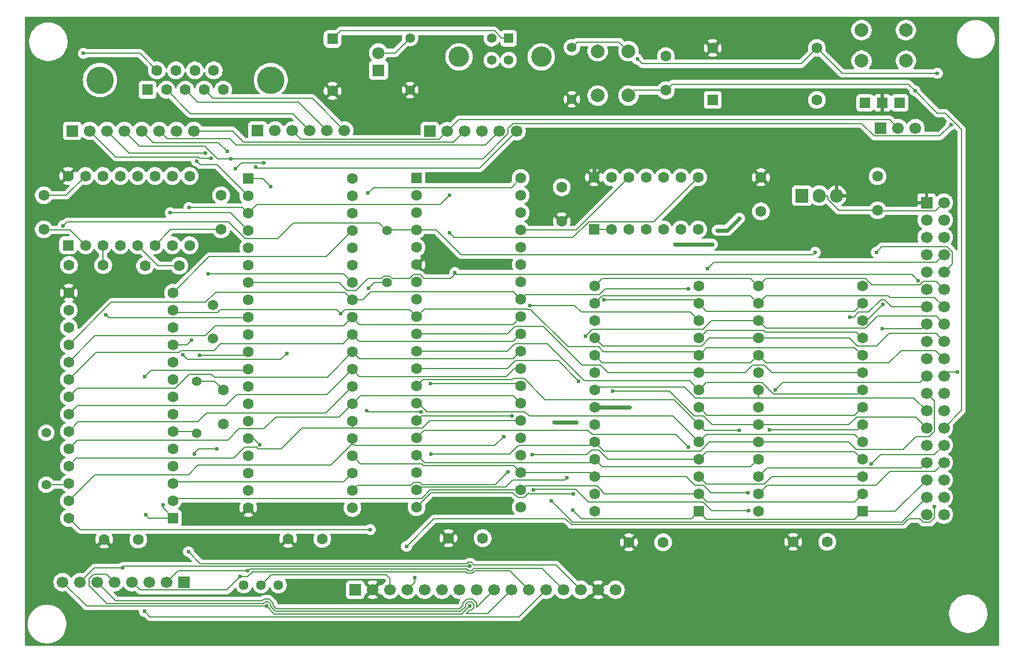
<source format=gbr>
%TF.GenerationSoftware,KiCad,Pcbnew,9.0.2*%
%TF.CreationDate,2025-06-11T12:09:56+01:00*%
%TF.ProjectId,6502pc,36353032-7063-42e6-9b69-6361645f7063,rev?*%
%TF.SameCoordinates,Original*%
%TF.FileFunction,Copper,L1,Top*%
%TF.FilePolarity,Positive*%
%FSLAX46Y46*%
G04 Gerber Fmt 4.6, Leading zero omitted, Abs format (unit mm)*
G04 Created by KiCad (PCBNEW 9.0.2) date 2025-06-11 12:09:56*
%MOMM*%
%LPD*%
G01*
G04 APERTURE LIST*
G04 Aperture macros list*
%AMRoundRect*
0 Rectangle with rounded corners*
0 $1 Rounding radius*
0 $2 $3 $4 $5 $6 $7 $8 $9 X,Y pos of 4 corners*
0 Add a 4 corners polygon primitive as box body*
4,1,4,$2,$3,$4,$5,$6,$7,$8,$9,$2,$3,0*
0 Add four circle primitives for the rounded corners*
1,1,$1+$1,$2,$3*
1,1,$1+$1,$4,$5*
1,1,$1+$1,$6,$7*
1,1,$1+$1,$8,$9*
0 Add four rect primitives between the rounded corners*
20,1,$1+$1,$2,$3,$4,$5,0*
20,1,$1+$1,$4,$5,$6,$7,0*
20,1,$1+$1,$6,$7,$8,$9,0*
20,1,$1+$1,$8,$9,$2,$3,0*%
G04 Aperture macros list end*
%TA.AperFunction,ComponentPad*%
%ADD10R,1.524000X1.524000*%
%TD*%
%TA.AperFunction,ComponentPad*%
%ADD11C,2.000000*%
%TD*%
%TA.AperFunction,ComponentPad*%
%ADD12C,4.000000*%
%TD*%
%TA.AperFunction,ComponentPad*%
%ADD13R,1.600000X1.600000*%
%TD*%
%TA.AperFunction,ComponentPad*%
%ADD14C,1.600000*%
%TD*%
%TA.AperFunction,ComponentPad*%
%ADD15C,1.400000*%
%TD*%
%TA.AperFunction,ComponentPad*%
%ADD16R,1.700000X1.700000*%
%TD*%
%TA.AperFunction,ComponentPad*%
%ADD17C,1.700000*%
%TD*%
%TA.AperFunction,ComponentPad*%
%ADD18RoundRect,0.250000X0.550000X0.550000X-0.550000X0.550000X-0.550000X-0.550000X0.550000X-0.550000X0*%
%TD*%
%TA.AperFunction,ComponentPad*%
%ADD19RoundRect,0.250000X-0.550000X-0.550000X0.550000X-0.550000X0.550000X0.550000X-0.550000X0.550000X0*%
%TD*%
%TA.AperFunction,ComponentPad*%
%ADD20RoundRect,0.250000X-0.550000X0.550000X-0.550000X-0.550000X0.550000X-0.550000X0.550000X0.550000X0*%
%TD*%
%TA.AperFunction,ComponentPad*%
%ADD21C,1.440000*%
%TD*%
%TA.AperFunction,ComponentPad*%
%ADD22R,1.800000X1.800000*%
%TD*%
%TA.AperFunction,ComponentPad*%
%ADD23C,1.800000*%
%TD*%
%TA.AperFunction,ComponentPad*%
%ADD24RoundRect,0.250000X0.550000X-0.550000X0.550000X0.550000X-0.550000X0.550000X-0.550000X-0.550000X0*%
%TD*%
%TA.AperFunction,ComponentPad*%
%ADD25R,1.905000X2.000000*%
%TD*%
%TA.AperFunction,ComponentPad*%
%ADD26O,1.905000X2.000000*%
%TD*%
%TA.AperFunction,ComponentPad*%
%ADD27C,1.500000*%
%TD*%
%TA.AperFunction,ComponentPad*%
%ADD28R,1.400000X1.400000*%
%TD*%
%TA.AperFunction,ComponentPad*%
%ADD29C,3.000000*%
%TD*%
%TA.AperFunction,ViaPad*%
%ADD30C,0.600000*%
%TD*%
%TA.AperFunction,Conductor*%
%ADD31C,0.200000*%
%TD*%
%TA.AperFunction,Conductor*%
%ADD32C,0.600000*%
%TD*%
G04 APERTURE END LIST*
D10*
%TO.P,U9,1,~R~~S~~T~*%
%TO.N,Reset*%
X143002000Y-44805600D03*
%TO.P,U9,2,VCC*%
%TO.N,VCC*%
X145542000Y-44805600D03*
%TO.P,U9,3,GND*%
%TO.N,GND*%
X148082000Y-44805600D03*
%TD*%
D11*
%TO.P,SW3,1,1*%
%TO.N,GND*%
X142482300Y-34148400D03*
X148982300Y-34148400D03*
%TO.P,SW3,2,2*%
%TO.N,Reset*%
X142482300Y-38648400D03*
X148982300Y-38648400D03*
%TD*%
D12*
%TO.P,J1,0*%
%TO.N,N/C*%
X56025600Y-41468700D03*
X31025600Y-41468700D03*
D13*
%TO.P,J1,1,1*%
%TO.N,unconnected-(J1-Pad1)*%
X37985600Y-42888700D03*
D14*
%TO.P,J1,2,2*%
%TO.N,Net-(J7-Pin_4)*%
X40755600Y-42888700D03*
%TO.P,J1,3,3*%
%TO.N,Net-(J7-Pin_5)*%
X43525600Y-42888700D03*
%TO.P,J1,4,4*%
%TO.N,Net-(J7-Pin_6)*%
X46295600Y-42888700D03*
%TO.P,J1,5,5*%
%TO.N,GND*%
X49065600Y-42888700D03*
%TO.P,J1,6,6*%
%TO.N,Net-(U4-~{DSR})*%
X39370600Y-40048700D03*
%TO.P,J1,7,7*%
%TO.N,Net-(U4-~{RTS})*%
X42140600Y-40048700D03*
%TO.P,J1,8,8*%
%TO.N,Net-(J7-Pin_2)*%
X44910600Y-40048700D03*
%TO.P,J1,9,9*%
%TO.N,unconnected-(J1-Pad9)*%
X47680600Y-40048700D03*
%TD*%
%TO.P,C2,1*%
%TO.N,Net-(U4-XTAL2)*%
X49072800Y-86868000D03*
%TO.P,C2,2*%
%TO.N,GND*%
X49072800Y-91868000D03*
%TD*%
D15*
%TO.P,R2,1*%
%TO.N,Net-(U4-XTAL1)*%
X45212000Y-93218000D03*
%TO.P,R2,2*%
%TO.N,Net-(U4-XTAL2)*%
X45212000Y-85598000D03*
%TD*%
D16*
%TO.P,J6,1,Pin_1*%
%TO.N,GND*%
X79298800Y-48971200D03*
D17*
%TO.P,J6,2,Pin_2*%
%TO.N,Net-(J6-Pin_2)*%
X81838800Y-48971200D03*
%TO.P,J6,3,Pin_3*%
%TO.N,PA0*%
X84378800Y-48971200D03*
%TO.P,J6,4,Pin_4*%
%TO.N,PA1*%
X86918800Y-48971200D03*
%TO.P,J6,5,Pin_5*%
%TO.N,PA2*%
X89458800Y-48971200D03*
%TO.P,J6,6,Pin_6*%
%TO.N,PA3*%
X91998800Y-48971200D03*
%TD*%
D14*
%TO.P,C3,1*%
%TO.N,Net-(U5-VS-)*%
X48768000Y-63358400D03*
%TO.P,C3,2*%
%TO.N,GND*%
X48768000Y-58358400D03*
%TD*%
%TO.P,C14,1*%
%TO.N,3.3v*%
X144830800Y-60564400D03*
%TO.P,C14,2*%
%TO.N,GND*%
X144830800Y-55564400D03*
%TD*%
D15*
%TO.P,D1,1,K*%
%TO.N,Net-(D1-K)*%
X72999600Y-71170800D03*
%TO.P,D1,2,A*%
%TO.N,IRQ*%
X72999600Y-63550800D03*
%TD*%
D18*
%TO.P,U2,1,A14*%
%TO.N,A14*%
X118668800Y-104698800D03*
D14*
%TO.P,U2,2,A12*%
%TO.N,A12*%
X118668800Y-102158800D03*
%TO.P,U2,3,A7*%
%TO.N,A7*%
X118668800Y-99618800D03*
%TO.P,U2,4,A6*%
%TO.N,A6*%
X118668800Y-97078800D03*
%TO.P,U2,5,A5*%
%TO.N,A5*%
X118668800Y-94538800D03*
%TO.P,U2,6,A4*%
%TO.N,A4*%
X118668800Y-91998800D03*
%TO.P,U2,7,A3*%
%TO.N,A3*%
X118668800Y-89458800D03*
%TO.P,U2,8,A2*%
%TO.N,A2*%
X118668800Y-86918800D03*
%TO.P,U2,9,A1*%
%TO.N,A1*%
X118668800Y-84378800D03*
%TO.P,U2,10,A0*%
%TO.N,A0*%
X118668800Y-81838800D03*
%TO.P,U2,11,D0*%
%TO.N,D0*%
X118668800Y-79298800D03*
%TO.P,U2,12,D1*%
%TO.N,D1*%
X118668800Y-76758800D03*
%TO.P,U2,13,D2*%
%TO.N,D2*%
X118668800Y-74218800D03*
%TO.P,U2,14,GND*%
%TO.N,GND*%
X118668800Y-71678800D03*
%TO.P,U2,15,D3*%
%TO.N,D3*%
X103428800Y-71678800D03*
%TO.P,U2,16,D4*%
%TO.N,D4*%
X103428800Y-74218800D03*
%TO.P,U2,17,D5*%
%TO.N,D5*%
X103428800Y-76758800D03*
%TO.P,U2,18,D6*%
%TO.N,D6*%
X103428800Y-79298800D03*
%TO.P,U2,19,D7*%
%TO.N,D7*%
X103428800Y-81838800D03*
%TO.P,U2,20,~{CS}*%
%TO.N,!A15*%
X103428800Y-84378800D03*
%TO.P,U2,21,A10*%
%TO.N,A10*%
X103428800Y-86918800D03*
%TO.P,U2,22,~{OE}*%
%TO.N,GND*%
X103428800Y-89458800D03*
%TO.P,U2,23,A11*%
%TO.N,A11*%
X103428800Y-91998800D03*
%TO.P,U2,24,A9*%
%TO.N,A9*%
X103428800Y-94538800D03*
%TO.P,U2,25,A8*%
%TO.N,A8*%
X103428800Y-97078800D03*
%TO.P,U2,26,A13*%
%TO.N,A13*%
X103428800Y-99618800D03*
%TO.P,U2,27,~{WE}*%
%TO.N,VCC*%
X103428800Y-102158800D03*
%TO.P,U2,28,VCC*%
X103428800Y-104698800D03*
%TD*%
D16*
%TO.P,JP1,1,A*%
%TO.N,VCC*%
X145288000Y-48514000D03*
D17*
%TO.P,JP1,2,C*%
%TO.N,Net-(J6-Pin_2)*%
X147828000Y-48514000D03*
%TO.P,JP1,3,B*%
%TO.N,3.3v*%
X150368000Y-48514000D03*
%TD*%
D14*
%TO.P,C12,1*%
%TO.N,VCC*%
X98602800Y-62190000D03*
%TO.P,C12,2*%
%TO.N,GND*%
X98602800Y-57190000D03*
%TD*%
%TO.P,C7,1*%
%TO.N,VCC*%
X132475600Y-109169200D03*
%TO.P,C7,2*%
%TO.N,GND*%
X137475600Y-109169200D03*
%TD*%
D15*
%TO.P,D2,1,K*%
%TO.N,Net-(D2-K)*%
X23164800Y-100787200D03*
%TO.P,D2,2,A*%
%TO.N,IRQ*%
X23164800Y-93167200D03*
%TD*%
%TO.P,R3,1*%
%TO.N,VCC*%
X76403200Y-42926000D03*
%TO.P,R3,2*%
%TO.N,Net-(D3-A)*%
X76403200Y-35306000D03*
%TD*%
D13*
%TO.P,X1,1,NC*%
%TO.N,unconnected-(X1-NC-Pad1)*%
X120700800Y-44399200D03*
D14*
%TO.P,X1,7,GND*%
%TO.N,GND*%
X135940800Y-44399200D03*
%TO.P,X1,8,OUT*%
%TO.N,clock*%
X135940800Y-36779200D03*
%TO.P,X1,14,Vcc*%
%TO.N,VCC*%
X120700800Y-36779200D03*
%TD*%
%TO.P,C8,1*%
%TO.N,VCC*%
X108447200Y-109220000D03*
%TO.P,C8,2*%
%TO.N,GND*%
X113447200Y-109220000D03*
%TD*%
D19*
%TO.P,U1,1,~{VP}*%
%TO.N,unconnected-(U1-~{VP}-Pad1)*%
X77368400Y-55829200D03*
D14*
%TO.P,U1,2,RDY*%
%TO.N,VCC*%
X77368400Y-58369200D03*
%TO.P,U1,3,\u03D51*%
%TO.N,unconnected-(U1-\u03D51-Pad3)*%
X77368400Y-60909200D03*
%TO.P,U1,4,~{IRQ}*%
%TO.N,IRQ*%
X77368400Y-63449200D03*
%TO.P,U1,5,~{ML}*%
%TO.N,unconnected-(U1-~{ML}-Pad5)*%
X77368400Y-65989200D03*
%TO.P,U1,6,~{NMI}*%
%TO.N,VCC*%
X77368400Y-68529200D03*
%TO.P,U1,7,SYNC*%
%TO.N,unconnected-(U1-SYNC-Pad7)*%
X77368400Y-71069200D03*
%TO.P,U1,8,VDD*%
%TO.N,VCC*%
X77368400Y-73609200D03*
%TO.P,U1,9,A0*%
%TO.N,A0*%
X77368400Y-76149200D03*
%TO.P,U1,10,A1*%
%TO.N,A1*%
X77368400Y-78689200D03*
%TO.P,U1,11,A2*%
%TO.N,A2*%
X77368400Y-81229200D03*
%TO.P,U1,12,A3*%
%TO.N,A3*%
X77368400Y-83769200D03*
%TO.P,U1,13,A4*%
%TO.N,A4*%
X77368400Y-86309200D03*
%TO.P,U1,14,A5*%
%TO.N,A5*%
X77368400Y-88849200D03*
%TO.P,U1,15,A6*%
%TO.N,A6*%
X77368400Y-91389200D03*
%TO.P,U1,16,A7*%
%TO.N,A7*%
X77368400Y-93929200D03*
%TO.P,U1,17,A8*%
%TO.N,A8*%
X77368400Y-96469200D03*
%TO.P,U1,18,A9*%
%TO.N,A9*%
X77368400Y-99009200D03*
%TO.P,U1,19,A10*%
%TO.N,A10*%
X77368400Y-101549200D03*
%TO.P,U1,20,A11*%
%TO.N,A11*%
X77368400Y-104089200D03*
%TO.P,U1,21,VSS*%
%TO.N,GND*%
X92608400Y-104089200D03*
%TO.P,U1,22,A12*%
%TO.N,A12*%
X92608400Y-101549200D03*
%TO.P,U1,23,A13*%
%TO.N,A13*%
X92608400Y-99009200D03*
%TO.P,U1,24,A14*%
%TO.N,A14*%
X92608400Y-96469200D03*
%TO.P,U1,25,A15*%
%TO.N,A15*%
X92608400Y-93929200D03*
%TO.P,U1,26,D7*%
%TO.N,D7*%
X92608400Y-91389200D03*
%TO.P,U1,27,D6*%
%TO.N,D6*%
X92608400Y-88849200D03*
%TO.P,U1,28,D5*%
%TO.N,D5*%
X92608400Y-86309200D03*
%TO.P,U1,29,D4*%
%TO.N,D4*%
X92608400Y-83769200D03*
%TO.P,U1,30,D3*%
%TO.N,D3*%
X92608400Y-81229200D03*
%TO.P,U1,31,D2*%
%TO.N,D2*%
X92608400Y-78689200D03*
%TO.P,U1,32,D1*%
%TO.N,D1*%
X92608400Y-76149200D03*
%TO.P,U1,33,D0*%
%TO.N,D0*%
X92608400Y-73609200D03*
%TO.P,U1,34,R/~{W}*%
%TO.N,RW*%
X92608400Y-71069200D03*
%TO.P,U1,35,nc*%
%TO.N,unconnected-(U1-nc-Pad35)*%
X92608400Y-68529200D03*
%TO.P,U1,36,BE*%
%TO.N,VCC*%
X92608400Y-65989200D03*
%TO.P,U1,37,\u03D50*%
%TO.N,clock*%
X92608400Y-63449200D03*
%TO.P,U1,38,~{SO}*%
%TO.N,unconnected-(U1-~{SO}-Pad38)*%
X92608400Y-60909200D03*
%TO.P,U1,39,\u03D52*%
%TO.N,unconnected-(U1-\u03D52-Pad39)*%
X92608400Y-58369200D03*
%TO.P,U1,40,~{RES}*%
%TO.N,Reset*%
X92608400Y-55829200D03*
%TD*%
D16*
%TO.P,J3,1,Pin_1*%
%TO.N,PB7*%
X43332400Y-115062000D03*
D17*
%TO.P,J3,2,Pin_2*%
%TO.N,PB6*%
X40792400Y-115062000D03*
%TO.P,J3,3,Pin_3*%
%TO.N,PB5*%
X38252400Y-115062000D03*
%TO.P,J3,4,Pin_4*%
%TO.N,PB4*%
X35712400Y-115062000D03*
%TO.P,J3,5,Pin_5*%
%TO.N,PB3*%
X33172400Y-115062000D03*
%TO.P,J3,6,Pin_6*%
%TO.N,PB2*%
X30632400Y-115062000D03*
%TO.P,J3,7,Pin_7*%
%TO.N,PB1*%
X28092400Y-115062000D03*
%TO.P,J3,8,Pin_8*%
%TO.N,PB0*%
X25552400Y-115062000D03*
%TD*%
D20*
%TO.P,SW2,1,A*%
%TO.N,Net-(J2-VBUS)*%
X65062300Y-35450100D03*
D14*
%TO.P,SW2,2,B*%
%TO.N,VCC*%
X65062300Y-43070100D03*
%TD*%
%TO.P,C6,1*%
%TO.N,Net-(U5-C2+)*%
X37632000Y-68681600D03*
%TO.P,C6,2*%
%TO.N,Net-(U5-C2-)*%
X42632000Y-68681600D03*
%TD*%
D21*
%TO.P,RV1,1,1*%
%TO.N,GND*%
X57150000Y-115468400D03*
%TO.P,RV1,2,2*%
%TO.N,Net-(J5-Pin_3)*%
X54610000Y-115468400D03*
%TO.P,RV1,3,3*%
%TO.N,unconnected-(RV1-Pad3)*%
X52070000Y-115468400D03*
%TD*%
D22*
%TO.P,D3,1,K*%
%TO.N,GND*%
X71780400Y-40030400D03*
D23*
%TO.P,D3,2,A*%
%TO.N,Net-(D3-A)*%
X71780400Y-37490400D03*
%TD*%
D19*
%TO.P,U7,1,VSS*%
%TO.N,GND*%
X52730400Y-55930800D03*
D14*
%TO.P,U7,2,PA0*%
%TO.N,PA0*%
X52730400Y-58470800D03*
%TO.P,U7,3,PA1*%
%TO.N,PA1*%
X52730400Y-61010800D03*
%TO.P,U7,4,PA2*%
%TO.N,PA2*%
X52730400Y-63550800D03*
%TO.P,U7,5,PA3*%
%TO.N,PA3*%
X52730400Y-66090800D03*
%TO.P,U7,6,PA4*%
%TO.N,PA4*%
X52730400Y-68630800D03*
%TO.P,U7,7,PA5*%
%TO.N,PA5*%
X52730400Y-71170800D03*
%TO.P,U7,8,PA6*%
%TO.N,PA6*%
X52730400Y-73710800D03*
%TO.P,U7,9,PA7*%
%TO.N,PA7*%
X52730400Y-76250800D03*
%TO.P,U7,10,PB0*%
%TO.N,PB0*%
X52730400Y-78790800D03*
%TO.P,U7,11,PB1*%
%TO.N,PB1*%
X52730400Y-81330800D03*
%TO.P,U7,12,PB2*%
%TO.N,PB2*%
X52730400Y-83870800D03*
%TO.P,U7,13,PB3*%
%TO.N,PB3*%
X52730400Y-86410800D03*
%TO.P,U7,14,PB4*%
%TO.N,PB4*%
X52730400Y-88950800D03*
%TO.P,U7,15,PB5*%
%TO.N,PB5*%
X52730400Y-91490800D03*
%TO.P,U7,16,PB6*%
%TO.N,PB6*%
X52730400Y-94030800D03*
%TO.P,U7,17,PB7*%
%TO.N,PB7*%
X52730400Y-96570800D03*
%TO.P,U7,18,CB1*%
%TO.N,unconnected-(U7-CB1-Pad18)*%
X52730400Y-99110800D03*
%TO.P,U7,19,CB2*%
%TO.N,unconnected-(U7-CB2-Pad19)*%
X52730400Y-101650800D03*
%TO.P,U7,20,VCC*%
%TO.N,VCC*%
X52730400Y-104190800D03*
%TO.P,U7,21,~{IRQ}*%
%TO.N,Net-(D1-K)*%
X67970400Y-104190800D03*
%TO.P,U7,22,R/~{W}*%
%TO.N,RW*%
X67970400Y-101650800D03*
%TO.P,U7,23,~{CS2}*%
%TO.N,Net-(U4-~{CS2})*%
X67970400Y-99110800D03*
%TO.P,U7,24,CS1*%
%TO.N,A13*%
X67970400Y-96570800D03*
%TO.P,U7,25,\u03D52*%
%TO.N,clock*%
X67970400Y-94030800D03*
%TO.P,U7,26,D7*%
%TO.N,D7*%
X67970400Y-91490800D03*
%TO.P,U7,27,D6*%
%TO.N,D6*%
X67970400Y-88950800D03*
%TO.P,U7,28,D5*%
%TO.N,D5*%
X67970400Y-86410800D03*
%TO.P,U7,29,D4*%
%TO.N,D4*%
X67970400Y-83870800D03*
%TO.P,U7,30,D3*%
%TO.N,D3*%
X67970400Y-81330800D03*
%TO.P,U7,31,D2*%
%TO.N,D2*%
X67970400Y-78790800D03*
%TO.P,U7,32,D1*%
%TO.N,D1*%
X67970400Y-76250800D03*
%TO.P,U7,33,D0*%
%TO.N,D0*%
X67970400Y-73710800D03*
%TO.P,U7,34,~{RES}*%
%TO.N,Reset*%
X67970400Y-71170800D03*
%TO.P,U7,35,RS3*%
%TO.N,A3*%
X67970400Y-68630800D03*
%TO.P,U7,36,RS2*%
%TO.N,A2*%
X67970400Y-66090800D03*
%TO.P,U7,37,RS1*%
%TO.N,A1*%
X67970400Y-63550800D03*
%TO.P,U7,38,RS0*%
%TO.N,A0*%
X67970400Y-61010800D03*
%TO.P,U7,39,CA2*%
%TO.N,unconnected-(U7-CA2-Pad39)*%
X67970400Y-58470800D03*
%TO.P,U7,40,CA1*%
%TO.N,unconnected-(U7-CA1-Pad40)*%
X67970400Y-55930800D03*
%TD*%
%TO.P,C9,1*%
%TO.N,VCC*%
X82031200Y-108610400D03*
%TO.P,C9,2*%
%TO.N,GND*%
X87031200Y-108610400D03*
%TD*%
D24*
%TO.P,U5,1,C1+*%
%TO.N,Net-(U5-C1+)*%
X26365200Y-65684400D03*
D14*
%TO.P,U5,2,VS+*%
%TO.N,Net-(U5-VS+)*%
X28905200Y-65684400D03*
%TO.P,U5,3,C1-*%
%TO.N,Net-(U5-C1-)*%
X31445200Y-65684400D03*
%TO.P,U5,4,C2+*%
%TO.N,Net-(U5-C2+)*%
X33985200Y-65684400D03*
%TO.P,U5,5,C2-*%
%TO.N,Net-(U5-C2-)*%
X36525200Y-65684400D03*
%TO.P,U5,6,VS-*%
%TO.N,Net-(U5-VS-)*%
X39065200Y-65684400D03*
%TO.P,U5,7,T2OUT*%
%TO.N,unconnected-(U5-T2OUT-Pad7)*%
X41605200Y-65684400D03*
%TO.P,U5,8,R2IN*%
%TO.N,unconnected-(U5-R2IN-Pad8)*%
X44145200Y-65684400D03*
%TO.P,U5,9,R2OUT*%
%TO.N,unconnected-(U5-R2OUT-Pad9)*%
X44145200Y-55524400D03*
%TO.P,U5,10,T2IN*%
%TO.N,unconnected-(U5-T2IN-Pad10)*%
X41605200Y-55524400D03*
%TO.P,U5,11,T1IN*%
%TO.N,TXD*%
X39065200Y-55524400D03*
%TO.P,U5,12,R1OUT*%
%TO.N,RXD*%
X36525200Y-55524400D03*
%TO.P,U5,13,R1IN*%
%TO.N,Net-(J7-Pin_5)*%
X33985200Y-55524400D03*
%TO.P,U5,14,T1OUT*%
%TO.N,Net-(J7-Pin_4)*%
X31445200Y-55524400D03*
%TO.P,U5,15,GND*%
%TO.N,GND*%
X28905200Y-55524400D03*
%TO.P,U5,16,VCC*%
%TO.N,VCC*%
X26365200Y-55524400D03*
%TD*%
D25*
%TO.P,U8,1,ADJ*%
%TO.N,GND*%
X133756400Y-58420000D03*
D26*
%TO.P,U8,2,VO*%
%TO.N,3.3v*%
X136296400Y-58420000D03*
%TO.P,U8,3,VI*%
%TO.N,VCC*%
X138836400Y-58420000D03*
%TD*%
D16*
%TO.P,J5,1,Pin_1*%
%TO.N,GND*%
X68376800Y-116179600D03*
D17*
%TO.P,J5,2,Pin_2*%
%TO.N,VCC*%
X70916800Y-116179600D03*
%TO.P,J5,3,Pin_3*%
%TO.N,Net-(J5-Pin_3)*%
X73456800Y-116179600D03*
%TO.P,J5,4,Pin_4*%
%TO.N,PA5*%
X75996800Y-116179600D03*
%TO.P,J5,5,Pin_5*%
%TO.N,PA6*%
X78536800Y-116179600D03*
%TO.P,J5,6,Pin_6*%
%TO.N,PA7*%
X81076800Y-116179600D03*
%TO.P,J5,7,Pin_7*%
%TO.N,PB0*%
X83616800Y-116179600D03*
%TO.P,J5,8,Pin_8*%
%TO.N,PB1*%
X86156800Y-116179600D03*
%TO.P,J5,9,Pin_9*%
%TO.N,PB2*%
X88696800Y-116179600D03*
%TO.P,J5,10,Pin_10*%
%TO.N,PB3*%
X91236800Y-116179600D03*
%TO.P,J5,11,Pin_11*%
%TO.N,PB4*%
X93776800Y-116179600D03*
%TO.P,J5,12,Pin_12*%
%TO.N,PB5*%
X96316800Y-116179600D03*
%TO.P,J5,13,Pin_13*%
%TO.N,PB6*%
X98856800Y-116179600D03*
%TO.P,J5,14,Pin_14*%
%TO.N,PB7*%
X101396800Y-116179600D03*
%TO.P,J5,15,Pin_15*%
%TO.N,VCC*%
X103936800Y-116179600D03*
%TO.P,J5,16,Pin_16*%
%TO.N,GND*%
X106476800Y-116179600D03*
%TD*%
D15*
%TO.P,R1,1*%
%TO.N,VCC*%
X100086800Y-44298000D03*
%TO.P,R1,2*%
%TO.N,Reset*%
X100086800Y-36678000D03*
%TD*%
D27*
%TO.P,Y1,1,1*%
%TO.N,Net-(U4-XTAL2)*%
X47548800Y-74472800D03*
%TO.P,Y1,2,2*%
%TO.N,Net-(U4-XTAL1)*%
X47548800Y-79372800D03*
%TD*%
D14*
%TO.P,C1,1*%
%TO.N,Reset*%
X113842800Y-42987600D03*
%TO.P,C1,2*%
%TO.N,GND*%
X113842800Y-37987600D03*
%TD*%
D18*
%TO.P,U3,1,A14*%
%TO.N,A14*%
X142595600Y-104698800D03*
D14*
%TO.P,U3,2,A12*%
%TO.N,A12*%
X142595600Y-102158800D03*
%TO.P,U3,3,A7*%
%TO.N,A7*%
X142595600Y-99618800D03*
%TO.P,U3,4,A6*%
%TO.N,A6*%
X142595600Y-97078800D03*
%TO.P,U3,5,A5*%
%TO.N,A5*%
X142595600Y-94538800D03*
%TO.P,U3,6,A4*%
%TO.N,A4*%
X142595600Y-91998800D03*
%TO.P,U3,7,A3*%
%TO.N,A3*%
X142595600Y-89458800D03*
%TO.P,U3,8,A2*%
%TO.N,A2*%
X142595600Y-86918800D03*
%TO.P,U3,9,A1*%
%TO.N,A1*%
X142595600Y-84378800D03*
%TO.P,U3,10,A0*%
%TO.N,A0*%
X142595600Y-81838800D03*
%TO.P,U3,11,Q0*%
%TO.N,D0*%
X142595600Y-79298800D03*
%TO.P,U3,12,Q1*%
%TO.N,D1*%
X142595600Y-76758800D03*
%TO.P,U3,13,Q2*%
%TO.N,D2*%
X142595600Y-74218800D03*
%TO.P,U3,14,GND*%
%TO.N,GND*%
X142595600Y-71678800D03*
%TO.P,U3,15,Q3*%
%TO.N,D3*%
X127355600Y-71678800D03*
%TO.P,U3,16,Q4*%
%TO.N,D4*%
X127355600Y-74218800D03*
%TO.P,U3,17,Q5*%
%TO.N,D5*%
X127355600Y-76758800D03*
%TO.P,U3,18,Q6*%
%TO.N,D6*%
X127355600Y-79298800D03*
%TO.P,U3,19,Q7*%
%TO.N,D7*%
X127355600Y-81838800D03*
%TO.P,U3,20,~{CS}*%
%TO.N,Net-(U3-~{CS})*%
X127355600Y-84378800D03*
%TO.P,U3,21,A10*%
%TO.N,A10*%
X127355600Y-86918800D03*
%TO.P,U3,22,~{OE}*%
%TO.N,A14*%
X127355600Y-89458800D03*
%TO.P,U3,23,A11*%
%TO.N,A11*%
X127355600Y-91998800D03*
%TO.P,U3,24,A9*%
%TO.N,A9*%
X127355600Y-94538800D03*
%TO.P,U3,25,A8*%
%TO.N,A8*%
X127355600Y-97078800D03*
%TO.P,U3,26,A13*%
%TO.N,A13*%
X127355600Y-99618800D03*
%TO.P,U3,27,~{WE}*%
%TO.N,RW*%
X127355600Y-102158800D03*
%TO.P,U3,28,VCC*%
%TO.N,VCC*%
X127355600Y-104698800D03*
%TD*%
D28*
%TO.P,J2,1,VBUS*%
%TO.N,Net-(J2-VBUS)*%
X90841200Y-35357200D03*
D15*
%TO.P,J2,2,D-*%
%TO.N,unconnected-(J2-D--Pad2)*%
X88341200Y-35357200D03*
%TO.P,J2,3,D+*%
%TO.N,unconnected-(J2-D+-Pad3)*%
X88341200Y-38557200D03*
%TO.P,J2,4,GND*%
%TO.N,GND*%
X90841200Y-38557200D03*
D29*
%TO.P,J2,5,Shield*%
X83571200Y-38067200D03*
X95611200Y-38067200D03*
%TD*%
D14*
%TO.P,C13,1*%
%TO.N,VCC*%
X127762000Y-55716800D03*
%TO.P,C13,2*%
%TO.N,GND*%
X127762000Y-60716800D03*
%TD*%
D24*
%TO.P,U6,1*%
%TO.N,A15*%
X103327200Y-63347600D03*
D14*
%TO.P,U6,2*%
X105867200Y-63347600D03*
%TO.P,U6,3*%
%TO.N,!A15*%
X108407200Y-63347600D03*
%TO.P,U6,4*%
%TO.N,unconnected-(U6-Pad4)*%
X110947200Y-63347600D03*
%TO.P,U6,5*%
%TO.N,unconnected-(U6-Pad5)*%
X113487200Y-63347600D03*
%TO.P,U6,6*%
%TO.N,unconnected-(U6-Pad6)*%
X116027200Y-63347600D03*
%TO.P,U6,7,GND*%
%TO.N,GND*%
X118567200Y-63347600D03*
%TO.P,U6,8*%
%TO.N,Net-(U4-~{CS2})*%
X118567200Y-55727600D03*
%TO.P,U6,9*%
%TO.N,A14*%
X116027200Y-55727600D03*
%TO.P,U6,10*%
%TO.N,!A15*%
X113487200Y-55727600D03*
%TO.P,U6,11*%
%TO.N,Net-(U3-~{CS})*%
X110947200Y-55727600D03*
%TO.P,U6,12*%
%TO.N,clock*%
X108407200Y-55727600D03*
%TO.P,U6,13*%
%TO.N,!A15*%
X105867200Y-55727600D03*
%TO.P,U6,14,VCC*%
%TO.N,VCC*%
X103327200Y-55727600D03*
%TD*%
D11*
%TO.P,SW1,1,1*%
%TO.N,GND*%
X103867200Y-43736800D03*
X103867200Y-37236800D03*
%TO.P,SW1,2,2*%
%TO.N,Reset*%
X108367200Y-43736800D03*
X108367200Y-37236800D03*
%TD*%
D14*
%TO.P,C10,1*%
%TO.N,VCC*%
X58561600Y-108712000D03*
%TO.P,C10,2*%
%TO.N,GND*%
X63561600Y-108712000D03*
%TD*%
%TO.P,C5,1*%
%TO.N,Net-(U5-C1+)*%
X26506800Y-68580000D03*
%TO.P,C5,2*%
%TO.N,Net-(U5-C1-)*%
X31506800Y-68580000D03*
%TD*%
D16*
%TO.P,J4,1,Pin_1*%
%TO.N,PA7*%
X26974800Y-48920400D03*
D17*
%TO.P,J4,2,Pin_2*%
%TO.N,PA6*%
X29514800Y-48920400D03*
%TO.P,J4,3,Pin_3*%
%TO.N,PA5*%
X32054800Y-48920400D03*
%TO.P,J4,4,Pin_4*%
%TO.N,PA4*%
X34594800Y-48920400D03*
%TO.P,J4,5,Pin_5*%
%TO.N,PA3*%
X37134800Y-48920400D03*
%TO.P,J4,6,Pin_6*%
%TO.N,PA2*%
X39674800Y-48920400D03*
%TO.P,J4,7,Pin_7*%
%TO.N,PA1*%
X42214800Y-48920400D03*
%TO.P,J4,8,Pin_8*%
%TO.N,PA0*%
X44754800Y-48920400D03*
%TD*%
D14*
%TO.P,C4,1*%
%TO.N,Net-(U5-VS+)*%
X22809200Y-63358400D03*
%TO.P,C4,2*%
%TO.N,GND*%
X22809200Y-58358400D03*
%TD*%
D16*
%TO.P,J9,1,Pin_1*%
%TO.N,VCC*%
X151993600Y-59436000D03*
D17*
%TO.P,J9,2,Pin_2*%
%TO.N,3.3v*%
X154533600Y-59436000D03*
%TO.P,J9,3,Pin_3*%
%TO.N,GND*%
X151993600Y-61976000D03*
%TO.P,J9,4,Pin_4*%
X154533600Y-61976000D03*
%TO.P,J9,5,Pin_5*%
%TO.N,A0*%
X151993600Y-64516000D03*
%TO.P,J9,6,Pin_6*%
%TO.N,D0*%
X154533600Y-64516000D03*
%TO.P,J9,7,Pin_7*%
%TO.N,A1*%
X151993600Y-67056000D03*
%TO.P,J9,8,Pin_8*%
%TO.N,D1*%
X154533600Y-67056000D03*
%TO.P,J9,9,Pin_9*%
%TO.N,A2*%
X151993600Y-69596000D03*
%TO.P,J9,10,Pin_10*%
%TO.N,D2*%
X154533600Y-69596000D03*
%TO.P,J9,11,Pin_11*%
%TO.N,A3*%
X151993600Y-72136000D03*
%TO.P,J9,12,Pin_12*%
%TO.N,D3*%
X154533600Y-72136000D03*
%TO.P,J9,13,Pin_13*%
%TO.N,A4*%
X151993600Y-74676000D03*
%TO.P,J9,14,Pin_14*%
%TO.N,D4*%
X154533600Y-74676000D03*
%TO.P,J9,15,Pin_15*%
%TO.N,A5*%
X151993600Y-77216000D03*
%TO.P,J9,16,Pin_16*%
%TO.N,D5*%
X154533600Y-77216000D03*
%TO.P,J9,17,Pin_17*%
%TO.N,A6*%
X151993600Y-79756000D03*
%TO.P,J9,18,Pin_18*%
%TO.N,D6*%
X154533600Y-79756000D03*
%TO.P,J9,19,Pin_19*%
%TO.N,A7*%
X151993600Y-82296000D03*
%TO.P,J9,20,Pin_20*%
%TO.N,D7*%
X154533600Y-82296000D03*
%TO.P,J9,21,Pin_21*%
%TO.N,A8*%
X151993600Y-84836000D03*
%TO.P,J9,22,Pin_22*%
%TO.N,PA4*%
X154533600Y-84836000D03*
%TO.P,J9,23,Pin_23*%
%TO.N,A9*%
X151993600Y-87376000D03*
%TO.P,J9,24,Pin_24*%
%TO.N,PA5*%
X154533600Y-87376000D03*
%TO.P,J9,25,Pin_25*%
%TO.N,A10*%
X151993600Y-89916000D03*
%TO.P,J9,26,Pin_26*%
%TO.N,PA6*%
X154533600Y-89916000D03*
%TO.P,J9,27,Pin_27*%
%TO.N,A11*%
X151993600Y-92456000D03*
%TO.P,J9,28,Pin_28*%
%TO.N,Reset*%
X154533600Y-92456000D03*
%TO.P,J9,29,Pin_29*%
%TO.N,A12*%
X151993600Y-94996000D03*
%TO.P,J9,30,Pin_30*%
%TO.N,IRQ*%
X154533600Y-94996000D03*
%TO.P,J9,31,Pin_31*%
%TO.N,A13*%
X151993600Y-97536000D03*
%TO.P,J9,32,Pin_32*%
%TO.N,RW*%
X154533600Y-97536000D03*
%TO.P,J9,33,Pin_33*%
%TO.N,A14*%
X151993600Y-100076000D03*
%TO.P,J9,34,Pin_34*%
%TO.N,unconnected-(J9-Pin_34-Pad34)*%
X154533600Y-100076000D03*
%TO.P,J9,35,Pin_35*%
%TO.N,A15*%
X151993600Y-102616000D03*
%TO.P,J9,36,Pin_36*%
%TO.N,clock*%
X154533600Y-102616000D03*
%TO.P,J9,37,Pin_37*%
%TO.N,GND*%
X151993600Y-105156000D03*
%TO.P,J9,38,Pin_38*%
%TO.N,unconnected-(J9-Pin_38-Pad38)*%
X154533600Y-105156000D03*
%TD*%
D14*
%TO.P,C11,1*%
%TO.N,VCC*%
X31637600Y-108813600D03*
%TO.P,C11,2*%
%TO.N,GND*%
X36637600Y-108813600D03*
%TD*%
D16*
%TO.P,J7,1,Pin_1*%
%TO.N,GND*%
X54102000Y-48869600D03*
D17*
%TO.P,J7,2,Pin_2*%
%TO.N,Net-(J7-Pin_2)*%
X56642000Y-48869600D03*
%TO.P,J7,3,Pin_3*%
%TO.N,Net-(J6-Pin_2)*%
X59182000Y-48869600D03*
%TO.P,J7,4,Pin_4*%
%TO.N,Net-(J7-Pin_4)*%
X61722000Y-48869600D03*
%TO.P,J7,5,Pin_5*%
%TO.N,Net-(J7-Pin_5)*%
X64262000Y-48869600D03*
%TO.P,J7,6,Pin_6*%
%TO.N,Net-(J7-Pin_6)*%
X66802000Y-48869600D03*
%TD*%
D18*
%TO.P,U4,1,VSS*%
%TO.N,GND*%
X41706800Y-105664000D03*
D14*
%TO.P,U4,2,CS1*%
%TO.N,A12*%
X41706800Y-103124000D03*
%TO.P,U4,3,~{CS2}*%
%TO.N,Net-(U4-~{CS2})*%
X41706800Y-100584000D03*
%TO.P,U4,4,~{RES}*%
%TO.N,Reset*%
X41706800Y-98044000D03*
%TO.P,U4,5,RxC*%
%TO.N,unconnected-(U4-RxC-Pad5)*%
X41706800Y-95504000D03*
%TO.P,U4,6,XTAL1*%
%TO.N,Net-(U4-XTAL1)*%
X41706800Y-92964000D03*
%TO.P,U4,7,XTAL2*%
%TO.N,Net-(U4-XTAL2)*%
X41706800Y-90424000D03*
%TO.P,U4,8,~{RTS}*%
%TO.N,Net-(U4-~{RTS})*%
X41706800Y-87884000D03*
%TO.P,U4,9,~{CTS}*%
%TO.N,Net-(J7-Pin_2)*%
X41706800Y-85344000D03*
%TO.P,U4,10,TxD*%
%TO.N,TXD*%
X41706800Y-82804000D03*
%TO.P,U4,11,~{DTR}*%
%TO.N,Net-(J7-Pin_6)*%
X41706800Y-80264000D03*
%TO.P,U4,12,RxD*%
%TO.N,RXD*%
X41706800Y-77724000D03*
%TO.P,U4,13,RS0*%
%TO.N,A0*%
X41706800Y-75184000D03*
%TO.P,U4,14,RS1*%
%TO.N,A1*%
X41706800Y-72644000D03*
%TO.P,U4,15,VCC*%
%TO.N,VCC*%
X26466800Y-72644000D03*
%TO.P,U4,16,~{DCD}*%
%TO.N,unconnected-(U4-~{DCD}-Pad16)*%
X26466800Y-75184000D03*
%TO.P,U4,17,~{DSR}*%
%TO.N,Net-(U4-~{DSR})*%
X26466800Y-77724000D03*
%TO.P,U4,18,D0*%
%TO.N,D0*%
X26466800Y-80264000D03*
%TO.P,U4,19,D1*%
%TO.N,D1*%
X26466800Y-82804000D03*
%TO.P,U4,20,D2*%
%TO.N,D2*%
X26466800Y-85344000D03*
%TO.P,U4,21,D3*%
%TO.N,D3*%
X26466800Y-87884000D03*
%TO.P,U4,22,D4*%
%TO.N,D4*%
X26466800Y-90424000D03*
%TO.P,U4,23,D5*%
%TO.N,D5*%
X26466800Y-92964000D03*
%TO.P,U4,24,D6*%
%TO.N,D6*%
X26466800Y-95504000D03*
%TO.P,U4,25,D7*%
%TO.N,D7*%
X26466800Y-98044000D03*
%TO.P,U4,26,~{IRQ}*%
%TO.N,Net-(D2-K)*%
X26466800Y-100584000D03*
%TO.P,U4,27,\u03D52*%
%TO.N,clock*%
X26466800Y-103124000D03*
%TO.P,U4,28,R/~{W}*%
%TO.N,RW*%
X26466800Y-105664000D03*
%TD*%
D30*
%TO.N,Reset*%
X150302550Y-43042250D03*
%TO.N,GND*%
X108508800Y-89408000D03*
X50850800Y-54457600D03*
X55016400Y-53594000D03*
X55981600Y-57048400D03*
X40233600Y-103733600D03*
X44805600Y-96266000D03*
X115163600Y-65532000D03*
X120650000Y-65532000D03*
X121361200Y-63500000D03*
X100685600Y-91643200D03*
X37693600Y-105206800D03*
X124612400Y-61722000D03*
X97485200Y-91592400D03*
X48107600Y-95504000D03*
%TO.N,Reset*%
X70266300Y-58004000D03*
X46906100Y-69891300D03*
%TO.N,VCC*%
X61976000Y-121818400D03*
X94234000Y-50850800D03*
X101244400Y-50850800D03*
X62026800Y-116840000D03*
%TO.N,Net-(D1-K)*%
X70347200Y-71993800D03*
%TO.N,IRQ*%
X25635300Y-62822500D03*
X143902800Y-97715800D03*
X135725100Y-66708000D03*
%TO.N,PB4*%
X51529000Y-114271600D03*
%TO.N,PB7*%
X43969500Y-110594600D03*
%TO.N,PB0*%
X85143300Y-118579300D03*
X55389300Y-118579300D03*
%TO.N,PB1*%
X34374400Y-112952500D03*
X45573200Y-81772300D03*
X85143300Y-112754300D03*
%TO.N,PB6*%
X52672100Y-113388100D03*
X54379100Y-94947500D03*
%TO.N,PB2*%
X37536900Y-84942300D03*
%TO.N,PB5*%
X37536900Y-119359700D03*
%TO.N,PA1*%
X44053700Y-60145300D03*
X82167900Y-58390500D03*
%TO.N,PA2*%
X41292200Y-60925700D03*
%TO.N,PA4*%
X156514300Y-84299300D03*
X50215800Y-52986900D03*
X155570600Y-48012600D03*
%TO.N,PA5*%
X46464200Y-52163300D03*
X82961800Y-69690800D03*
X150768100Y-70853900D03*
X77127800Y-114410100D03*
%TO.N,PA3*%
X49644300Y-51954800D03*
X53848000Y-54194000D03*
%TO.N,PA7*%
X31913400Y-75902600D03*
%TO.N,PA6*%
X47289500Y-52976000D03*
X75878600Y-109814200D03*
X153098800Y-104006900D03*
%TO.N,PA0*%
X45159600Y-53348700D03*
%TO.N,Net-(J7-Pin_2)*%
X43136000Y-81712200D03*
X58364700Y-81542100D03*
%TO.N,Net-(J7-Pin_6)*%
X44457500Y-79576100D03*
%TO.N,RW*%
X94482800Y-101553000D03*
X70592500Y-107346800D03*
X90707400Y-98909400D03*
X125933400Y-104560200D03*
%TO.N,D5*%
X102068400Y-79022800D03*
X70091600Y-89968000D03*
X79424300Y-85984700D03*
X78059400Y-90106900D03*
%TO.N,A14*%
X100231800Y-104506100D03*
%TO.N,D2*%
X104759000Y-73691100D03*
X144651300Y-66708000D03*
%TO.N,A15*%
X97046500Y-103104800D03*
%TO.N,D1*%
X119929600Y-69131100D03*
X145628300Y-74336500D03*
X93915400Y-74492300D03*
%TO.N,A5*%
X145544300Y-77913500D03*
%TO.N,A13*%
X125888000Y-101956500D03*
%TO.N,A7*%
X117126900Y-95251500D03*
%TO.N,A3*%
X101077800Y-85590500D03*
%TO.N,D0*%
X117126900Y-72069700D03*
%TO.N,A10*%
X99364300Y-99738900D03*
%TO.N,A8*%
X129891300Y-86849600D03*
%TO.N,clock*%
X153577500Y-40473800D03*
X109681100Y-38405300D03*
X90106900Y-93724700D03*
%TO.N,A6*%
X94300800Y-96383200D03*
X91308500Y-90733400D03*
%TO.N,A11*%
X106049500Y-87070500D03*
X100296000Y-102090800D03*
%TO.N,A9*%
X79469500Y-96254400D03*
%TO.N,A0*%
X66266900Y-75726700D03*
%TO.N,A4*%
X129039000Y-92693400D03*
X124638100Y-92842100D03*
X140764800Y-76221400D03*
%TO.N,Net-(U4-~{DSR})*%
X28610700Y-37552100D03*
%TO.N,Net-(U4-~{CS2})*%
X82167900Y-63847400D03*
%TD*%
D31*
%TO.N,Reset*%
X114768000Y-42062400D02*
X113842800Y-42987600D01*
X149322700Y-42062400D02*
X114768000Y-42062400D01*
X150302550Y-43042250D02*
X149322700Y-42062400D01*
%TO.N,GND*%
X44907200Y-96012000D02*
X44805600Y-96113600D01*
X40233600Y-103733600D02*
X40233600Y-104190800D01*
D32*
X122834400Y-63500000D02*
X124612400Y-61722000D01*
X121361200Y-63500000D02*
X122834400Y-63500000D01*
D31*
X41706800Y-105664000D02*
X38150800Y-105664000D01*
X40233600Y-104190800D02*
X41706800Y-105664000D01*
D32*
X115163600Y-65532000D02*
X120650000Y-65532000D01*
X97485200Y-91592400D02*
X100634800Y-91592400D01*
D31*
X54864000Y-55930800D02*
X52730400Y-55930800D01*
X38150800Y-105664000D02*
X37693600Y-105206800D01*
D32*
X108458000Y-89458800D02*
X108508800Y-89408000D01*
X103428800Y-89458800D02*
X108458000Y-89458800D01*
D31*
X51714400Y-53594000D02*
X55016400Y-53594000D01*
D32*
X100634800Y-91592400D02*
X100685600Y-91643200D01*
D31*
X45415200Y-95504000D02*
X44907200Y-96012000D01*
X48107600Y-95504000D02*
X45415200Y-95504000D01*
X55981600Y-57048400D02*
X54864000Y-55930800D01*
X50850800Y-54457600D02*
X51714400Y-53594000D01*
X44805600Y-96113600D02*
X44805600Y-96266000D01*
X26071200Y-58358400D02*
X28905200Y-55524400D01*
X22809200Y-58358400D02*
X26071200Y-58358400D01*
%TO.N,Reset*%
X113842800Y-42987600D02*
X109116400Y-42987600D01*
X153577500Y-46317200D02*
X150302550Y-43042250D01*
X71054200Y-57216100D02*
X91221500Y-57216100D01*
X109116400Y-42987600D02*
X108367200Y-43736800D01*
X66690900Y-69891300D02*
X67970400Y-71170800D01*
X157115300Y-89874300D02*
X157115300Y-48707357D01*
X70266300Y-58004000D02*
X71054200Y-57216100D01*
X46906100Y-69891300D02*
X66690900Y-69891300D01*
X154533600Y-92456000D02*
X157115300Y-89874300D01*
X91221500Y-57216100D02*
X92608400Y-55829200D01*
X157115300Y-48707357D02*
X154725143Y-46317200D01*
X100086800Y-36678000D02*
X100875600Y-35889200D01*
X100875600Y-35889200D02*
X107019600Y-35889200D01*
X107019600Y-35889200D02*
X108367200Y-37236800D01*
X154725143Y-46317200D02*
X153577500Y-46317200D01*
%TO.N,Net-(U4-XTAL2)*%
X45212000Y-85598000D02*
X47802800Y-85598000D01*
X47802800Y-85598000D02*
X49072800Y-86868000D01*
%TO.N,Net-(U5-VS-)*%
X48768000Y-63358400D02*
X41391200Y-63358400D01*
X41391200Y-63358400D02*
X39065200Y-65684400D01*
%TO.N,Net-(U5-VS+)*%
X22809200Y-63358400D02*
X22875000Y-63424200D01*
X26645000Y-63424200D02*
X28905200Y-65684400D01*
X22875000Y-63424200D02*
X26645000Y-63424200D01*
D32*
%TO.N,VCC*%
X103327200Y-52933600D02*
X103327200Y-55727600D01*
X101244400Y-50850800D02*
X103327200Y-52933600D01*
X94234000Y-50850800D02*
X101244400Y-50850800D01*
D31*
%TO.N,Net-(U5-C1-)*%
X31506800Y-68580000D02*
X31445200Y-68518400D01*
X31445200Y-68518400D02*
X31445200Y-65684400D01*
%TO.N,Net-(U5-C2-)*%
X36525200Y-65684400D02*
X39522400Y-68681600D01*
X39522400Y-68681600D02*
X42632000Y-68681600D01*
%TO.N,3.3v*%
X153334400Y-60635200D02*
X154533600Y-59436000D01*
X144830800Y-60564400D02*
X144901600Y-60635200D01*
X136296400Y-58420000D02*
X137550600Y-58420000D01*
X137550600Y-58420000D02*
X137550600Y-58968700D01*
X137550600Y-58968700D02*
X139146300Y-60564400D01*
X139146300Y-60564400D02*
X144830800Y-60564400D01*
X144901600Y-60635200D02*
X153334400Y-60635200D01*
%TO.N,Net-(D1-K)*%
X72999600Y-71170800D02*
X71170200Y-71170800D01*
X71170200Y-71170800D02*
X70347200Y-71993800D01*
%TO.N,IRQ*%
X77368400Y-63449200D02*
X80264000Y-63449200D01*
X71887100Y-62438300D02*
X59311500Y-62438300D01*
X59311500Y-62438300D02*
X57077900Y-64671900D01*
X49814700Y-62232100D02*
X26225700Y-62232100D01*
X52254500Y-64671900D02*
X49814700Y-62232100D01*
X72999600Y-63550800D02*
X71887100Y-62438300D01*
X72999600Y-63550800D02*
X73101200Y-63449200D01*
X73101200Y-63449200D02*
X77368400Y-63449200D01*
X135341900Y-67091200D02*
X135725100Y-66708000D01*
X80264000Y-63449200D02*
X83906000Y-67091200D01*
X83906000Y-67091200D02*
X135341900Y-67091200D01*
X153145300Y-96384300D02*
X145234300Y-96384300D01*
X57077900Y-64671900D02*
X52254500Y-64671900D01*
X154533600Y-94996000D02*
X153145300Y-96384300D01*
X145234300Y-96384300D02*
X143902800Y-97715800D01*
X26225700Y-62232100D02*
X25635300Y-62822500D01*
%TO.N,Net-(D2-K)*%
X26263600Y-100787200D02*
X26466800Y-100584000D01*
X23164800Y-100787200D02*
X26263600Y-100787200D01*
%TO.N,Net-(J2-VBUS)*%
X89839500Y-35357200D02*
X88752400Y-34270100D01*
X90841200Y-35357200D02*
X89839500Y-35357200D01*
X88752400Y-34270100D02*
X66242300Y-34270100D01*
X66242300Y-34270100D02*
X65062300Y-35450100D01*
%TO.N,Net-(U4-XTAL1)*%
X44958000Y-92964000D02*
X45212000Y-93218000D01*
X41706800Y-92964000D02*
X44958000Y-92964000D01*
%TO.N,PB4*%
X35712400Y-115062000D02*
X36872600Y-116222200D01*
X93776800Y-116179600D02*
X91028200Y-113431000D01*
X85883643Y-113431000D02*
X85558343Y-113756300D01*
X36872600Y-116222200D02*
X49578400Y-116222200D01*
X85558343Y-113756300D02*
X84728257Y-113756300D01*
X49578400Y-116222200D02*
X51529000Y-114271600D01*
X84528257Y-113556300D02*
X53354800Y-113556300D01*
X91028200Y-113431000D02*
X85883643Y-113431000D01*
X53354800Y-113556300D02*
X52639500Y-114271600D01*
X84728257Y-113756300D02*
X84528257Y-113556300D01*
X52639500Y-114271600D02*
X51529000Y-114271600D01*
%TO.N,PB7*%
X43969500Y-110594600D02*
X45728200Y-112353300D01*
X97739200Y-112522000D02*
X101396800Y-116179600D01*
X85744300Y-112522000D02*
X97739200Y-112522000D01*
X85744300Y-112505357D02*
X85744300Y-112522000D01*
X45728200Y-112353300D02*
X84694357Y-112353300D01*
X85392243Y-112153300D02*
X85744300Y-112505357D01*
X84894357Y-112153300D02*
X85392243Y-112153300D01*
X84694357Y-112353300D02*
X84894357Y-112153300D01*
%TO.N,PB3*%
X30109200Y-113903600D02*
X32014000Y-113903600D01*
X56717100Y-119340000D02*
X55990300Y-118613200D01*
X85392243Y-119180300D02*
X85744300Y-118828243D01*
X84894357Y-117978300D02*
X84542300Y-118330357D01*
X29467300Y-114545500D02*
X30109200Y-113903600D01*
X83815500Y-119340000D02*
X56717100Y-119340000D01*
X85744300Y-118828243D02*
X85744300Y-118330357D01*
X29467300Y-115554900D02*
X29467300Y-114545500D01*
X84542300Y-118613200D02*
X83815500Y-119340000D01*
X55990300Y-118330357D02*
X55638243Y-117978300D01*
X54940357Y-118178300D02*
X32090700Y-118178300D01*
X87782400Y-119634000D02*
X84655700Y-119634000D01*
X85392243Y-117978300D02*
X84894357Y-117978300D01*
X84542300Y-118330357D02*
X84542300Y-118613200D01*
X32090700Y-118178300D02*
X29467300Y-115554900D01*
X55638243Y-117978300D02*
X55140357Y-117978300D01*
X32014000Y-113903600D02*
X33172400Y-115062000D01*
X84655700Y-119634000D02*
X85109400Y-119180300D01*
X85744300Y-118330357D02*
X85392243Y-117978300D01*
X91236800Y-116179600D02*
X87782400Y-119634000D01*
X55140357Y-117978300D02*
X54940357Y-118178300D01*
X85109400Y-119180300D02*
X85392243Y-119180300D01*
X55990300Y-118613200D02*
X55990300Y-118330357D01*
%TO.N,PB0*%
X56551000Y-119741000D02*
X55389300Y-118579300D01*
X29069700Y-118579300D02*
X25552400Y-115062000D01*
X83981600Y-119741000D02*
X56551000Y-119741000D01*
X55389300Y-118579300D02*
X29069700Y-118579300D01*
X85143300Y-118579300D02*
X83981600Y-119741000D01*
%TO.N,PB1*%
X85143300Y-112754300D02*
X34374400Y-112754300D01*
X45573200Y-81772300D02*
X52288900Y-81772300D01*
X30201900Y-112952500D02*
X28092400Y-115062000D01*
X34374400Y-112952500D02*
X30201900Y-112952500D01*
X52288900Y-81772300D02*
X52730400Y-81330800D01*
X34374400Y-112754300D02*
X34374400Y-112952500D01*
%TO.N,PB6*%
X53462400Y-94030800D02*
X54379100Y-94947500D01*
X42447700Y-113406700D02*
X40792400Y-115062000D01*
X95707200Y-113030000D02*
X85717543Y-113030000D01*
X98856800Y-116179600D02*
X95707200Y-113030000D01*
X84694357Y-113155300D02*
X52923500Y-113155300D01*
X52730400Y-94030800D02*
X53462400Y-94030800D01*
X52672100Y-113388100D02*
X52672100Y-113406700D01*
X85392243Y-113355300D02*
X84894357Y-113355300D01*
X84894357Y-113355300D02*
X84694357Y-113155300D01*
X52672100Y-113406700D02*
X42447700Y-113406700D01*
X52923500Y-113155300D02*
X52672100Y-113406700D01*
X85717543Y-113030000D02*
X85392243Y-113355300D01*
%TO.N,PB2*%
X88696800Y-116179600D02*
X86145300Y-118731100D01*
X86145300Y-118731100D02*
X86145300Y-118164257D01*
X84141300Y-118164257D02*
X84141300Y-118447100D01*
X56883200Y-118939000D02*
X56391300Y-118447100D01*
X56391300Y-118164257D02*
X55804343Y-117577300D01*
X54974257Y-117577300D02*
X54774257Y-117777300D01*
X85558343Y-117577300D02*
X84728257Y-117577300D01*
X54774257Y-117777300D02*
X33347700Y-117777300D01*
X52730400Y-83870800D02*
X52576800Y-84024400D01*
X84728257Y-117577300D02*
X84141300Y-118164257D01*
X83649400Y-118939000D02*
X56883200Y-118939000D01*
X33347700Y-117777300D02*
X30632400Y-115062000D01*
X84141300Y-118447100D02*
X83649400Y-118939000D01*
X55804343Y-117577300D02*
X54974257Y-117577300D01*
X52576800Y-84024400D02*
X38454800Y-84024400D01*
X38454800Y-84024400D02*
X37536900Y-84942300D01*
X56391300Y-118447100D02*
X56391300Y-118164257D01*
X86145300Y-118164257D02*
X85558343Y-117577300D01*
%TO.N,PB5*%
X38319200Y-120142000D02*
X37536900Y-119359700D01*
X92354400Y-120142000D02*
X38319200Y-120142000D01*
X96316800Y-116179600D02*
X92354400Y-120142000D01*
%TO.N,PA1*%
X44053700Y-60145300D02*
X51864900Y-60145300D01*
X54000400Y-59740800D02*
X52730400Y-61010800D01*
X51864900Y-60145300D02*
X52730400Y-61010800D01*
X82167900Y-58390500D02*
X80817600Y-59740800D01*
X80817600Y-59740800D02*
X54000400Y-59740800D01*
%TO.N,PA2*%
X50912200Y-51002500D02*
X87427500Y-51002500D01*
X50105300Y-60925700D02*
X41292200Y-60925700D01*
X87427500Y-51002500D02*
X89458800Y-48971200D01*
X52730400Y-63550800D02*
X50105300Y-60925700D01*
X39674800Y-48920400D02*
X40826500Y-50072100D01*
X49981800Y-50072100D02*
X50912200Y-51002500D01*
X40826500Y-50072100D02*
X49981800Y-50072100D01*
%TO.N,PA4*%
X48202000Y-52986900D02*
X50215800Y-52986900D01*
X156514300Y-84299300D02*
X155070300Y-84299300D01*
X155070300Y-84299300D02*
X154533600Y-84836000D01*
X34594800Y-48920400D02*
X36833500Y-51159100D01*
X142466800Y-47819500D02*
X144321900Y-49674600D01*
X90728800Y-48575500D02*
X91484800Y-47819500D01*
X153908600Y-49674600D02*
X155570600Y-48012600D01*
X36833500Y-51159100D02*
X46374200Y-51159100D01*
X46374200Y-51159100D02*
X48202000Y-52986900D01*
X91484800Y-47819500D02*
X142466800Y-47819500D01*
X144321900Y-49674600D02*
X153908600Y-49674600D01*
X90728800Y-49330000D02*
X90728800Y-48575500D01*
X87071900Y-52986900D02*
X90728800Y-49330000D01*
X50215800Y-52986900D02*
X87071900Y-52986900D01*
%TO.N,PA5*%
X67210300Y-72327400D02*
X66053700Y-71170800D01*
X75996800Y-116179600D02*
X77127800Y-115048600D01*
X76912350Y-69968200D02*
X76319350Y-70561200D01*
X82961800Y-69920700D02*
X149834900Y-69920700D01*
X76319350Y-70561200D02*
X73805628Y-70561200D01*
X35297700Y-52163300D02*
X46464200Y-52163300D01*
X82321300Y-70561200D02*
X78417450Y-70561200D01*
X77127800Y-115048600D02*
X77127800Y-114410100D01*
X82961800Y-69690800D02*
X82961800Y-69920700D01*
X32054800Y-48920400D02*
X35297700Y-52163300D01*
X73414228Y-70169800D02*
X72584972Y-70169800D01*
X66053700Y-71170800D02*
X52730400Y-71170800D01*
X73805628Y-70561200D02*
X73414228Y-70169800D01*
X70238200Y-70561200D02*
X68472000Y-72327400D01*
X72584972Y-70169800D02*
X72193572Y-70561200D01*
X82961800Y-69920700D02*
X82321300Y-70561200D01*
X68472000Y-72327400D02*
X67210300Y-72327400D01*
X72193572Y-70561200D02*
X70238200Y-70561200D01*
X77824450Y-69968200D02*
X76912350Y-69968200D01*
X78417450Y-70561200D02*
X77824450Y-69968200D01*
X149834900Y-69920700D02*
X150768100Y-70853900D01*
%TO.N,PA3*%
X48329000Y-50639500D02*
X49644300Y-51954800D01*
X38853900Y-50639500D02*
X48329000Y-50639500D01*
X53848000Y-54194000D02*
X54029600Y-54375600D01*
X86594400Y-54375600D02*
X91998800Y-48971200D01*
X37134800Y-48920400D02*
X38853900Y-50639500D01*
X54029600Y-54375600D02*
X86594400Y-54375600D01*
%TO.N,PA7*%
X52658300Y-76322900D02*
X52730400Y-76250800D01*
X32333700Y-76322900D02*
X52658300Y-76322900D01*
X31913400Y-75902600D02*
X32333700Y-76322900D01*
%TO.N,PA6*%
X149411100Y-105765600D02*
X150975440Y-105765600D01*
X153074600Y-105765600D02*
X153145300Y-105694900D01*
X148530800Y-106645900D02*
X149411100Y-105765600D01*
X153011760Y-105765600D02*
X153074600Y-105765600D01*
X99140200Y-105765600D02*
X100020500Y-106645900D01*
X100020500Y-106645900D02*
X148530800Y-106645900D01*
X79927200Y-105765600D02*
X99140200Y-105765600D01*
X75878600Y-109814200D02*
X79927200Y-105765600D01*
X153145300Y-105694900D02*
X153145300Y-104053400D01*
X151516840Y-106307000D02*
X152470360Y-106307000D01*
X45637800Y-52976000D02*
X45408800Y-52747000D01*
X33341400Y-52747000D02*
X29514800Y-48920400D01*
X153145300Y-104053400D02*
X153098800Y-104006900D01*
X47289500Y-52976000D02*
X45637800Y-52976000D01*
X45408800Y-52747000D02*
X33341400Y-52747000D01*
X152470360Y-106307000D02*
X153011760Y-105765600D01*
X150975440Y-105765600D02*
X151516840Y-106307000D01*
%TO.N,PA0*%
X48136700Y-53877100D02*
X45688000Y-53877100D01*
X45688000Y-53877100D02*
X45159600Y-53348700D01*
X52064300Y-50550200D02*
X50434500Y-48920400D01*
X52730400Y-58470800D02*
X48136700Y-53877100D01*
X84378800Y-48971200D02*
X82799800Y-50550200D01*
X50434500Y-48920400D02*
X44754800Y-48920400D01*
X82799800Y-50550200D02*
X52064300Y-50550200D01*
%TO.N,Net-(J5-Pin_3)*%
X72910900Y-113957300D02*
X73456800Y-114503200D01*
X54610000Y-115468400D02*
X56121100Y-113957300D01*
X56121100Y-113957300D02*
X72910900Y-113957300D01*
X73456800Y-114503200D02*
X73456800Y-116179600D01*
%TO.N,Net-(J6-Pin_2)*%
X81838800Y-48971200D02*
X83509800Y-47300200D01*
X80666800Y-50143200D02*
X81838800Y-48971200D01*
X83509800Y-47300200D02*
X146614200Y-47300200D01*
X146614200Y-47300200D02*
X147828000Y-48514000D01*
X59182000Y-48869600D02*
X60455600Y-50143200D01*
X60455600Y-50143200D02*
X80666800Y-50143200D01*
%TO.N,Net-(J7-Pin_5)*%
X45361000Y-44724100D02*
X43525600Y-42888700D01*
X64262000Y-48869600D02*
X60116500Y-44724100D01*
X60116500Y-44724100D02*
X45361000Y-44724100D01*
%TO.N,Net-(J7-Pin_2)*%
X43858000Y-82434200D02*
X43136000Y-81712200D01*
X58364700Y-81542100D02*
X57472600Y-82434200D01*
X57472600Y-82434200D02*
X43858000Y-82434200D01*
%TO.N,Net-(J7-Pin_4)*%
X40755600Y-42888700D02*
X44253700Y-46386800D01*
X59239200Y-46386800D02*
X61722000Y-48869600D01*
X44253700Y-46386800D02*
X59239200Y-46386800D01*
%TO.N,Net-(J7-Pin_6)*%
X46295600Y-42888700D02*
X47577200Y-44170300D01*
X43769600Y-80264000D02*
X44457500Y-79576100D01*
X62102700Y-44170300D02*
X66802000Y-48869600D01*
X41706800Y-80264000D02*
X43769600Y-80264000D01*
X47577200Y-44170300D02*
X62102700Y-44170300D01*
%TO.N,RW*%
X76471750Y-100888800D02*
X68732400Y-100888800D01*
X100666000Y-101459000D02*
X94576800Y-101459000D01*
X94576800Y-101459000D02*
X94482800Y-101553000D01*
X128625600Y-100888800D02*
X127355600Y-102158800D01*
X28149600Y-107346800D02*
X26466800Y-105664000D01*
X77824450Y-100448200D02*
X76912350Y-100448200D01*
X102534200Y-103327200D02*
X100666000Y-101459000D01*
X88875000Y-100741800D02*
X78118050Y-100741800D01*
X70592500Y-107346800D02*
X28149600Y-107346800D01*
X76912350Y-100448200D02*
X76471750Y-100888800D01*
X120504300Y-104560200D02*
X119271300Y-103327200D01*
X146636600Y-98812200D02*
X144560000Y-100888800D01*
X154533600Y-97536000D02*
X153257400Y-98812200D01*
X119271300Y-103327200D02*
X102534200Y-103327200D01*
X90707400Y-98909400D02*
X88875000Y-100741800D01*
X144560000Y-100888800D02*
X128625600Y-100888800D01*
X153257400Y-98812200D02*
X146636600Y-98812200D01*
X78118050Y-100741800D02*
X77824450Y-100448200D01*
X68732400Y-100888800D02*
X67970400Y-101650800D01*
X125933400Y-104560200D02*
X120504300Y-104560200D01*
%TO.N,D5*%
X143042500Y-77870000D02*
X128466800Y-77870000D01*
X102068400Y-79022800D02*
X103062400Y-78028800D01*
X153380000Y-76062400D02*
X144850100Y-76062400D01*
X46648800Y-90289000D02*
X64092200Y-90289000D01*
X64092200Y-90289000D02*
X67970400Y-86410800D01*
X128466800Y-77870000D02*
X127355600Y-76758800D01*
X154533600Y-77216000D02*
X153380000Y-76062400D01*
X103062400Y-78028800D02*
X119276700Y-78028800D01*
X70091600Y-89968000D02*
X70230500Y-90106900D01*
X92283900Y-85984700D02*
X92608400Y-86309200D01*
X119276700Y-78028800D02*
X120546700Y-76758800D01*
X45358000Y-91579800D02*
X46648800Y-90289000D01*
X79424300Y-85984700D02*
X92283900Y-85984700D01*
X27851000Y-91579800D02*
X45358000Y-91579800D01*
X26466800Y-92964000D02*
X27851000Y-91579800D01*
X144850100Y-76062400D02*
X143042500Y-77870000D01*
X120546700Y-76758800D02*
X127355600Y-76758800D01*
X70230500Y-90106900D02*
X78059400Y-90106900D01*
%TO.N,A14*%
X147370800Y-104698800D02*
X142595600Y-104698800D01*
X100231800Y-104506100D02*
X101526200Y-105800500D01*
X119809900Y-105839900D02*
X118668800Y-104698800D01*
X141454500Y-105839900D02*
X119809900Y-105839900D01*
X151993600Y-100076000D02*
X147370800Y-104698800D01*
X142595600Y-104698800D02*
X141454500Y-105839900D01*
X117567100Y-105800500D02*
X118668800Y-104698800D01*
X101526200Y-105800500D02*
X117567100Y-105800500D01*
%TO.N,Net-(D3-A)*%
X71780400Y-37490400D02*
X74218800Y-37490400D01*
X74218800Y-37490400D02*
X76403200Y-35306000D01*
%TO.N,A12*%
X104902000Y-102158800D02*
X104529800Y-101786600D01*
X118668800Y-102158800D02*
X104902000Y-102158800D01*
X142595600Y-102158800D02*
X141473900Y-103280500D01*
X104529800Y-101786600D02*
X104529800Y-101702750D01*
X119837700Y-103280500D02*
X118716000Y-102158800D01*
X104529800Y-101702750D02*
X103884850Y-101057800D01*
X41706800Y-103124000D02*
X42032600Y-102798200D01*
X118716000Y-102158800D02*
X118668800Y-102158800D01*
X79333600Y-101549200D02*
X92608400Y-101549200D01*
X141473900Y-103280500D02*
X119837700Y-103280500D01*
X103884850Y-101057800D02*
X103801000Y-101057800D01*
X103694500Y-100951300D02*
X93206300Y-100951300D01*
X103801000Y-101057800D02*
X103694500Y-100951300D01*
X78084600Y-102798200D02*
X79333600Y-101549200D01*
X93206300Y-100951300D02*
X92608400Y-101549200D01*
X42032600Y-102798200D02*
X78084600Y-102798200D01*
%TO.N,D2*%
X47719100Y-81110500D02*
X42886900Y-81110500D01*
X142595600Y-74218800D02*
X141466600Y-75347800D01*
X42619800Y-81377600D02*
X30433200Y-81377600D01*
X119797800Y-75347800D02*
X118668800Y-74218800D01*
X66615400Y-80145800D02*
X48683800Y-80145800D01*
X67970400Y-78790800D02*
X66615400Y-80145800D01*
X155007500Y-65889600D02*
X145469700Y-65889600D01*
X155733100Y-68396500D02*
X155733100Y-66615200D01*
X91484500Y-79813100D02*
X92608400Y-78689200D01*
X118141100Y-73691100D02*
X118668800Y-74218800D01*
X141466600Y-75347800D02*
X119797800Y-75347800D01*
X67970400Y-78790800D02*
X68992700Y-79813100D01*
X48683800Y-80145800D02*
X47719100Y-81110500D01*
X145469700Y-65889600D02*
X144651300Y-66708000D01*
X155733100Y-66615200D02*
X155007500Y-65889600D01*
X68992700Y-79813100D02*
X91484500Y-79813100D01*
X30433200Y-81377600D02*
X26466800Y-85344000D01*
X154533600Y-69596000D02*
X155733100Y-68396500D01*
X104759000Y-73691100D02*
X118141100Y-73691100D01*
X42886900Y-81110500D02*
X42619800Y-81377600D01*
%TO.N,D4*%
X104509900Y-73087800D02*
X126224600Y-73087800D01*
X103428800Y-74168900D02*
X104509900Y-73087800D01*
X51015800Y-87595000D02*
X64246200Y-87595000D01*
X49456800Y-89154000D02*
X51015800Y-87595000D01*
X128471500Y-73102900D02*
X127355600Y-74218800D01*
X91633300Y-83769200D02*
X90498600Y-84903900D01*
X26466800Y-90424000D02*
X27736800Y-89154000D01*
X103428800Y-74218800D02*
X103428800Y-74168900D01*
X126224600Y-73087800D02*
X127355600Y-74218800D01*
X64246200Y-87595000D02*
X67970400Y-83870800D01*
X27736800Y-89154000D02*
X49456800Y-89154000D01*
X69003500Y-84903900D02*
X67970400Y-83870800D01*
X154533600Y-74676000D02*
X153163600Y-73306000D01*
X153163600Y-73306000D02*
X146598000Y-73306000D01*
X146598000Y-73306000D02*
X146394900Y-73102900D01*
X90498600Y-84903900D02*
X69003500Y-84903900D01*
X92608400Y-83769200D02*
X91633300Y-83769200D01*
X146394900Y-73102900D02*
X128471500Y-73102900D01*
%TO.N,A15*%
X105867200Y-63347600D02*
X103327200Y-63347600D01*
X100186600Y-106244900D02*
X97046500Y-103104800D01*
X148364700Y-106244900D02*
X100186600Y-106244900D01*
X151993600Y-102616000D02*
X148364700Y-106244900D01*
%TO.N,D1*%
X153381900Y-68207700D02*
X120853000Y-68207700D01*
X91475500Y-77282100D02*
X69001700Y-77282100D01*
X100471700Y-74492300D02*
X93915400Y-74492300D01*
X117398800Y-75488800D02*
X101468200Y-75488800D01*
X66700400Y-77520800D02*
X47913500Y-77520800D01*
X143206000Y-76758800D02*
X142595600Y-76758800D01*
X67970400Y-76250800D02*
X66700400Y-77520800D01*
X46459900Y-78974400D02*
X30296400Y-78974400D01*
X69001700Y-77282100D02*
X67970400Y-76250800D01*
X47913500Y-77520800D02*
X46459900Y-78974400D01*
X101468200Y-75488800D02*
X100471700Y-74492300D01*
X118668800Y-76758800D02*
X117398800Y-75488800D01*
X120853000Y-68207700D02*
X119929600Y-69131100D01*
X92608400Y-76149200D02*
X91475500Y-77282100D01*
X154533600Y-67056000D02*
X153381900Y-68207700D01*
X145628300Y-74336500D02*
X143206000Y-76758800D01*
X30296400Y-78974400D02*
X26466800Y-82804000D01*
%TO.N,A1*%
X125438600Y-84378800D02*
X118668800Y-84378800D01*
X95888800Y-77577900D02*
X101588000Y-83277100D01*
X64160400Y-67360800D02*
X46990000Y-67360800D01*
X142595600Y-84378800D02*
X129329700Y-84378800D01*
X126549900Y-83267500D02*
X125438600Y-84378800D01*
X90643200Y-78689200D02*
X91754500Y-77577900D01*
X46990000Y-67360800D02*
X41706800Y-72644000D01*
X77368400Y-78689200D02*
X90643200Y-78689200D01*
X104244200Y-83277100D02*
X105345900Y-84378800D01*
X105345900Y-84378800D02*
X118668800Y-84378800D01*
X67970400Y-63550800D02*
X64160400Y-67360800D01*
X91754500Y-77577900D02*
X95888800Y-77577900D01*
X128218400Y-83267500D02*
X126549900Y-83267500D01*
X101588000Y-83277100D02*
X104244200Y-83277100D01*
X129329700Y-84378800D02*
X128218400Y-83267500D01*
%TO.N,A5*%
X93878400Y-90728800D02*
X93227200Y-90077600D01*
X119763800Y-93443800D02*
X124887300Y-93443800D01*
X151296100Y-77913500D02*
X151993600Y-77216000D01*
X141444900Y-93388100D02*
X142595600Y-94538800D01*
X124887300Y-93443800D02*
X124943000Y-93388100D01*
X78881000Y-90077600D02*
X77652600Y-88849200D01*
X145544300Y-77913500D02*
X151296100Y-77913500D01*
X93227200Y-90077600D02*
X78881000Y-90077600D01*
X77652600Y-88849200D02*
X77368400Y-88849200D01*
X118668800Y-94538800D02*
X114858800Y-90728800D01*
X114858800Y-90728800D02*
X93878400Y-90728800D01*
X118668800Y-94538800D02*
X119763800Y-93443800D01*
X124943000Y-93388100D02*
X141444900Y-93388100D01*
%TO.N,A13*%
X69138800Y-97739200D02*
X67970400Y-96570800D01*
X128656900Y-98317500D02*
X151212100Y-98317500D01*
X125888000Y-101956500D02*
X120440600Y-101956500D01*
X151212100Y-98317500D02*
X151993600Y-97536000D01*
X102819200Y-99009200D02*
X103428800Y-99618800D01*
X92608400Y-99009200D02*
X102819200Y-99009200D01*
X116787900Y-99618800D02*
X103428800Y-99618800D01*
X91585900Y-97986700D02*
X78361300Y-97986700D01*
X118057900Y-100888800D02*
X116787900Y-99618800D01*
X78113800Y-97739200D02*
X69138800Y-97739200D01*
X92608400Y-99009200D02*
X91585900Y-97986700D01*
X119372900Y-100888800D02*
X118057900Y-100888800D01*
X78361300Y-97986700D02*
X78113800Y-97739200D01*
X127355600Y-99618800D02*
X128656900Y-98317500D01*
X120440600Y-101956500D02*
X119372900Y-100888800D01*
%TO.N,A7*%
X102454100Y-92824100D02*
X103059000Y-93429000D01*
X119806700Y-100723200D02*
X118702300Y-99618800D01*
X77368400Y-93929200D02*
X78473500Y-92824100D01*
X128216400Y-100723200D02*
X119806700Y-100723200D01*
X129320800Y-99618800D02*
X128216400Y-100723200D01*
X115304400Y-93429000D02*
X117126900Y-95251500D01*
X78473500Y-92824100D02*
X102454100Y-92824100D01*
X118702300Y-99618800D02*
X118668800Y-99618800D01*
X103059000Y-93429000D02*
X115304400Y-93429000D01*
X142595600Y-99618800D02*
X129320800Y-99618800D01*
%TO.N,A3*%
X119898500Y-90615700D02*
X118741600Y-89458800D01*
X101077800Y-85590500D02*
X98099800Y-82612500D01*
X98099800Y-82612500D02*
X91848100Y-82612500D01*
X91848100Y-82612500D02*
X90691400Y-83769200D01*
X90691400Y-83769200D02*
X77368400Y-83769200D01*
X118741600Y-89458800D02*
X118668800Y-89458800D01*
X141438700Y-90615700D02*
X119898500Y-90615700D01*
X142595600Y-89458800D02*
X141438700Y-90615700D01*
%TO.N,D0*%
X104960000Y-72069700D02*
X104080900Y-72948800D01*
X128416700Y-78442800D02*
X141739600Y-78442800D01*
X117126900Y-72069700D02*
X104960000Y-72069700D01*
X32675300Y-74055500D02*
X46478800Y-74055500D01*
X67970400Y-73710800D02*
X69481100Y-73710800D01*
X46478800Y-74055500D02*
X47935600Y-72598700D01*
X69481100Y-73710800D02*
X70694000Y-72497900D01*
X26466800Y-80264000D02*
X32675300Y-74055500D01*
X118668800Y-79298800D02*
X119825500Y-78142100D01*
X128116000Y-78142100D02*
X128416700Y-78442800D01*
X70694000Y-72497900D02*
X91497100Y-72497900D01*
X141739600Y-78442800D02*
X142595600Y-79298800D01*
X91497100Y-72497900D02*
X92608400Y-73609200D01*
X66858300Y-72598700D02*
X67970400Y-73710800D01*
X93268800Y-72948800D02*
X92608400Y-73609200D01*
X104080900Y-72948800D02*
X93268800Y-72948800D01*
X119825500Y-78142100D02*
X128116000Y-78142100D01*
X47935600Y-72598700D02*
X66858300Y-72598700D01*
%TO.N,A10*%
X103902100Y-86445500D02*
X103428800Y-86918800D01*
X118163700Y-88043100D02*
X116566100Y-86445500D01*
X116566100Y-86445500D02*
X103902100Y-86445500D01*
X127355600Y-88043100D02*
X118163700Y-88043100D01*
X150120700Y-88043100D02*
X151993600Y-89916000D01*
X90382600Y-101142800D02*
X77774800Y-101142800D01*
X127355600Y-88043100D02*
X150120700Y-88043100D01*
X77774800Y-101142800D02*
X77368400Y-101549200D01*
X99364300Y-99738900D02*
X98992300Y-100110900D01*
X91414500Y-100110900D02*
X90382600Y-101142800D01*
X98992300Y-100110900D02*
X91414500Y-100110900D01*
X127355600Y-88043100D02*
X127355600Y-86918800D01*
%TO.N,A8*%
X77410900Y-96469200D02*
X78527400Y-97585700D01*
X151993600Y-84836000D02*
X151012500Y-85817100D01*
X102921900Y-97585700D02*
X103428800Y-97078800D01*
X130923800Y-85817100D02*
X129891300Y-86849600D01*
X77368400Y-96469200D02*
X77410900Y-96469200D01*
X104541200Y-98191200D02*
X126243200Y-98191200D01*
X103428800Y-97078800D02*
X104541200Y-98191200D01*
X78527400Y-97585700D02*
X102921900Y-97585700D01*
X151012500Y-85817100D02*
X130923800Y-85817100D01*
X126243200Y-98191200D02*
X127355600Y-97078800D01*
%TO.N,D6*%
X120226900Y-79298800D02*
X119077700Y-80448000D01*
X55026900Y-92592500D02*
X51376100Y-92592500D01*
X69183300Y-87737900D02*
X91497100Y-87737900D01*
X127355600Y-79298800D02*
X120226900Y-79298800D01*
X91497100Y-87737900D02*
X92608400Y-88849200D01*
X104578000Y-80448000D02*
X103428800Y-79298800D01*
X146510000Y-78602400D02*
X144656900Y-80455500D01*
X144656900Y-80455500D02*
X141835300Y-80455500D01*
X67970400Y-88950800D02*
X66047000Y-90874200D01*
X153380000Y-78602400D02*
X146510000Y-78602400D01*
X119077700Y-80448000D02*
X104578000Y-80448000D01*
X66047000Y-90874200D02*
X56745200Y-90874200D01*
X67970400Y-88950800D02*
X69183300Y-87737900D01*
X154533600Y-79756000D02*
X153380000Y-78602400D01*
X56745200Y-90874200D02*
X55026900Y-92592500D01*
X140678600Y-79298800D02*
X127355600Y-79298800D01*
X51376100Y-92592500D02*
X49748900Y-94219700D01*
X49748900Y-94219700D02*
X27751100Y-94219700D01*
X141835300Y-80455500D02*
X140678600Y-79298800D01*
X27751100Y-94219700D02*
X26466800Y-95504000D01*
%TO.N,D3*%
X26466800Y-87884000D02*
X27736800Y-86614000D01*
X47340000Y-84569300D02*
X47768600Y-84997900D01*
X143052000Y-70577100D02*
X128457300Y-70577100D01*
X143975200Y-71500300D02*
X143052000Y-70577100D01*
X44121000Y-84569300D02*
X47340000Y-84569300D01*
X126251200Y-70574400D02*
X127355600Y-71678800D01*
X64303300Y-84997900D02*
X67970400Y-81330800D01*
X104533200Y-70574400D02*
X126251200Y-70574400D01*
X42076300Y-86614000D02*
X44121000Y-84569300D01*
X103428800Y-71678800D02*
X104533200Y-70574400D01*
X151505100Y-70982500D02*
X150987300Y-71500300D01*
X150987300Y-71500300D02*
X143975200Y-71500300D01*
X128457300Y-70577100D02*
X127355600Y-71678800D01*
X68980000Y-82340400D02*
X67970400Y-81330800D01*
X154533600Y-72136000D02*
X153380100Y-70982500D01*
X91497200Y-82340400D02*
X68980000Y-82340400D01*
X92608400Y-81229200D02*
X91497200Y-82340400D01*
X153380100Y-70982500D02*
X151505100Y-70982500D01*
X47768600Y-84997900D02*
X64303300Y-84997900D01*
X27736800Y-86614000D02*
X42076300Y-86614000D01*
%TO.N,clock*%
X139635400Y-40473800D02*
X135940800Y-36779200D01*
X67970400Y-94744300D02*
X67970400Y-94030800D01*
X133623500Y-39096500D02*
X110372300Y-39096500D01*
X100685600Y-63449200D02*
X108407200Y-55727600D01*
X64803300Y-97911400D02*
X45382700Y-97911400D01*
X68278300Y-95052200D02*
X67970400Y-94744300D01*
X43980100Y-99314000D02*
X30276800Y-99314000D01*
X67970400Y-94744300D02*
X64803300Y-97911400D01*
X153577500Y-40473800D02*
X139635400Y-40473800D01*
X30276800Y-99314000D02*
X26466800Y-103124000D01*
X90106900Y-93724700D02*
X88779400Y-95052200D01*
X88779400Y-95052200D02*
X68278300Y-95052200D01*
X45382700Y-97911400D02*
X43980100Y-99314000D01*
X135940800Y-36779200D02*
X133623500Y-39096500D01*
X110372300Y-39096500D02*
X109681100Y-38405300D01*
X92608400Y-63449200D02*
X100685600Y-63449200D01*
%TO.N,A6*%
X102289100Y-96383200D02*
X102994600Y-95677700D01*
X141439500Y-95964000D02*
X142554300Y-97078800D01*
X78024200Y-90733400D02*
X91308500Y-90733400D01*
X102994600Y-95677700D02*
X104014700Y-95677700D01*
X104014700Y-95677700D02*
X105415800Y-97078800D01*
X77368400Y-91389200D02*
X78024200Y-90733400D01*
X119783600Y-95964000D02*
X141439500Y-95964000D01*
X118668800Y-97078800D02*
X119783600Y-95964000D01*
X142554300Y-97078800D02*
X142595600Y-97078800D01*
X94300800Y-96383200D02*
X102289100Y-96383200D01*
X105415800Y-97078800D02*
X118668800Y-97078800D01*
%TO.N,A11*%
X91507400Y-102005250D02*
X92152350Y-102650200D01*
X117973700Y-90728800D02*
X114315400Y-87070500D01*
X91507400Y-101950200D02*
X91507400Y-102005250D01*
X93064450Y-102650200D02*
X93709400Y-102005250D01*
X141758000Y-90871200D02*
X140630400Y-91998800D01*
X120642900Y-91998800D02*
X119372900Y-90728800D01*
X92152350Y-102650200D02*
X93064450Y-102650200D01*
X151993600Y-92456000D02*
X150408800Y-90871200D01*
X77368400Y-104089200D02*
X79507400Y-101950200D01*
X100232100Y-102154700D02*
X100296000Y-102090800D01*
X79507400Y-101950200D02*
X91507400Y-101950200D01*
X150408800Y-90871200D02*
X141758000Y-90871200D01*
X140630400Y-91998800D02*
X127355600Y-91998800D01*
X93889000Y-102154700D02*
X100232100Y-102154700D01*
X119372900Y-90728800D02*
X117973700Y-90728800D01*
X93709400Y-101975100D02*
X93889000Y-102154700D01*
X114315400Y-87070500D02*
X106049500Y-87070500D01*
X93709400Y-102005250D02*
X93709400Y-101975100D01*
X127355600Y-91998800D02*
X120642900Y-91998800D01*
%TO.N,A9*%
X102920800Y-95046800D02*
X92231500Y-95046800D01*
X118912300Y-95860100D02*
X104765100Y-95860100D01*
X127355600Y-94538800D02*
X120233600Y-94538800D01*
X152386200Y-93726000D02*
X153153900Y-92958300D01*
X104765100Y-95860100D02*
X103443800Y-94538800D01*
X120233600Y-94538800D02*
X118912300Y-95860100D01*
X91023900Y-96254400D02*
X79469500Y-96254400D01*
X153153900Y-92958300D02*
X153153900Y-88536300D01*
X140621500Y-94538800D02*
X141732700Y-95650000D01*
X153153900Y-88536300D02*
X151993600Y-87376000D01*
X127355600Y-94538800D02*
X140621500Y-94538800D01*
X150450000Y-93726000D02*
X152386200Y-93726000D01*
X103428800Y-94538800D02*
X102920800Y-95046800D01*
X141732700Y-95650000D02*
X148526000Y-95650000D01*
X103443800Y-94538800D02*
X103428800Y-94538800D01*
X92231500Y-95046800D02*
X91023900Y-96254400D01*
X148526000Y-95650000D02*
X150450000Y-93726000D01*
%TO.N,D7*%
X67970400Y-92513100D02*
X78163900Y-92513100D01*
X27598000Y-96912800D02*
X50588400Y-96912800D01*
X50588400Y-96912800D02*
X52200400Y-95300800D01*
X128488700Y-82940500D02*
X127387000Y-81838800D01*
X67970400Y-92513100D02*
X67970400Y-91490800D01*
X146475600Y-82940500D02*
X128488700Y-82940500D01*
X154533600Y-82296000D02*
X153343000Y-81105400D01*
X26466800Y-98044000D02*
X27598000Y-96912800D01*
X127355600Y-81838800D02*
X126244400Y-82950000D01*
X104540000Y-82950000D02*
X103428800Y-81838800D01*
X54130000Y-95549200D02*
X57527900Y-95549200D01*
X153343000Y-81105400D02*
X148310700Y-81105400D01*
X57527900Y-95549200D02*
X60564000Y-92513100D01*
X78163900Y-92513100D02*
X79287800Y-91389200D01*
X52200400Y-95300800D02*
X53881600Y-95300800D01*
X79287800Y-91389200D02*
X92608400Y-91389200D01*
X148310700Y-81105400D02*
X146475600Y-82940500D01*
X60564000Y-92513100D02*
X67970400Y-92513100D01*
X53881600Y-95300800D02*
X54130000Y-95549200D01*
X127387000Y-81838800D02*
X127355600Y-81838800D01*
X126244400Y-82950000D02*
X104540000Y-82950000D01*
%TO.N,A0*%
X118668800Y-81838800D02*
X118668800Y-81283100D01*
X66266900Y-75726700D02*
X66853100Y-75140500D01*
X65665100Y-75124900D02*
X66266900Y-75726700D01*
X94027500Y-75094000D02*
X99502300Y-80568800D01*
X76359700Y-75140500D02*
X77368400Y-76149200D01*
X78506400Y-75011200D02*
X93583500Y-75011200D01*
X77368400Y-76149200D02*
X78506400Y-75011200D01*
X119224500Y-81283100D02*
X119780100Y-80727500D01*
X141484300Y-80727500D02*
X142595600Y-81838800D01*
X48624700Y-75124900D02*
X65665100Y-75124900D01*
X99502300Y-80568800D02*
X104025100Y-80568800D01*
X93583500Y-75011200D02*
X93666300Y-75094000D01*
X66853100Y-75140500D02*
X76359700Y-75140500D01*
X48192400Y-75557200D02*
X48624700Y-75124900D01*
X119780100Y-80727500D02*
X141484300Y-80727500D01*
X93666300Y-75094000D02*
X94027500Y-75094000D01*
X104739400Y-81283100D02*
X118668800Y-81283100D01*
X118668800Y-81283100D02*
X119224500Y-81283100D01*
X41706800Y-75184000D02*
X42080000Y-75557200D01*
X104025100Y-80568800D02*
X104739400Y-81283100D01*
X42080000Y-75557200D02*
X48192400Y-75557200D01*
%TO.N,A2*%
X129596900Y-87505000D02*
X142009400Y-87505000D01*
X118668800Y-86918800D02*
X117319200Y-85569200D01*
X127881300Y-85789400D02*
X129596900Y-87505000D01*
X101907400Y-85569200D02*
X96456100Y-80117900D01*
X119798200Y-85789400D02*
X127881300Y-85789400D01*
X96456100Y-80117900D02*
X91754500Y-80117900D01*
X117319200Y-85569200D02*
X101907400Y-85569200D01*
X118668800Y-86918800D02*
X119798200Y-85789400D01*
X91754500Y-80117900D02*
X90643200Y-81229200D01*
X90643200Y-81229200D02*
X77368400Y-81229200D01*
X142009400Y-87505000D02*
X142595600Y-86918800D01*
%TO.N,A4*%
X141331600Y-76221400D02*
X142066900Y-75486100D01*
X119512100Y-92842100D02*
X124638100Y-92842100D01*
X93064800Y-85207500D02*
X91537900Y-85207500D01*
X146831900Y-74676000D02*
X151993600Y-74676000D01*
X140764800Y-76221400D02*
X141331600Y-76221400D01*
X142066900Y-75486100D02*
X143513000Y-75486100D01*
X91362400Y-85383000D02*
X78294600Y-85383000D01*
X141901000Y-92693400D02*
X142595600Y-91998800D01*
X143513000Y-75486100D02*
X145316900Y-73682200D01*
X91537900Y-85207500D02*
X91362400Y-85383000D01*
X129039000Y-92693400D02*
X141901000Y-92693400D01*
X118668800Y-91998800D02*
X115000300Y-88330300D01*
X78294600Y-85383000D02*
X77368400Y-86309200D01*
X96187600Y-88330300D02*
X93064800Y-85207500D01*
X145316900Y-73682200D02*
X145838100Y-73682200D01*
X118668800Y-91998800D02*
X119512100Y-92842100D01*
X115000300Y-88330300D02*
X96187600Y-88330300D01*
X145838100Y-73682200D02*
X146831900Y-74676000D01*
%TO.N,Net-(U4-~{DSR})*%
X36874000Y-37552100D02*
X39370600Y-40048700D01*
X28610700Y-37552100D02*
X36874000Y-37552100D01*
%TO.N,Net-(U4-~{CS2})*%
X41706800Y-100584000D02*
X41910000Y-100380800D01*
X112049900Y-62244900D02*
X102548400Y-62244900D01*
X102548400Y-62244900D02*
X100237600Y-64555700D01*
X100237600Y-64555700D02*
X82876200Y-64555700D01*
X118567200Y-55727600D02*
X112049900Y-62244900D01*
X41910000Y-100380800D02*
X66700400Y-100380800D01*
X82876200Y-64555700D02*
X82167900Y-63847400D01*
X66700400Y-100380800D02*
X67970400Y-99110800D01*
%TD*%
%TA.AperFunction,Conductor*%
%TO.N,VCC*%
G36*
X72677842Y-114577485D02*
G01*
X72698484Y-114594119D01*
X72819981Y-114715616D01*
X72834684Y-114742543D01*
X72851277Y-114768362D01*
X72852168Y-114774562D01*
X72853466Y-114776939D01*
X72856300Y-114803297D01*
X72856300Y-114893881D01*
X72836615Y-114960920D01*
X72788595Y-115004365D01*
X72748985Y-115024547D01*
X72748984Y-115024548D01*
X72577013Y-115149490D01*
X72426690Y-115299813D01*
X72301749Y-115471782D01*
X72297002Y-115481099D01*
X72249027Y-115531893D01*
X72181205Y-115548687D01*
X72115071Y-115526148D01*
X72076034Y-115481095D01*
X72071426Y-115472052D01*
X72032070Y-115417882D01*
X72032069Y-115417882D01*
X71399762Y-116050190D01*
X71382725Y-115986607D01*
X71316899Y-115872593D01*
X71223807Y-115779501D01*
X71109793Y-115713675D01*
X71046209Y-115696637D01*
X71678516Y-115064328D01*
X71624350Y-115024975D01*
X71435017Y-114928504D01*
X71232929Y-114862842D01*
X71023046Y-114829600D01*
X70810554Y-114829600D01*
X70600672Y-114862842D01*
X70600669Y-114862842D01*
X70398582Y-114928504D01*
X70209239Y-115024980D01*
X70155082Y-115064327D01*
X70155082Y-115064328D01*
X70787391Y-115696637D01*
X70723807Y-115713675D01*
X70609793Y-115779501D01*
X70516701Y-115872593D01*
X70450875Y-115986607D01*
X70433837Y-116050191D01*
X69763618Y-115379972D01*
X69730133Y-115318649D01*
X69730130Y-115318636D01*
X69727299Y-115305615D01*
X69727299Y-115281728D01*
X69720891Y-115222117D01*
X69674486Y-115097698D01*
X69670598Y-115087273D01*
X69670593Y-115087264D01*
X69584347Y-114972055D01*
X69584344Y-114972052D01*
X69469135Y-114885806D01*
X69469128Y-114885802D01*
X69334282Y-114835508D01*
X69334283Y-114835508D01*
X69274683Y-114829101D01*
X69274681Y-114829100D01*
X69274673Y-114829100D01*
X69274664Y-114829100D01*
X67478929Y-114829100D01*
X67478923Y-114829101D01*
X67419316Y-114835508D01*
X67284471Y-114885802D01*
X67284464Y-114885806D01*
X67169255Y-114972052D01*
X67169252Y-114972055D01*
X67083006Y-115087264D01*
X67083002Y-115087271D01*
X67032708Y-115222117D01*
X67026301Y-115281716D01*
X67026300Y-115281735D01*
X67026300Y-117077470D01*
X67026301Y-117077476D01*
X67032708Y-117137083D01*
X67083002Y-117271928D01*
X67083006Y-117271935D01*
X67169252Y-117387144D01*
X67169255Y-117387147D01*
X67284464Y-117473393D01*
X67284471Y-117473397D01*
X67419317Y-117523691D01*
X67419316Y-117523691D01*
X67426244Y-117524435D01*
X67478927Y-117530100D01*
X69274672Y-117530099D01*
X69334283Y-117523691D01*
X69469131Y-117473396D01*
X69584346Y-117387146D01*
X69670596Y-117271931D01*
X69720891Y-117137083D01*
X69727300Y-117077473D01*
X69727299Y-117053579D01*
X69730130Y-117040563D01*
X69740740Y-117021125D01*
X69746979Y-116999875D01*
X69763603Y-116979243D01*
X69763608Y-116979236D01*
X69763611Y-116979234D01*
X69763618Y-116979226D01*
X70433837Y-116309008D01*
X70450875Y-116372593D01*
X70516701Y-116486607D01*
X70609793Y-116579699D01*
X70723807Y-116645525D01*
X70787390Y-116662562D01*
X70155082Y-117294869D01*
X70155082Y-117294870D01*
X70209249Y-117334224D01*
X70398582Y-117430695D01*
X70600670Y-117496357D01*
X70810554Y-117529600D01*
X71023046Y-117529600D01*
X71232927Y-117496357D01*
X71232930Y-117496357D01*
X71435017Y-117430695D01*
X71624354Y-117334222D01*
X71678516Y-117294870D01*
X71678517Y-117294870D01*
X71046208Y-116662562D01*
X71109793Y-116645525D01*
X71223807Y-116579699D01*
X71316899Y-116486607D01*
X71382725Y-116372593D01*
X71399762Y-116309008D01*
X72032070Y-116941317D01*
X72032070Y-116941316D01*
X72071422Y-116887155D01*
X72076032Y-116878107D01*
X72124005Y-116827309D01*
X72191825Y-116810512D01*
X72257961Y-116833047D01*
X72297004Y-116878104D01*
X72301749Y-116887417D01*
X72426690Y-117059386D01*
X72577013Y-117209709D01*
X72748979Y-117334648D01*
X72748981Y-117334649D01*
X72748984Y-117334651D01*
X72938388Y-117431157D01*
X73140557Y-117496846D01*
X73350513Y-117530100D01*
X73350514Y-117530100D01*
X73563086Y-117530100D01*
X73563087Y-117530100D01*
X73773043Y-117496846D01*
X73975212Y-117431157D01*
X74164616Y-117334651D01*
X74250938Y-117271935D01*
X74336586Y-117209709D01*
X74336588Y-117209706D01*
X74336592Y-117209704D01*
X74486904Y-117059392D01*
X74486906Y-117059388D01*
X74486909Y-117059386D01*
X74611848Y-116887420D01*
X74611847Y-116887420D01*
X74611851Y-116887416D01*
X74616314Y-116878654D01*
X74664288Y-116827859D01*
X74732108Y-116811063D01*
X74798244Y-116833599D01*
X74837286Y-116878656D01*
X74841751Y-116887420D01*
X74966690Y-117059386D01*
X75117013Y-117209709D01*
X75288979Y-117334648D01*
X75288981Y-117334649D01*
X75288984Y-117334651D01*
X75478388Y-117431157D01*
X75680557Y-117496846D01*
X75890513Y-117530100D01*
X75890514Y-117530100D01*
X76103086Y-117530100D01*
X76103087Y-117530100D01*
X76313043Y-117496846D01*
X76515212Y-117431157D01*
X76704616Y-117334651D01*
X76790938Y-117271935D01*
X76876586Y-117209709D01*
X76876588Y-117209706D01*
X76876592Y-117209704D01*
X77026904Y-117059392D01*
X77026906Y-117059388D01*
X77026909Y-117059386D01*
X77151848Y-116887420D01*
X77151847Y-116887420D01*
X77151851Y-116887416D01*
X77156314Y-116878654D01*
X77204288Y-116827859D01*
X77272108Y-116811063D01*
X77338244Y-116833599D01*
X77377286Y-116878656D01*
X77381751Y-116887420D01*
X77506690Y-117059386D01*
X77657013Y-117209709D01*
X77828979Y-117334648D01*
X77828981Y-117334649D01*
X77828984Y-117334651D01*
X78018388Y-117431157D01*
X78220557Y-117496846D01*
X78430513Y-117530100D01*
X78430514Y-117530100D01*
X78643086Y-117530100D01*
X78643087Y-117530100D01*
X78853043Y-117496846D01*
X79055212Y-117431157D01*
X79244616Y-117334651D01*
X79330938Y-117271935D01*
X79416586Y-117209709D01*
X79416588Y-117209706D01*
X79416592Y-117209704D01*
X79566904Y-117059392D01*
X79566906Y-117059388D01*
X79566909Y-117059386D01*
X79691848Y-116887420D01*
X79691847Y-116887420D01*
X79691851Y-116887416D01*
X79696314Y-116878654D01*
X79744288Y-116827859D01*
X79812108Y-116811063D01*
X79878244Y-116833599D01*
X79917286Y-116878656D01*
X79921751Y-116887420D01*
X80046690Y-117059386D01*
X80197013Y-117209709D01*
X80368979Y-117334648D01*
X80368981Y-117334649D01*
X80368984Y-117334651D01*
X80558388Y-117431157D01*
X80760557Y-117496846D01*
X80970513Y-117530100D01*
X80970514Y-117530100D01*
X81183086Y-117530100D01*
X81183087Y-117530100D01*
X81393043Y-117496846D01*
X81595212Y-117431157D01*
X81784616Y-117334651D01*
X81870938Y-117271935D01*
X81956586Y-117209709D01*
X81956588Y-117209706D01*
X81956592Y-117209704D01*
X82106904Y-117059392D01*
X82106906Y-117059388D01*
X82106909Y-117059386D01*
X82231848Y-116887420D01*
X82231847Y-116887420D01*
X82231851Y-116887416D01*
X82236314Y-116878654D01*
X82284288Y-116827859D01*
X82352108Y-116811063D01*
X82418244Y-116833599D01*
X82457286Y-116878656D01*
X82461751Y-116887420D01*
X82586690Y-117059386D01*
X82737013Y-117209709D01*
X82908979Y-117334648D01*
X82908981Y-117334649D01*
X82908984Y-117334651D01*
X83098388Y-117431157D01*
X83300557Y-117496846D01*
X83510513Y-117530100D01*
X83510514Y-117530100D01*
X83626859Y-117530100D01*
X83640734Y-117534174D01*
X83655173Y-117533376D01*
X83673587Y-117543821D01*
X83693898Y-117549785D01*
X83703366Y-117560712D01*
X83715947Y-117567848D01*
X83725792Y-117586593D01*
X83739653Y-117602589D01*
X83741710Y-117616900D01*
X83748436Y-117629705D01*
X83746584Y-117650794D01*
X83749597Y-117671747D01*
X83743476Y-117686191D01*
X83742325Y-117699307D01*
X83729817Y-117718427D01*
X83724911Y-117730006D01*
X83720098Y-117736222D01*
X83660780Y-117795541D01*
X83625668Y-117856357D01*
X83581723Y-117932472D01*
X83540799Y-118085200D01*
X83540799Y-118085201D01*
X83540799Y-118085202D01*
X83540799Y-118147002D01*
X83532155Y-118176438D01*
X83525632Y-118206428D01*
X83521876Y-118211445D01*
X83521114Y-118214041D01*
X83504481Y-118234683D01*
X83436984Y-118302181D01*
X83375661Y-118335666D01*
X83349302Y-118338500D01*
X57183298Y-118338500D01*
X57116259Y-118318815D01*
X57095617Y-118302181D01*
X57028120Y-118234684D01*
X56994635Y-118173361D01*
X56991801Y-118147003D01*
X56991801Y-118085201D01*
X56991801Y-118085200D01*
X56950877Y-117932473D01*
X56906932Y-117856357D01*
X56871824Y-117795547D01*
X56871818Y-117795539D01*
X56173060Y-117096781D01*
X56173059Y-117096780D01*
X56086247Y-117046660D01*
X56086247Y-117046659D01*
X56086243Y-117046658D01*
X56036128Y-117017723D01*
X55883400Y-116976799D01*
X55725286Y-116976799D01*
X55717690Y-116976799D01*
X55717674Y-116976800D01*
X55060927Y-116976800D01*
X55060911Y-116976799D01*
X55053315Y-116976799D01*
X54895200Y-116976799D01*
X54818836Y-116997261D01*
X54742471Y-117017723D01*
X54742466Y-117017726D01*
X54605547Y-117096775D01*
X54605539Y-117096781D01*
X54561840Y-117140481D01*
X54500517Y-117173966D01*
X54474159Y-117176800D01*
X33647797Y-117176800D01*
X33580758Y-117157115D01*
X33560116Y-117140481D01*
X33043816Y-116624181D01*
X33010331Y-116562858D01*
X33015315Y-116493166D01*
X33057187Y-116437233D01*
X33122651Y-116412816D01*
X33131497Y-116412500D01*
X33278686Y-116412500D01*
X33278687Y-116412500D01*
X33488643Y-116379246D01*
X33690812Y-116313557D01*
X33880216Y-116217051D01*
X34022366Y-116113774D01*
X34052186Y-116092109D01*
X34052188Y-116092106D01*
X34052192Y-116092104D01*
X34202504Y-115941792D01*
X34202506Y-115941788D01*
X34202509Y-115941786D01*
X34327448Y-115769820D01*
X34327447Y-115769820D01*
X34327451Y-115769816D01*
X34331914Y-115761054D01*
X34379888Y-115710259D01*
X34447708Y-115693463D01*
X34513844Y-115715999D01*
X34552886Y-115761056D01*
X34557351Y-115769820D01*
X34682290Y-115941786D01*
X34832613Y-116092109D01*
X35004579Y-116217048D01*
X35004581Y-116217049D01*
X35004584Y-116217051D01*
X35193988Y-116313557D01*
X35396157Y-116379246D01*
X35606113Y-116412500D01*
X35606114Y-116412500D01*
X35818686Y-116412500D01*
X35818687Y-116412500D01*
X36028643Y-116379246D01*
X36070923Y-116365507D01*
X36140762Y-116363511D01*
X36196921Y-116395756D01*
X36503884Y-116702720D01*
X36503886Y-116702721D01*
X36503890Y-116702724D01*
X36640809Y-116781773D01*
X36640812Y-116781775D01*
X36640816Y-116781777D01*
X36793543Y-116822701D01*
X36793545Y-116822701D01*
X36959254Y-116822701D01*
X36959270Y-116822700D01*
X49491731Y-116822700D01*
X49491747Y-116822701D01*
X49499343Y-116822701D01*
X49657454Y-116822701D01*
X49657457Y-116822701D01*
X49810185Y-116781777D01*
X49883970Y-116739177D01*
X49947116Y-116702720D01*
X50058920Y-116590916D01*
X50058920Y-116590914D01*
X50069124Y-116580711D01*
X50069128Y-116580706D01*
X50741955Y-115907878D01*
X50803276Y-115874395D01*
X50872968Y-115879379D01*
X50928901Y-115921251D01*
X50940118Y-115939265D01*
X51026135Y-116108081D01*
X51139055Y-116263502D01*
X51274898Y-116399345D01*
X51430319Y-116512265D01*
X51601491Y-116599482D01*
X51601493Y-116599483D01*
X51677507Y-116624181D01*
X51784199Y-116658847D01*
X51973945Y-116688900D01*
X51973946Y-116688900D01*
X52166054Y-116688900D01*
X52166055Y-116688900D01*
X52355801Y-116658847D01*
X52538509Y-116599482D01*
X52709681Y-116512265D01*
X52865102Y-116399345D01*
X53000945Y-116263502D01*
X53113865Y-116108081D01*
X53201082Y-115936909D01*
X53210514Y-115907880D01*
X53222069Y-115872319D01*
X53261506Y-115814643D01*
X53325864Y-115787444D01*
X53394711Y-115799358D01*
X53446187Y-115846602D01*
X53457931Y-115872319D01*
X53478915Y-115936904D01*
X53556032Y-116088252D01*
X53566135Y-116108081D01*
X53679055Y-116263502D01*
X53814898Y-116399345D01*
X53970319Y-116512265D01*
X54141491Y-116599482D01*
X54141493Y-116599483D01*
X54217507Y-116624181D01*
X54324199Y-116658847D01*
X54513945Y-116688900D01*
X54513946Y-116688900D01*
X54706054Y-116688900D01*
X54706055Y-116688900D01*
X54895801Y-116658847D01*
X55078509Y-116599482D01*
X55249681Y-116512265D01*
X55405102Y-116399345D01*
X55540945Y-116263502D01*
X55653865Y-116108081D01*
X55741082Y-115936909D01*
X55750514Y-115907880D01*
X55762069Y-115872319D01*
X55801506Y-115814643D01*
X55865864Y-115787444D01*
X55934711Y-115799358D01*
X55986187Y-115846602D01*
X55997931Y-115872319D01*
X56018915Y-115936904D01*
X56096032Y-116088252D01*
X56106135Y-116108081D01*
X56219055Y-116263502D01*
X56354898Y-116399345D01*
X56510319Y-116512265D01*
X56681491Y-116599482D01*
X56681493Y-116599483D01*
X56757507Y-116624181D01*
X56864199Y-116658847D01*
X57053945Y-116688900D01*
X57053946Y-116688900D01*
X57246054Y-116688900D01*
X57246055Y-116688900D01*
X57435801Y-116658847D01*
X57618509Y-116599482D01*
X57789681Y-116512265D01*
X57945102Y-116399345D01*
X58080945Y-116263502D01*
X58193865Y-116108081D01*
X58281082Y-115936909D01*
X58340447Y-115754201D01*
X58370500Y-115564455D01*
X58370500Y-115372345D01*
X58370500Y-115372344D01*
X58358694Y-115297803D01*
X58346706Y-115222117D01*
X58340447Y-115182599D01*
X58309471Y-115087264D01*
X58281083Y-114999893D01*
X58261225Y-114960920D01*
X58193865Y-114828719D01*
X58175395Y-114803297D01*
X58140077Y-114754685D01*
X58116597Y-114688879D01*
X58132423Y-114620825D01*
X58182528Y-114572130D01*
X58240395Y-114557800D01*
X72610803Y-114557800D01*
X72677842Y-114577485D01*
G37*
%TD.AperFunction*%
%TA.AperFunction,Conductor*%
G36*
X80030942Y-64069385D02*
G01*
X80051583Y-64086018D01*
X83537284Y-67571720D01*
X83674215Y-67650777D01*
X83826943Y-67691701D01*
X83826946Y-67691701D01*
X83992654Y-67691701D01*
X83992670Y-67691700D01*
X91373193Y-67691700D01*
X91440232Y-67711385D01*
X91485987Y-67764189D01*
X91495931Y-67833347D01*
X91483678Y-67871995D01*
X91403181Y-68029976D01*
X91339922Y-68224665D01*
X91307900Y-68426848D01*
X91307900Y-68631551D01*
X91339922Y-68833734D01*
X91403181Y-69028423D01*
X91459985Y-69139905D01*
X91472881Y-69208574D01*
X91446605Y-69273315D01*
X91389498Y-69313572D01*
X91349500Y-69320200D01*
X83743206Y-69320200D01*
X83676167Y-69300515D01*
X83640104Y-69265091D01*
X83583589Y-69180511D01*
X83583586Y-69180507D01*
X83472092Y-69069013D01*
X83472088Y-69069010D01*
X83340985Y-68981409D01*
X83340972Y-68981402D01*
X83195301Y-68921064D01*
X83195289Y-68921061D01*
X83040645Y-68890300D01*
X83040642Y-68890300D01*
X82882958Y-68890300D01*
X82882955Y-68890300D01*
X82728310Y-68921061D01*
X82728298Y-68921064D01*
X82582627Y-68981402D01*
X82582614Y-68981409D01*
X82451511Y-69069010D01*
X82451507Y-69069013D01*
X82340013Y-69180507D01*
X82340010Y-69180511D01*
X82252409Y-69311614D01*
X82252402Y-69311627D01*
X82192064Y-69457298D01*
X82192061Y-69457310D01*
X82161300Y-69611953D01*
X82161300Y-69769640D01*
X82165346Y-69789983D01*
X82164638Y-69797888D01*
X82167412Y-69805324D01*
X82161567Y-69832191D01*
X82159117Y-69859575D01*
X82153870Y-69867580D01*
X82152562Y-69873597D01*
X82131411Y-69901852D01*
X82108885Y-69924379D01*
X82047563Y-69957866D01*
X82021202Y-69960700D01*
X78717548Y-69960700D01*
X78650509Y-69941015D01*
X78629867Y-69924381D01*
X78193167Y-69487681D01*
X78193159Y-69487675D01*
X78092742Y-69429700D01*
X78092741Y-69429699D01*
X78092741Y-69429700D01*
X78056235Y-69408623D01*
X77903504Y-69367698D01*
X77895447Y-69366638D01*
X77895657Y-69365041D01*
X77837669Y-69348014D01*
X77817027Y-69331380D01*
X77414847Y-68929200D01*
X77421061Y-68929200D01*
X77522794Y-68901941D01*
X77614006Y-68849280D01*
X77688480Y-68774806D01*
X77741141Y-68683594D01*
X77768400Y-68581861D01*
X77768400Y-68575647D01*
X78447874Y-69255121D01*
X78480259Y-69210549D01*
X78573155Y-69028231D01*
X78636390Y-68833617D01*
X78668400Y-68631517D01*
X78668400Y-68426882D01*
X78636390Y-68224782D01*
X78573155Y-68030168D01*
X78480259Y-67847850D01*
X78447874Y-67803277D01*
X78447874Y-67803276D01*
X77768400Y-68482751D01*
X77768400Y-68476539D01*
X77741141Y-68374806D01*
X77688480Y-68283594D01*
X77614006Y-68209120D01*
X77522794Y-68156459D01*
X77421061Y-68129200D01*
X77414846Y-68129200D01*
X78094322Y-67449724D01*
X78094321Y-67449723D01*
X78049759Y-67417347D01*
X78049750Y-67417341D01*
X77956769Y-67369965D01*
X77905973Y-67321990D01*
X77889178Y-67254169D01*
X77911715Y-67188035D01*
X77956770Y-67148995D01*
X78050010Y-67101487D01*
X78099544Y-67065498D01*
X78215613Y-66981171D01*
X78215615Y-66981168D01*
X78215619Y-66981166D01*
X78360366Y-66836419D01*
X78360368Y-66836415D01*
X78360371Y-66836413D01*
X78430594Y-66739757D01*
X78480687Y-66670810D01*
X78572498Y-66490621D01*
X78573618Y-66488423D01*
X78573618Y-66488422D01*
X78573620Y-66488419D01*
X78636877Y-66293734D01*
X78668900Y-66091552D01*
X78668900Y-65886848D01*
X78660657Y-65834806D01*
X78636877Y-65684665D01*
X78584198Y-65522538D01*
X78573620Y-65489981D01*
X78573618Y-65489978D01*
X78573618Y-65489976D01*
X78525628Y-65395792D01*
X78480687Y-65307590D01*
X78455120Y-65272400D01*
X78360371Y-65141986D01*
X78215613Y-64997228D01*
X78050014Y-64876915D01*
X77972041Y-64837186D01*
X77957317Y-64829683D01*
X77906523Y-64781711D01*
X77889728Y-64713890D01*
X77912265Y-64647755D01*
X77957317Y-64608716D01*
X78050010Y-64561487D01*
X78147978Y-64490310D01*
X78215613Y-64441171D01*
X78215615Y-64441168D01*
X78215619Y-64441166D01*
X78360366Y-64296419D01*
X78360368Y-64296415D01*
X78360371Y-64296413D01*
X78480684Y-64130814D01*
X78480683Y-64130814D01*
X78480687Y-64130810D01*
X78487517Y-64117404D01*
X78535491Y-64066609D01*
X78598002Y-64049700D01*
X79963903Y-64049700D01*
X80030942Y-64069385D01*
G37*
%TD.AperFunction*%
%TA.AperFunction,Conductor*%
G36*
X142233742Y-48439685D02*
G01*
X142254383Y-48456318D01*
X143953184Y-50155120D01*
X143953186Y-50155121D01*
X143953190Y-50155124D01*
X144090109Y-50234173D01*
X144090112Y-50234175D01*
X144090116Y-50234177D01*
X144242843Y-50275101D01*
X144242845Y-50275101D01*
X144408554Y-50275101D01*
X144408570Y-50275100D01*
X153821931Y-50275100D01*
X153821947Y-50275101D01*
X153829543Y-50275101D01*
X153987654Y-50275101D01*
X153987657Y-50275101D01*
X154140385Y-50234177D01*
X154222364Y-50186846D01*
X154277316Y-50155120D01*
X154389120Y-50043316D01*
X154389120Y-50043314D01*
X154399324Y-50033111D01*
X154399327Y-50033106D01*
X155585262Y-48847172D01*
X155646583Y-48813689D01*
X155648750Y-48813238D01*
X155706685Y-48801713D01*
X155804097Y-48782337D01*
X155949779Y-48721994D01*
X156063539Y-48645982D01*
X156130216Y-48625104D01*
X156197596Y-48643588D01*
X156220111Y-48661403D01*
X156478481Y-48919773D01*
X156511966Y-48981096D01*
X156514800Y-49007454D01*
X156514800Y-66305369D01*
X156495115Y-66372408D01*
X156442311Y-66418163D01*
X156373153Y-66428107D01*
X156309597Y-66399082D01*
X156283413Y-66367369D01*
X156213622Y-66246487D01*
X156213621Y-66246486D01*
X156213620Y-66246484D01*
X156101816Y-66134680D01*
X156101815Y-66134679D01*
X156097485Y-66130349D01*
X156097474Y-66130339D01*
X155550996Y-65583861D01*
X155517511Y-65522538D01*
X155522495Y-65452846D01*
X155550994Y-65408501D01*
X155563704Y-65395792D01*
X155688651Y-65223816D01*
X155785157Y-65034412D01*
X155850846Y-64832243D01*
X155884100Y-64622287D01*
X155884100Y-64409713D01*
X155850846Y-64199757D01*
X155785157Y-63997588D01*
X155688651Y-63808184D01*
X155688649Y-63808181D01*
X155688648Y-63808179D01*
X155563709Y-63636213D01*
X155413386Y-63485890D01*
X155241420Y-63360951D01*
X155240715Y-63360591D01*
X155232654Y-63356485D01*
X155181859Y-63308512D01*
X155165063Y-63240692D01*
X155187599Y-63174556D01*
X155232654Y-63135515D01*
X155241416Y-63131051D01*
X155301288Y-63087552D01*
X155413386Y-63006109D01*
X155413388Y-63006106D01*
X155413392Y-63006104D01*
X155563704Y-62855792D01*
X155563706Y-62855788D01*
X155563709Y-62855786D01*
X155688648Y-62683820D01*
X155688647Y-62683820D01*
X155688651Y-62683816D01*
X155785157Y-62494412D01*
X155850846Y-62292243D01*
X155884100Y-62082287D01*
X155884100Y-61869713D01*
X155850846Y-61659757D01*
X155785157Y-61457588D01*
X155688651Y-61268184D01*
X155688649Y-61268181D01*
X155688648Y-61268179D01*
X155563709Y-61096213D01*
X155413386Y-60945890D01*
X155241420Y-60820951D01*
X155237887Y-60819151D01*
X155232654Y-60816485D01*
X155181859Y-60768512D01*
X155165063Y-60700692D01*
X155187599Y-60634556D01*
X155232654Y-60595515D01*
X155241416Y-60591051D01*
X155275955Y-60565957D01*
X155413386Y-60466109D01*
X155413388Y-60466106D01*
X155413392Y-60466104D01*
X155563704Y-60315792D01*
X155563706Y-60315788D01*
X155563709Y-60315786D01*
X155688648Y-60143820D01*
X155688647Y-60143820D01*
X155688651Y-60143816D01*
X155785157Y-59954412D01*
X155850846Y-59752243D01*
X155884100Y-59542287D01*
X155884100Y-59329713D01*
X155850846Y-59119757D01*
X155785157Y-58917588D01*
X155688651Y-58728184D01*
X155688649Y-58728181D01*
X155688648Y-58728179D01*
X155563709Y-58556213D01*
X155413386Y-58405890D01*
X155241420Y-58280951D01*
X155052014Y-58184444D01*
X155052013Y-58184443D01*
X155052012Y-58184443D01*
X154849843Y-58118754D01*
X154849841Y-58118753D01*
X154849840Y-58118753D01*
X154688557Y-58093208D01*
X154639887Y-58085500D01*
X154427313Y-58085500D01*
X154378642Y-58093208D01*
X154217360Y-58118753D01*
X154015185Y-58184444D01*
X153825779Y-58280951D01*
X153653815Y-58405889D01*
X153539885Y-58519819D01*
X153478562Y-58553303D01*
X153408870Y-58548319D01*
X153352937Y-58506447D01*
X153336022Y-58475470D01*
X153286954Y-58343913D01*
X153286950Y-58343906D01*
X153200790Y-58228812D01*
X153200787Y-58228809D01*
X153085693Y-58142649D01*
X153085686Y-58142645D01*
X152950979Y-58092403D01*
X152950972Y-58092401D01*
X152891444Y-58086000D01*
X152243600Y-58086000D01*
X152243600Y-59002988D01*
X152186593Y-58970075D01*
X152059426Y-58936000D01*
X151927774Y-58936000D01*
X151800607Y-58970075D01*
X151743600Y-59002988D01*
X151743600Y-58086000D01*
X151095755Y-58086000D01*
X151036227Y-58092401D01*
X151036220Y-58092403D01*
X150901513Y-58142645D01*
X150901506Y-58142649D01*
X150786412Y-58228809D01*
X150786409Y-58228812D01*
X150700249Y-58343906D01*
X150700245Y-58343913D01*
X150650003Y-58478620D01*
X150650001Y-58478627D01*
X150643600Y-58538155D01*
X150643600Y-59186000D01*
X151560588Y-59186000D01*
X151527675Y-59243007D01*
X151493600Y-59370174D01*
X151493600Y-59501826D01*
X151527675Y-59628993D01*
X151560588Y-59686000D01*
X150643600Y-59686000D01*
X150643600Y-59910700D01*
X150623915Y-59977739D01*
X150571111Y-60023494D01*
X150519600Y-60034700D01*
X146096477Y-60034700D01*
X146029438Y-60015015D01*
X145985992Y-59966995D01*
X145962301Y-59920500D01*
X145943087Y-59882790D01*
X145929285Y-59863793D01*
X145822771Y-59717186D01*
X145678013Y-59572428D01*
X145512413Y-59452115D01*
X145512412Y-59452114D01*
X145512410Y-59452113D01*
X145416321Y-59403153D01*
X145330023Y-59359181D01*
X145135334Y-59295922D01*
X144960795Y-59268278D01*
X144933152Y-59263900D01*
X144728448Y-59263900D01*
X144704129Y-59267751D01*
X144526265Y-59295922D01*
X144331576Y-59359181D01*
X144149186Y-59452115D01*
X143983586Y-59572428D01*
X143838828Y-59717186D01*
X143718515Y-59882785D01*
X143711683Y-59896195D01*
X143663709Y-59946991D01*
X143601198Y-59963900D01*
X139615452Y-59963900D01*
X139548413Y-59944215D01*
X139502658Y-59891411D01*
X139492714Y-59822253D01*
X139521739Y-59758697D01*
X139559158Y-59729415D01*
X139597674Y-59709790D01*
X139782642Y-59575402D01*
X139944302Y-59413742D01*
X140078688Y-59228776D01*
X140182482Y-59025070D01*
X140253134Y-58807628D01*
X140274932Y-58670000D01*
X139327148Y-58670000D01*
X139348918Y-58632292D01*
X139386400Y-58492409D01*
X139386400Y-58347591D01*
X139348918Y-58207708D01*
X139327148Y-58170000D01*
X140274932Y-58170000D01*
X140253134Y-58032371D01*
X140182482Y-57814929D01*
X140078688Y-57611223D01*
X139944302Y-57426257D01*
X139782642Y-57264597D01*
X139597676Y-57130211D01*
X139393968Y-57026417D01*
X139176524Y-56955765D01*
X139086400Y-56941490D01*
X139086400Y-57929252D01*
X139048692Y-57907482D01*
X138908809Y-57870000D01*
X138763991Y-57870000D01*
X138624108Y-57907482D01*
X138586400Y-57929252D01*
X138586400Y-56941490D01*
X138586399Y-56941490D01*
X138496275Y-56955765D01*
X138278831Y-57026417D01*
X138075123Y-57130211D01*
X137890157Y-57264597D01*
X137728497Y-57426257D01*
X137667027Y-57510864D01*
X137611697Y-57553529D01*
X137542084Y-57559508D01*
X137480289Y-57526902D01*
X137466391Y-57510864D01*
X137404686Y-57425934D01*
X137242966Y-57264214D01*
X137057938Y-57129783D01*
X137031313Y-57116217D01*
X136854155Y-57025950D01*
X136636648Y-56955278D01*
X136451212Y-56925908D01*
X136410754Y-56919500D01*
X136182046Y-56919500D01*
X136141588Y-56925908D01*
X135956153Y-56955278D01*
X135956150Y-56955278D01*
X135738644Y-57025950D01*
X135534861Y-57129783D01*
X135352159Y-57262525D01*
X135286352Y-57286005D01*
X135218298Y-57270180D01*
X135169603Y-57220074D01*
X135163090Y-57205538D01*
X135161412Y-57201040D01*
X135152696Y-57177669D01*
X135152693Y-57177664D01*
X135066447Y-57062455D01*
X135066444Y-57062452D01*
X134951235Y-56976206D01*
X134951228Y-56976202D01*
X134816382Y-56925908D01*
X134816383Y-56925908D01*
X134756783Y-56919501D01*
X134756781Y-56919500D01*
X134756773Y-56919500D01*
X134756764Y-56919500D01*
X132756029Y-56919500D01*
X132756023Y-56919501D01*
X132696416Y-56925908D01*
X132561571Y-56976202D01*
X132561564Y-56976206D01*
X132446355Y-57062452D01*
X132446352Y-57062455D01*
X132360106Y-57177664D01*
X132360102Y-57177671D01*
X132309808Y-57312517D01*
X132303401Y-57372116D01*
X132303400Y-57372135D01*
X132303400Y-59467870D01*
X132303401Y-59467876D01*
X132309808Y-59527483D01*
X132360102Y-59662328D01*
X132360106Y-59662335D01*
X132446352Y-59777544D01*
X132446355Y-59777547D01*
X132561564Y-59863793D01*
X132561571Y-59863797D01*
X132696417Y-59914091D01*
X132696416Y-59914091D01*
X132703344Y-59914835D01*
X132756027Y-59920500D01*
X134756772Y-59920499D01*
X134816383Y-59914091D01*
X134951231Y-59863796D01*
X135066446Y-59777546D01*
X135152696Y-59662331D01*
X135163090Y-59634460D01*
X135204960Y-59578527D01*
X135270423Y-59554108D01*
X135338697Y-59568958D01*
X135352146Y-59577465D01*
X135534862Y-59710217D01*
X135644580Y-59766121D01*
X135738644Y-59814049D01*
X135956151Y-59884721D01*
X135956152Y-59884721D01*
X135956155Y-59884722D01*
X136182046Y-59920500D01*
X136182047Y-59920500D01*
X136410753Y-59920500D01*
X136410754Y-59920500D01*
X136636645Y-59884722D01*
X136636648Y-59884721D01*
X136636649Y-59884721D01*
X136854155Y-59814049D01*
X136854155Y-59814048D01*
X136854158Y-59814048D01*
X137057938Y-59710217D01*
X137195216Y-59610478D01*
X137261020Y-59586999D01*
X137329074Y-59602824D01*
X137355780Y-59623115D01*
X138777584Y-61044920D01*
X138777586Y-61044921D01*
X138777590Y-61044924D01*
X138895766Y-61113152D01*
X138914516Y-61123977D01*
X139067243Y-61164901D01*
X139067245Y-61164901D01*
X139232954Y-61164901D01*
X139232970Y-61164900D01*
X143601198Y-61164900D01*
X143668237Y-61184585D01*
X143711683Y-61232605D01*
X143718515Y-61246014D01*
X143838828Y-61411613D01*
X143983586Y-61556371D01*
X144125888Y-61659757D01*
X144149190Y-61676687D01*
X144246314Y-61726174D01*
X144331576Y-61769618D01*
X144331578Y-61769618D01*
X144331581Y-61769620D01*
X144427685Y-61800846D01*
X144526265Y-61832877D01*
X144583215Y-61841897D01*
X144728448Y-61864900D01*
X144728449Y-61864900D01*
X144933151Y-61864900D01*
X144933152Y-61864900D01*
X145135334Y-61832877D01*
X145330019Y-61769620D01*
X145512410Y-61676687D01*
X145606839Y-61608081D01*
X145678013Y-61556371D01*
X145678015Y-61556368D01*
X145678019Y-61556366D01*
X145822766Y-61411619D01*
X145913441Y-61286813D01*
X145968770Y-61244149D01*
X146013759Y-61235700D01*
X150652751Y-61235700D01*
X150719790Y-61255385D01*
X150765545Y-61308189D01*
X150775489Y-61377347D01*
X150763235Y-61415996D01*
X150742044Y-61457583D01*
X150676355Y-61659754D01*
X150676353Y-61659759D01*
X150647506Y-61841897D01*
X150643100Y-61869713D01*
X150643100Y-62082287D01*
X150646092Y-62101175D01*
X150675948Y-62289685D01*
X150676354Y-62292243D01*
X150725444Y-62443327D01*
X150742044Y-62494414D01*
X150838551Y-62683820D01*
X150963490Y-62855786D01*
X151113813Y-63006109D01*
X151285782Y-63131050D01*
X151294546Y-63135516D01*
X151345342Y-63183491D01*
X151362136Y-63251312D01*
X151339598Y-63317447D01*
X151294546Y-63356484D01*
X151285782Y-63360949D01*
X151113813Y-63485890D01*
X150963490Y-63636213D01*
X150838551Y-63808179D01*
X150742044Y-63997585D01*
X150742043Y-63997587D01*
X150742043Y-63997588D01*
X150683250Y-64178535D01*
X150676355Y-64199754D01*
X150676353Y-64199759D01*
X150646171Y-64390321D01*
X150643100Y-64409713D01*
X150643100Y-64622287D01*
X150648189Y-64654420D01*
X150675948Y-64829685D01*
X150676354Y-64832243D01*
X150737916Y-65021711D01*
X150742044Y-65034414D01*
X150779948Y-65108805D01*
X150792844Y-65177474D01*
X150766568Y-65242215D01*
X150709461Y-65282472D01*
X150669463Y-65289100D01*
X145390641Y-65289100D01*
X145375568Y-65293138D01*
X145375569Y-65293139D01*
X145237914Y-65330023D01*
X145237909Y-65330026D01*
X145100990Y-65409075D01*
X145100982Y-65409081D01*
X144636639Y-65873425D01*
X144575316Y-65906910D01*
X144573150Y-65907361D01*
X144417808Y-65938261D01*
X144417798Y-65938264D01*
X144272127Y-65998602D01*
X144272114Y-65998609D01*
X144141011Y-66086210D01*
X144141007Y-66086213D01*
X144029513Y-66197707D01*
X144029510Y-66197711D01*
X143941909Y-66328814D01*
X143941902Y-66328827D01*
X143881564Y-66474498D01*
X143881561Y-66474510D01*
X143850800Y-66629153D01*
X143850800Y-66786846D01*
X143881561Y-66941489D01*
X143881564Y-66941501D01*
X143941902Y-67087172D01*
X143941909Y-67087185D01*
X144029510Y-67218288D01*
X144029513Y-67218292D01*
X144141007Y-67329786D01*
X144141011Y-67329789D01*
X144216303Y-67380098D01*
X144261108Y-67433710D01*
X144269815Y-67503035D01*
X144239661Y-67566063D01*
X144180217Y-67602782D01*
X144147412Y-67607200D01*
X136228988Y-67607200D01*
X136161949Y-67587515D01*
X136116194Y-67534711D01*
X136106250Y-67465553D01*
X136135275Y-67401997D01*
X136160097Y-67380098D01*
X136196925Y-67355490D01*
X136235389Y-67329789D01*
X136346889Y-67218289D01*
X136434494Y-67087179D01*
X136494837Y-66941497D01*
X136525600Y-66786842D01*
X136525600Y-66629158D01*
X136525600Y-66629155D01*
X136525599Y-66629153D01*
X136517897Y-66590433D01*
X136494837Y-66474503D01*
X136491763Y-66467082D01*
X136434497Y-66328827D01*
X136434490Y-66328814D01*
X136346889Y-66197711D01*
X136346886Y-66197707D01*
X136235392Y-66086213D01*
X136235388Y-66086210D01*
X136104285Y-65998609D01*
X136104272Y-65998602D01*
X135958601Y-65938264D01*
X135958589Y-65938261D01*
X135803945Y-65907500D01*
X135803942Y-65907500D01*
X135646258Y-65907500D01*
X135646255Y-65907500D01*
X135491610Y-65938261D01*
X135491598Y-65938264D01*
X135345927Y-65998602D01*
X135345914Y-65998609D01*
X135214811Y-66086210D01*
X135214807Y-66086213D01*
X135103313Y-66197707D01*
X135103310Y-66197711D01*
X135015709Y-66328814D01*
X135015702Y-66328826D01*
X134980361Y-66414152D01*
X134936521Y-66468556D01*
X134870227Y-66490621D01*
X134865800Y-66490700D01*
X121050691Y-66490700D01*
X120983652Y-66471015D01*
X120937897Y-66418211D01*
X120927953Y-66349053D01*
X120956978Y-66285497D01*
X121003239Y-66252139D01*
X121029173Y-66241397D01*
X121029176Y-66241395D01*
X121029179Y-66241394D01*
X121160289Y-66153789D01*
X121271789Y-66042289D01*
X121359394Y-65911179D01*
X121360976Y-65907361D01*
X121411134Y-65786266D01*
X121419737Y-65765497D01*
X121450500Y-65610842D01*
X121450500Y-65453158D01*
X121450500Y-65453155D01*
X121450499Y-65453153D01*
X121449945Y-65450367D01*
X121419737Y-65298503D01*
X121396988Y-65243581D01*
X121359397Y-65152827D01*
X121359390Y-65152814D01*
X121271789Y-65021711D01*
X121271786Y-65021707D01*
X121160292Y-64910213D01*
X121160288Y-64910210D01*
X121029185Y-64822609D01*
X121029172Y-64822602D01*
X120883501Y-64762264D01*
X120883489Y-64762261D01*
X120728845Y-64731500D01*
X120728842Y-64731500D01*
X119232237Y-64731500D01*
X119165198Y-64711815D01*
X119119443Y-64659011D01*
X119109499Y-64589853D01*
X119138524Y-64526297D01*
X119175942Y-64497015D01*
X119248810Y-64459887D01*
X119333965Y-64398019D01*
X119414413Y-64339571D01*
X119414415Y-64339568D01*
X119414419Y-64339566D01*
X119559166Y-64194819D01*
X119559168Y-64194815D01*
X119559171Y-64194813D01*
X119638213Y-64086019D01*
X119679487Y-64029210D01*
X119772420Y-63846819D01*
X119835677Y-63652134D01*
X119867700Y-63449952D01*
X119867700Y-63421153D01*
X120560700Y-63421153D01*
X120560700Y-63578846D01*
X120591461Y-63733489D01*
X120591464Y-63733501D01*
X120651802Y-63879172D01*
X120651809Y-63879185D01*
X120739410Y-64010288D01*
X120739413Y-64010292D01*
X120850907Y-64121786D01*
X120850911Y-64121789D01*
X120982014Y-64209390D01*
X120982027Y-64209397D01*
X121061350Y-64242253D01*
X121127703Y-64269737D01*
X121261842Y-64296419D01*
X121282353Y-64300499D01*
X121282356Y-64300500D01*
X121282358Y-64300500D01*
X122913244Y-64300500D01*
X122913245Y-64300499D01*
X123067897Y-64269737D01*
X123213579Y-64209394D01*
X123344689Y-64121789D01*
X125234189Y-62232289D01*
X125321794Y-62101179D01*
X125382138Y-61955497D01*
X125412900Y-61800842D01*
X125412900Y-61643157D01*
X125382138Y-61488503D01*
X125321794Y-61342821D01*
X125321792Y-61342818D01*
X125321790Y-61342814D01*
X125234189Y-61211711D01*
X125234186Y-61211707D01*
X125122692Y-61100213D01*
X125122688Y-61100210D01*
X124991585Y-61012609D01*
X124991575Y-61012604D01*
X124845897Y-60952262D01*
X124845889Y-60952260D01*
X124691247Y-60921500D01*
X124691243Y-60921500D01*
X124533558Y-60921500D01*
X124533553Y-60921500D01*
X124378910Y-60952260D01*
X124378902Y-60952262D01*
X124233224Y-61012604D01*
X124233214Y-61012609D01*
X124102111Y-61100210D01*
X124102107Y-61100213D01*
X122539141Y-62663181D01*
X122477818Y-62696666D01*
X122451460Y-62699500D01*
X121282355Y-62699500D01*
X121127710Y-62730261D01*
X121127698Y-62730264D01*
X120982027Y-62790602D01*
X120982014Y-62790609D01*
X120850911Y-62878210D01*
X120850907Y-62878213D01*
X120739413Y-62989707D01*
X120739410Y-62989711D01*
X120651809Y-63120814D01*
X120651802Y-63120827D01*
X120591464Y-63266498D01*
X120591461Y-63266510D01*
X120560700Y-63421153D01*
X119867700Y-63421153D01*
X119867700Y-63245248D01*
X119858944Y-63189968D01*
X119835677Y-63043065D01*
X119805430Y-62949976D01*
X119772420Y-62848381D01*
X119772418Y-62848378D01*
X119772418Y-62848376D01*
X119726715Y-62758680D01*
X119679487Y-62665990D01*
X119632986Y-62601986D01*
X119559171Y-62500386D01*
X119414413Y-62355628D01*
X119248813Y-62235315D01*
X119248812Y-62235314D01*
X119248810Y-62235313D01*
X119180898Y-62200710D01*
X119066423Y-62142381D01*
X118871734Y-62079122D01*
X118697195Y-62051478D01*
X118669552Y-62047100D01*
X118464848Y-62047100D01*
X118440529Y-62050951D01*
X118262665Y-62079122D01*
X118067976Y-62142381D01*
X117885586Y-62235315D01*
X117719986Y-62355628D01*
X117575228Y-62500386D01*
X117454915Y-62665986D01*
X117407685Y-62758680D01*
X117359710Y-62809476D01*
X117291889Y-62826271D01*
X117225754Y-62803734D01*
X117186715Y-62758680D01*
X117172236Y-62730264D01*
X117139487Y-62665990D01*
X117092986Y-62601986D01*
X117019171Y-62500386D01*
X116874413Y-62355628D01*
X116708813Y-62235315D01*
X116708812Y-62235314D01*
X116708810Y-62235313D01*
X116640898Y-62200710D01*
X116526423Y-62142381D01*
X116331734Y-62079122D01*
X116157195Y-62051478D01*
X116129552Y-62047100D01*
X115924848Y-62047100D01*
X115900529Y-62050951D01*
X115722665Y-62079122D01*
X115527976Y-62142381D01*
X115345586Y-62235315D01*
X115179986Y-62355628D01*
X115035228Y-62500386D01*
X114914915Y-62665986D01*
X114867685Y-62758680D01*
X114819710Y-62809476D01*
X114751889Y-62826271D01*
X114685754Y-62803734D01*
X114646715Y-62758680D01*
X114632236Y-62730264D01*
X114599487Y-62665990D01*
X114552986Y-62601986D01*
X114479171Y-62500386D01*
X114334413Y-62355628D01*
X114168813Y-62235315D01*
X114168812Y-62235314D01*
X114168810Y-62235313D01*
X114100898Y-62200710D01*
X113986423Y-62142381D01*
X113791734Y-62079122D01*
X113617195Y-62051478D01*
X113589552Y-62047100D01*
X113396296Y-62047100D01*
X113329257Y-62027415D01*
X113283502Y-61974611D01*
X113273558Y-61905453D01*
X113302583Y-61841897D01*
X113308615Y-61835419D01*
X114529586Y-60614448D01*
X126461500Y-60614448D01*
X126461500Y-60819151D01*
X126493522Y-61021334D01*
X126556781Y-61216023D01*
X126649715Y-61398413D01*
X126770028Y-61564013D01*
X126914786Y-61708771D01*
X127041515Y-61800843D01*
X127080390Y-61829087D01*
X127177806Y-61878723D01*
X127262776Y-61922018D01*
X127262778Y-61922018D01*
X127262781Y-61922020D01*
X127331641Y-61944394D01*
X127457465Y-61985277D01*
X127558557Y-62001288D01*
X127659648Y-62017300D01*
X127659649Y-62017300D01*
X127864351Y-62017300D01*
X127864352Y-62017300D01*
X128066534Y-61985277D01*
X128261219Y-61922020D01*
X128443610Y-61829087D01*
X128543630Y-61756419D01*
X128609213Y-61708771D01*
X128609215Y-61708768D01*
X128609219Y-61708766D01*
X128753966Y-61564019D01*
X128753968Y-61564015D01*
X128753971Y-61564013D01*
X128808832Y-61488502D01*
X128874287Y-61398410D01*
X128967220Y-61216019D01*
X129030477Y-61021334D01*
X129062500Y-60819152D01*
X129062500Y-60614448D01*
X129060951Y-60604666D01*
X129030477Y-60412265D01*
X128983680Y-60268239D01*
X128967220Y-60217581D01*
X128967218Y-60217578D01*
X128967218Y-60217576D01*
X128912158Y-60109516D01*
X128874287Y-60035190D01*
X128824741Y-59966995D01*
X128753971Y-59869586D01*
X128609213Y-59724828D01*
X128443613Y-59604515D01*
X128443612Y-59604514D01*
X128443610Y-59604513D01*
X128380640Y-59572428D01*
X128261223Y-59511581D01*
X128066534Y-59448322D01*
X127891995Y-59420678D01*
X127864352Y-59416300D01*
X127659648Y-59416300D01*
X127635329Y-59420151D01*
X127457465Y-59448322D01*
X127262776Y-59511581D01*
X127080386Y-59604515D01*
X126914786Y-59724828D01*
X126770028Y-59869586D01*
X126649715Y-60035186D01*
X126556781Y-60217576D01*
X126493522Y-60412265D01*
X126461500Y-60614448D01*
X114529586Y-60614448D01*
X114622139Y-60521895D01*
X116370299Y-58773735D01*
X118122358Y-57021675D01*
X118183679Y-56988192D01*
X118248351Y-56991425D01*
X118262666Y-56996077D01*
X118464848Y-57028100D01*
X118464849Y-57028100D01*
X118669551Y-57028100D01*
X118669552Y-57028100D01*
X118871734Y-56996077D01*
X119066419Y-56932820D01*
X119248810Y-56839887D01*
X119352234Y-56764746D01*
X119414413Y-56719571D01*
X119414415Y-56719568D01*
X119414419Y-56719566D01*
X119559166Y-56574819D01*
X119559168Y-56574815D01*
X119559171Y-56574813D01*
X119628783Y-56478998D01*
X119679487Y-56409210D01*
X119772420Y-56226819D01*
X119835677Y-56032134D01*
X119867700Y-55829952D01*
X119867700Y-55625248D01*
X119865995Y-55614482D01*
X126462000Y-55614482D01*
X126462000Y-55819117D01*
X126494009Y-56021217D01*
X126557244Y-56215831D01*
X126650141Y-56398150D01*
X126650147Y-56398159D01*
X126682523Y-56442721D01*
X126682524Y-56442722D01*
X127362000Y-55763246D01*
X127362000Y-55769461D01*
X127389259Y-55871194D01*
X127441920Y-55962406D01*
X127516394Y-56036880D01*
X127607606Y-56089541D01*
X127709339Y-56116800D01*
X127715553Y-56116800D01*
X127036076Y-56796274D01*
X127080650Y-56828659D01*
X127262968Y-56921555D01*
X127457582Y-56984790D01*
X127659683Y-57016800D01*
X127864317Y-57016800D01*
X128066417Y-56984790D01*
X128261031Y-56921555D01*
X128443349Y-56828659D01*
X128487921Y-56796274D01*
X127808447Y-56116800D01*
X127814661Y-56116800D01*
X127916394Y-56089541D01*
X128007606Y-56036880D01*
X128082080Y-55962406D01*
X128134741Y-55871194D01*
X128162000Y-55769461D01*
X128162000Y-55763247D01*
X128841474Y-56442721D01*
X128873859Y-56398149D01*
X128966755Y-56215831D01*
X129029990Y-56021217D01*
X129062000Y-55819117D01*
X129062000Y-55614482D01*
X129040157Y-55476574D01*
X129037856Y-55462048D01*
X143530300Y-55462048D01*
X143530300Y-55666751D01*
X143562322Y-55868934D01*
X143625581Y-56063623D01*
X143661305Y-56133734D01*
X143713073Y-56235334D01*
X143718515Y-56246013D01*
X143838828Y-56411613D01*
X143983586Y-56556371D01*
X144084012Y-56629333D01*
X144149190Y-56676687D01*
X144252164Y-56729155D01*
X144331576Y-56769618D01*
X144331578Y-56769618D01*
X144331581Y-56769620D01*
X144425500Y-56800136D01*
X144526265Y-56832877D01*
X144597029Y-56844085D01*
X144728448Y-56864900D01*
X144728449Y-56864900D01*
X144933151Y-56864900D01*
X144933152Y-56864900D01*
X145135334Y-56832877D01*
X145330019Y-56769620D01*
X145512410Y-56676687D01*
X145612629Y-56603874D01*
X145678013Y-56556371D01*
X145678015Y-56556368D01*
X145678019Y-56556366D01*
X145822766Y-56411619D01*
X145822768Y-56411615D01*
X145822771Y-56411613D01*
X145888557Y-56321065D01*
X145943087Y-56246010D01*
X146036020Y-56063619D01*
X146099277Y-55868934D01*
X146131300Y-55666752D01*
X146131300Y-55462048D01*
X146123434Y-55412382D01*
X146099277Y-55259865D01*
X146059385Y-55137091D01*
X146036020Y-55065181D01*
X146036018Y-55065178D01*
X146036018Y-55065176D01*
X145970213Y-54936028D01*
X145943087Y-54882790D01*
X145909989Y-54837234D01*
X145822771Y-54717186D01*
X145678013Y-54572428D01*
X145512413Y-54452115D01*
X145512412Y-54452114D01*
X145512410Y-54452113D01*
X145455453Y-54423091D01*
X145330023Y-54359181D01*
X145135334Y-54295922D01*
X144952655Y-54266989D01*
X144933152Y-54263900D01*
X144728448Y-54263900D01*
X144708945Y-54266989D01*
X144526265Y-54295922D01*
X144331576Y-54359181D01*
X144149186Y-54452115D01*
X143983586Y-54572428D01*
X143838828Y-54717186D01*
X143718515Y-54882786D01*
X143625581Y-55065176D01*
X143562322Y-55259865D01*
X143530300Y-55462048D01*
X129037856Y-55462048D01*
X129029990Y-55412382D01*
X128966755Y-55217768D01*
X128873859Y-55035450D01*
X128841474Y-54990877D01*
X128841474Y-54990876D01*
X128162000Y-55670351D01*
X128162000Y-55664139D01*
X128134741Y-55562406D01*
X128082080Y-55471194D01*
X128007606Y-55396720D01*
X127916394Y-55344059D01*
X127814661Y-55316800D01*
X127808446Y-55316800D01*
X128487922Y-54637324D01*
X128487921Y-54637323D01*
X128443359Y-54604947D01*
X128443350Y-54604941D01*
X128261031Y-54512044D01*
X128066417Y-54448809D01*
X127864317Y-54416800D01*
X127659683Y-54416800D01*
X127457582Y-54448809D01*
X127262968Y-54512044D01*
X127080644Y-54604943D01*
X127036077Y-54637323D01*
X127036077Y-54637324D01*
X127715554Y-55316800D01*
X127709339Y-55316800D01*
X127607606Y-55344059D01*
X127516394Y-55396720D01*
X127441920Y-55471194D01*
X127389259Y-55562406D01*
X127362000Y-55664139D01*
X127362000Y-55670353D01*
X126682524Y-54990877D01*
X126682523Y-54990877D01*
X126650143Y-55035444D01*
X126557244Y-55217768D01*
X126494009Y-55412382D01*
X126462000Y-55614482D01*
X119865995Y-55614482D01*
X119835677Y-55423066D01*
X119772420Y-55228381D01*
X119772418Y-55228378D01*
X119772418Y-55228376D01*
X119720460Y-55126404D01*
X119679487Y-55045990D01*
X119664504Y-55025368D01*
X119559171Y-54880386D01*
X119414413Y-54735628D01*
X119248813Y-54615315D01*
X119248812Y-54615314D01*
X119248810Y-54615313D01*
X119191853Y-54586291D01*
X119066423Y-54522381D01*
X118871734Y-54459122D01*
X118697195Y-54431478D01*
X118669552Y-54427100D01*
X118464848Y-54427100D01*
X118440529Y-54430951D01*
X118262665Y-54459122D01*
X118067976Y-54522381D01*
X117885586Y-54615315D01*
X117719986Y-54735628D01*
X117575228Y-54880386D01*
X117454915Y-55045986D01*
X117407685Y-55138680D01*
X117359710Y-55189476D01*
X117291889Y-55206271D01*
X117225754Y-55183734D01*
X117186715Y-55138680D01*
X117180460Y-55126404D01*
X117139487Y-55045990D01*
X117124504Y-55025368D01*
X117019171Y-54880386D01*
X116874413Y-54735628D01*
X116708813Y-54615315D01*
X116708812Y-54615314D01*
X116708810Y-54615313D01*
X116651853Y-54586291D01*
X116526423Y-54522381D01*
X116331734Y-54459122D01*
X116157195Y-54431478D01*
X116129552Y-54427100D01*
X115924848Y-54427100D01*
X115900529Y-54430951D01*
X115722665Y-54459122D01*
X115527976Y-54522381D01*
X115345586Y-54615315D01*
X115179986Y-54735628D01*
X115035228Y-54880386D01*
X114914915Y-55045986D01*
X114867685Y-55138680D01*
X114819710Y-55189476D01*
X114751889Y-55206271D01*
X114685754Y-55183734D01*
X114646715Y-55138680D01*
X114640460Y-55126404D01*
X114599487Y-55045990D01*
X114584504Y-55025368D01*
X114479171Y-54880386D01*
X114334413Y-54735628D01*
X114168813Y-54615315D01*
X114168812Y-54615314D01*
X114168810Y-54615313D01*
X114111853Y-54586291D01*
X113986423Y-54522381D01*
X113791734Y-54459122D01*
X113617195Y-54431478D01*
X113589552Y-54427100D01*
X113384848Y-54427100D01*
X113360529Y-54430951D01*
X113182665Y-54459122D01*
X112987976Y-54522381D01*
X112805586Y-54615315D01*
X112639986Y-54735628D01*
X112495228Y-54880386D01*
X112374915Y-55045986D01*
X112327685Y-55138680D01*
X112279710Y-55189476D01*
X112211889Y-55206271D01*
X112145754Y-55183734D01*
X112106715Y-55138680D01*
X112100460Y-55126404D01*
X112059487Y-55045990D01*
X112044504Y-55025368D01*
X111939171Y-54880386D01*
X111794413Y-54735628D01*
X111628813Y-54615315D01*
X111628812Y-54615314D01*
X111628810Y-54615313D01*
X111571853Y-54586291D01*
X111446423Y-54522381D01*
X111251734Y-54459122D01*
X111077195Y-54431478D01*
X111049552Y-54427100D01*
X110844848Y-54427100D01*
X110820529Y-54430951D01*
X110642665Y-54459122D01*
X110447976Y-54522381D01*
X110265586Y-54615315D01*
X110099986Y-54735628D01*
X109955228Y-54880386D01*
X109834915Y-55045986D01*
X109787685Y-55138680D01*
X109739710Y-55189476D01*
X109671889Y-55206271D01*
X109605754Y-55183734D01*
X109566715Y-55138680D01*
X109560460Y-55126404D01*
X109519487Y-55045990D01*
X109504504Y-55025368D01*
X109399171Y-54880386D01*
X109254413Y-54735628D01*
X109088813Y-54615315D01*
X109088812Y-54615314D01*
X109088810Y-54615313D01*
X109031853Y-54586291D01*
X108906423Y-54522381D01*
X108711734Y-54459122D01*
X108537195Y-54431478D01*
X108509552Y-54427100D01*
X108304848Y-54427100D01*
X108280529Y-54430951D01*
X108102665Y-54459122D01*
X107907976Y-54522381D01*
X107725586Y-54615315D01*
X107559986Y-54735628D01*
X107415228Y-54880386D01*
X107294915Y-55045986D01*
X107247685Y-55138680D01*
X107199710Y-55189476D01*
X107131889Y-55206271D01*
X107065754Y-55183734D01*
X107026715Y-55138680D01*
X107020460Y-55126404D01*
X106979487Y-55045990D01*
X106964504Y-55025368D01*
X106859171Y-54880386D01*
X106714413Y-54735628D01*
X106548813Y-54615315D01*
X106548812Y-54615314D01*
X106548810Y-54615313D01*
X106491853Y-54586291D01*
X106366423Y-54522381D01*
X106171734Y-54459122D01*
X105997195Y-54431478D01*
X105969552Y-54427100D01*
X105764848Y-54427100D01*
X105740529Y-54430951D01*
X105562665Y-54459122D01*
X105367976Y-54522381D01*
X105185586Y-54615315D01*
X105019986Y-54735628D01*
X104875228Y-54880386D01*
X104754913Y-55045988D01*
X104707403Y-55139230D01*
X104659428Y-55190026D01*
X104591607Y-55206820D01*
X104525472Y-55184282D01*
X104486434Y-55139228D01*
X104439061Y-55046252D01*
X104406674Y-55001677D01*
X104406674Y-55001676D01*
X103727200Y-55681151D01*
X103727200Y-55674939D01*
X103699941Y-55573206D01*
X103647280Y-55481994D01*
X103572806Y-55407520D01*
X103481594Y-55354859D01*
X103379861Y-55327600D01*
X103373646Y-55327600D01*
X104053122Y-54648124D01*
X104053121Y-54648123D01*
X104008559Y-54615747D01*
X104008550Y-54615741D01*
X103826231Y-54522844D01*
X103631617Y-54459609D01*
X103429517Y-54427600D01*
X103224883Y-54427600D01*
X103022782Y-54459609D01*
X102828168Y-54522844D01*
X102645844Y-54615743D01*
X102601277Y-54648123D01*
X102601277Y-54648124D01*
X103280754Y-55327600D01*
X103274539Y-55327600D01*
X103172806Y-55354859D01*
X103081594Y-55407520D01*
X103007120Y-55481994D01*
X102954459Y-55573206D01*
X102927200Y-55674939D01*
X102927200Y-55681153D01*
X102247724Y-55001677D01*
X102247723Y-55001677D01*
X102215343Y-55046244D01*
X102122444Y-55228568D01*
X102059209Y-55423182D01*
X102027200Y-55625282D01*
X102027200Y-55829917D01*
X102059209Y-56032017D01*
X102122444Y-56226631D01*
X102215341Y-56408950D01*
X102215347Y-56408959D01*
X102247723Y-56453521D01*
X102247724Y-56453522D01*
X102927200Y-55774046D01*
X102927200Y-55780261D01*
X102954459Y-55881994D01*
X103007120Y-55973206D01*
X103081594Y-56047680D01*
X103172806Y-56100341D01*
X103274539Y-56127600D01*
X103280753Y-56127600D01*
X102601276Y-56807074D01*
X102645850Y-56839459D01*
X102828168Y-56932355D01*
X103022782Y-56995590D01*
X103224883Y-57027600D01*
X103429517Y-57027600D01*
X103631617Y-56995590D01*
X103826231Y-56932355D01*
X104008549Y-56839459D01*
X104053121Y-56807074D01*
X103373647Y-56127600D01*
X103379861Y-56127600D01*
X103481594Y-56100341D01*
X103572806Y-56047680D01*
X103647280Y-55973206D01*
X103699941Y-55881994D01*
X103727200Y-55780261D01*
X103727200Y-55774047D01*
X104406674Y-56453521D01*
X104439061Y-56408947D01*
X104439061Y-56408946D01*
X104486434Y-56315971D01*
X104534408Y-56265175D01*
X104602228Y-56248379D01*
X104668364Y-56270916D01*
X104707403Y-56315969D01*
X104754913Y-56409211D01*
X104875228Y-56574813D01*
X105019986Y-56719571D01*
X105159829Y-56821171D01*
X105185590Y-56839887D01*
X105275042Y-56885465D01*
X105367976Y-56932818D01*
X105367978Y-56932818D01*
X105367981Y-56932820D01*
X105470243Y-56966047D01*
X105562665Y-56996077D01*
X105644579Y-57009051D01*
X105764848Y-57028100D01*
X105764849Y-57028100D01*
X105958102Y-57028100D01*
X106025141Y-57047785D01*
X106070896Y-57100589D01*
X106080840Y-57169747D01*
X106051815Y-57233303D01*
X106045783Y-57239781D01*
X100473184Y-62812381D01*
X100411861Y-62845866D01*
X100385503Y-62848700D01*
X99926347Y-62848700D01*
X99859308Y-62829015D01*
X99813553Y-62776211D01*
X99803609Y-62707053D01*
X99808416Y-62686381D01*
X99870790Y-62494417D01*
X99902800Y-62292317D01*
X99902800Y-62087682D01*
X99870790Y-61885582D01*
X99807555Y-61690968D01*
X99714659Y-61508650D01*
X99682274Y-61464077D01*
X99682274Y-61464076D01*
X99002800Y-62143551D01*
X99002800Y-62137339D01*
X98975541Y-62035606D01*
X98922880Y-61944394D01*
X98848406Y-61869920D01*
X98757194Y-61817259D01*
X98655461Y-61790000D01*
X98649246Y-61790000D01*
X99328722Y-61110524D01*
X99328721Y-61110523D01*
X99284159Y-61078147D01*
X99284150Y-61078141D01*
X99101831Y-60985244D01*
X98907217Y-60922009D01*
X98705117Y-60890000D01*
X98500483Y-60890000D01*
X98298382Y-60922009D01*
X98103768Y-60985244D01*
X97921444Y-61078143D01*
X97876877Y-61110523D01*
X97876877Y-61110524D01*
X98556354Y-61790000D01*
X98550139Y-61790000D01*
X98448406Y-61817259D01*
X98357194Y-61869920D01*
X98282720Y-61944394D01*
X98230059Y-62035606D01*
X98202800Y-62137339D01*
X98202800Y-62143553D01*
X97523324Y-61464077D01*
X97523323Y-61464077D01*
X97490943Y-61508644D01*
X97398044Y-61690968D01*
X97334809Y-61885582D01*
X97302800Y-62087682D01*
X97302800Y-62292317D01*
X97334809Y-62494417D01*
X97397184Y-62686381D01*
X97399179Y-62756222D01*
X97363099Y-62816055D01*
X97300399Y-62846884D01*
X97279253Y-62848700D01*
X93838002Y-62848700D01*
X93770963Y-62829015D01*
X93727517Y-62780995D01*
X93720687Y-62767590D01*
X93720685Y-62767587D01*
X93720684Y-62767585D01*
X93600371Y-62601986D01*
X93455613Y-62457228D01*
X93290014Y-62336915D01*
X93283406Y-62333548D01*
X93197317Y-62289683D01*
X93146523Y-62241711D01*
X93129728Y-62173890D01*
X93152265Y-62107755D01*
X93197317Y-62068716D01*
X93290010Y-62021487D01*
X93377703Y-61957775D01*
X93455613Y-61901171D01*
X93455620Y-61901165D01*
X93527701Y-61829084D01*
X93600366Y-61756419D01*
X93600368Y-61756415D01*
X93600371Y-61756413D01*
X93661317Y-61672526D01*
X93720687Y-61590810D01*
X93813620Y-61408419D01*
X93876877Y-61213734D01*
X93908900Y-61011552D01*
X93908900Y-60806848D01*
X93876877Y-60604666D01*
X93876876Y-60604664D01*
X93844987Y-60506518D01*
X93813620Y-60409981D01*
X93813618Y-60409978D01*
X93813618Y-60409976D01*
X93760392Y-60305515D01*
X93720687Y-60227590D01*
X93701514Y-60201200D01*
X93600371Y-60061986D01*
X93455613Y-59917228D01*
X93290014Y-59796915D01*
X93229577Y-59766121D01*
X93197317Y-59749683D01*
X93146523Y-59701711D01*
X93129728Y-59633890D01*
X93152265Y-59567755D01*
X93197317Y-59528716D01*
X93290010Y-59481487D01*
X93315777Y-59462766D01*
X93455613Y-59361171D01*
X93455615Y-59361168D01*
X93455619Y-59361166D01*
X93600366Y-59216419D01*
X93600368Y-59216415D01*
X93600371Y-59216413D01*
X93670594Y-59119757D01*
X93720687Y-59050810D01*
X93813620Y-58868419D01*
X93876877Y-58673734D01*
X93908900Y-58471552D01*
X93908900Y-58266848D01*
X93893561Y-58170000D01*
X93876877Y-58064665D01*
X93837284Y-57942812D01*
X93813620Y-57869981D01*
X93813618Y-57869978D01*
X93813618Y-57869976D01*
X93762931Y-57770498D01*
X93720687Y-57687590D01*
X93712840Y-57676790D01*
X93600371Y-57521986D01*
X93455613Y-57377228D01*
X93290014Y-57256915D01*
X93268814Y-57246113D01*
X93197317Y-57209683D01*
X93188165Y-57201040D01*
X93176499Y-57196305D01*
X93163246Y-57177505D01*
X93146523Y-57161711D01*
X93143496Y-57149488D01*
X93136242Y-57139198D01*
X93135256Y-57116217D01*
X93129728Y-57093890D01*
X93131855Y-57087648D01*
X97302300Y-57087648D01*
X97302300Y-57292352D01*
X97305299Y-57311285D01*
X97334322Y-57494534D01*
X97397581Y-57689223D01*
X97438996Y-57770503D01*
X97489680Y-57869976D01*
X97490515Y-57871613D01*
X97610828Y-58037213D01*
X97755586Y-58181971D01*
X97891823Y-58280951D01*
X97921190Y-58302287D01*
X98009947Y-58347511D01*
X98103576Y-58395218D01*
X98103578Y-58395218D01*
X98103581Y-58395220D01*
X98179846Y-58420000D01*
X98298265Y-58458477D01*
X98380817Y-58471552D01*
X98500448Y-58490500D01*
X98500449Y-58490500D01*
X98705151Y-58490500D01*
X98705152Y-58490500D01*
X98907334Y-58458477D01*
X99102019Y-58395220D01*
X99284410Y-58302287D01*
X99377390Y-58234732D01*
X99450013Y-58181971D01*
X99450015Y-58181968D01*
X99450019Y-58181966D01*
X99594766Y-58037219D01*
X99594768Y-58037215D01*
X99594771Y-58037213D01*
X99676186Y-57925153D01*
X99715087Y-57871610D01*
X99808020Y-57689219D01*
X99871277Y-57494534D01*
X99903300Y-57292352D01*
X99903300Y-57087648D01*
X99900433Y-57069546D01*
X99871277Y-56885465D01*
X99845806Y-56807074D01*
X99808020Y-56690781D01*
X99808018Y-56690778D01*
X99808018Y-56690776D01*
X99768088Y-56612410D01*
X99715087Y-56508390D01*
X99707356Y-56497749D01*
X99594771Y-56342786D01*
X99450013Y-56198028D01*
X99284413Y-56077715D01*
X99284412Y-56077714D01*
X99284410Y-56077713D01*
X99204271Y-56036880D01*
X99102023Y-55984781D01*
X98907334Y-55921522D01*
X98732795Y-55893878D01*
X98705152Y-55889500D01*
X98500448Y-55889500D01*
X98476129Y-55893351D01*
X98298265Y-55921522D01*
X98103576Y-55984781D01*
X97921186Y-56077715D01*
X97755586Y-56198028D01*
X97610828Y-56342786D01*
X97490515Y-56508386D01*
X97397581Y-56690776D01*
X97334322Y-56885465D01*
X97305167Y-57069546D01*
X97302300Y-57087648D01*
X93131855Y-57087648D01*
X93133789Y-57081972D01*
X93133250Y-57069392D01*
X93144845Y-57049526D01*
X93152265Y-57027755D01*
X93162967Y-57018481D01*
X93168472Y-57009051D01*
X93197316Y-56988716D01*
X93290010Y-56941487D01*
X93320273Y-56919500D01*
X93455613Y-56821171D01*
X93455615Y-56821168D01*
X93455619Y-56821166D01*
X93600366Y-56676419D01*
X93600368Y-56676415D01*
X93600371Y-56676413D01*
X93674182Y-56574819D01*
X93720687Y-56510810D01*
X93813620Y-56328419D01*
X93876877Y-56133734D01*
X93908900Y-55931552D01*
X93908900Y-55726848D01*
X93884565Y-55573206D01*
X93876877Y-55524665D01*
X93838814Y-55407520D01*
X93813620Y-55329981D01*
X93813618Y-55329978D01*
X93813618Y-55329976D01*
X93772453Y-55249186D01*
X93720687Y-55147590D01*
X93705293Y-55126402D01*
X93600371Y-54981986D01*
X93455617Y-54837232D01*
X93455612Y-54837228D01*
X93398478Y-54795717D01*
X93398455Y-54795702D01*
X93290009Y-54716912D01*
X93107623Y-54623981D01*
X92912934Y-54560722D01*
X92734289Y-54532428D01*
X92710752Y-54528700D01*
X92506048Y-54528700D01*
X92482511Y-54532428D01*
X92303865Y-54560722D01*
X92109176Y-54623981D01*
X91926786Y-54716915D01*
X91761186Y-54837228D01*
X91616428Y-54981986D01*
X91496115Y-55147586D01*
X91403181Y-55329976D01*
X91339922Y-55524665D01*
X91315511Y-55678794D01*
X91307900Y-55726848D01*
X91307900Y-55931552D01*
X91322482Y-56023619D01*
X91339923Y-56133734D01*
X91344572Y-56148043D01*
X91346567Y-56217884D01*
X91314322Y-56274042D01*
X91009084Y-56579281D01*
X90947761Y-56612766D01*
X90921403Y-56615600D01*
X78787172Y-56615600D01*
X78720133Y-56595915D01*
X78674378Y-56543111D01*
X78663814Y-56478998D01*
X78668899Y-56429218D01*
X78668900Y-56429209D01*
X78668899Y-55229192D01*
X78666688Y-55207552D01*
X78658399Y-55126404D01*
X78658324Y-55126053D01*
X78658340Y-55125830D01*
X78657711Y-55119667D01*
X78658810Y-55119554D01*
X78663542Y-55056378D01*
X78705600Y-55000585D01*
X78771145Y-54976387D01*
X78779578Y-54976100D01*
X86507731Y-54976100D01*
X86507747Y-54976101D01*
X86515343Y-54976101D01*
X86673454Y-54976101D01*
X86673457Y-54976101D01*
X86826185Y-54935177D01*
X86881234Y-54903394D01*
X86963116Y-54856120D01*
X87074920Y-54744316D01*
X87074920Y-54744314D01*
X87085124Y-54734111D01*
X87085128Y-54734106D01*
X91514278Y-50304955D01*
X91575599Y-50271472D01*
X91640273Y-50274706D01*
X91682557Y-50288446D01*
X91892513Y-50321700D01*
X91892514Y-50321700D01*
X92105086Y-50321700D01*
X92105087Y-50321700D01*
X92315043Y-50288446D01*
X92517212Y-50222757D01*
X92706616Y-50126251D01*
X92776541Y-50075448D01*
X92878586Y-50001309D01*
X92878588Y-50001306D01*
X92878592Y-50001304D01*
X93028904Y-49850992D01*
X93028906Y-49850988D01*
X93028909Y-49850986D01*
X93153848Y-49679020D01*
X93153847Y-49679020D01*
X93153851Y-49679016D01*
X93250357Y-49489612D01*
X93316046Y-49287443D01*
X93349300Y-49077487D01*
X93349300Y-48864913D01*
X93316046Y-48654957D01*
X93292443Y-48582317D01*
X93290449Y-48512477D01*
X93326530Y-48452644D01*
X93389231Y-48421816D01*
X93410375Y-48420000D01*
X142166703Y-48420000D01*
X142233742Y-48439685D01*
G37*
%TD.AperFunction*%
%TA.AperFunction,Conductor*%
G36*
X162553839Y-32176085D02*
G01*
X162599594Y-32228889D01*
X162610800Y-32280400D01*
X162610800Y-124234400D01*
X162591115Y-124301439D01*
X162538311Y-124347194D01*
X162486800Y-124358400D01*
X20190000Y-124358400D01*
X20122961Y-124338715D01*
X20077206Y-124285911D01*
X20066000Y-124234400D01*
X20066000Y-121049423D01*
X20428548Y-121049423D01*
X20428548Y-121368176D01*
X20464232Y-121684892D01*
X20464235Y-121684906D01*
X20535161Y-121995653D01*
X20640437Y-122296517D01*
X20778727Y-122583680D01*
X20948313Y-122853573D01*
X20948314Y-122853575D01*
X21147036Y-123102766D01*
X21372433Y-123328163D01*
X21621624Y-123526885D01*
X21621626Y-123526886D01*
X21891519Y-123696472D01*
X22178682Y-123834762D01*
X22178688Y-123834764D01*
X22178690Y-123834765D01*
X22479544Y-123940038D01*
X22790293Y-124010965D01*
X22790302Y-124010966D01*
X22790307Y-124010967D01*
X23001451Y-124034756D01*
X23107024Y-124046651D01*
X23107027Y-124046652D01*
X23107030Y-124046652D01*
X23425773Y-124046652D01*
X23425774Y-124046651D01*
X23587640Y-124028413D01*
X23742492Y-124010967D01*
X23742495Y-124010966D01*
X23742507Y-124010965D01*
X24053256Y-123940038D01*
X24354110Y-123834765D01*
X24354114Y-123834762D01*
X24354117Y-123834762D01*
X24641280Y-123696472D01*
X24641280Y-123696471D01*
X24641286Y-123696469D01*
X24911171Y-123526888D01*
X24911175Y-123526885D01*
X25160366Y-123328163D01*
X25160368Y-123328160D01*
X25160373Y-123328157D01*
X25385757Y-123102773D01*
X25509048Y-122948171D01*
X25584485Y-122853575D01*
X25584486Y-122853573D01*
X25584488Y-122853571D01*
X25754069Y-122583686D01*
X25892365Y-122296510D01*
X25997638Y-121995656D01*
X26068565Y-121684907D01*
X26104252Y-121368170D01*
X26104252Y-121049430D01*
X26092356Y-120943851D01*
X26068567Y-120732707D01*
X26068566Y-120732702D01*
X26068565Y-120732693D01*
X25997638Y-120421944D01*
X25892365Y-120121090D01*
X25892364Y-120121088D01*
X25892362Y-120121082D01*
X25754072Y-119833919D01*
X25658308Y-119681513D01*
X25584488Y-119564029D01*
X25584486Y-119564026D01*
X25584485Y-119564024D01*
X25385763Y-119314833D01*
X25160366Y-119089436D01*
X24911175Y-118890714D01*
X24911173Y-118890713D01*
X24641280Y-118721127D01*
X24354117Y-118582837D01*
X24053253Y-118477561D01*
X23873003Y-118436420D01*
X23742507Y-118406635D01*
X23742504Y-118406634D01*
X23742492Y-118406632D01*
X23425776Y-118370948D01*
X23425770Y-118370948D01*
X23107030Y-118370948D01*
X23107023Y-118370948D01*
X22790307Y-118406632D01*
X22790293Y-118406635D01*
X22479546Y-118477561D01*
X22178682Y-118582837D01*
X21891519Y-118721127D01*
X21621626Y-118890713D01*
X21621624Y-118890714D01*
X21372433Y-119089436D01*
X21147036Y-119314833D01*
X20948314Y-119564024D01*
X20948313Y-119564026D01*
X20778727Y-119833919D01*
X20640437Y-120121082D01*
X20535161Y-120421946D01*
X20464235Y-120732693D01*
X20464232Y-120732707D01*
X20428548Y-121049423D01*
X20066000Y-121049423D01*
X20066000Y-114955713D01*
X24201900Y-114955713D01*
X24201900Y-115168287D01*
X24204167Y-115182599D01*
X24234219Y-115372345D01*
X24235154Y-115378243D01*
X24295658Y-115564455D01*
X24300844Y-115580414D01*
X24397351Y-115769820D01*
X24522290Y-115941786D01*
X24672613Y-116092109D01*
X24844579Y-116217048D01*
X24844581Y-116217049D01*
X24844584Y-116217051D01*
X25033988Y-116313557D01*
X25236157Y-116379246D01*
X25446113Y-116412500D01*
X25446114Y-116412500D01*
X25658686Y-116412500D01*
X25658687Y-116412500D01*
X25868643Y-116379246D01*
X25910923Y-116365507D01*
X25980762Y-116363511D01*
X26036922Y-116395757D01*
X28584839Y-118943674D01*
X28584849Y-118943685D01*
X28589179Y-118948015D01*
X28589180Y-118948016D01*
X28700984Y-119059820D01*
X28700986Y-119059821D01*
X28700990Y-119059824D01*
X28774250Y-119102120D01*
X28837916Y-119138877D01*
X28949719Y-119168834D01*
X28990642Y-119179800D01*
X28990643Y-119179800D01*
X36612400Y-119179800D01*
X36679439Y-119199485D01*
X36725194Y-119252289D01*
X36736400Y-119303800D01*
X36736400Y-119438546D01*
X36767161Y-119593189D01*
X36767164Y-119593201D01*
X36827502Y-119738872D01*
X36827509Y-119738885D01*
X36915110Y-119869988D01*
X36915113Y-119869992D01*
X37026607Y-119981486D01*
X37026611Y-119981489D01*
X37157714Y-120069090D01*
X37157727Y-120069097D01*
X37283232Y-120121082D01*
X37303403Y-120129437D01*
X37368047Y-120142295D01*
X37458749Y-120160338D01*
X37520660Y-120192723D01*
X37522239Y-120194274D01*
X37834339Y-120506374D01*
X37834349Y-120506385D01*
X37838679Y-120510715D01*
X37838680Y-120510716D01*
X37950484Y-120622520D01*
X38037295Y-120672639D01*
X38037297Y-120672641D01*
X38070644Y-120691894D01*
X38087415Y-120701577D01*
X38240142Y-120742500D01*
X38240143Y-120742500D01*
X92267731Y-120742500D01*
X92267747Y-120742501D01*
X92275343Y-120742501D01*
X92433454Y-120742501D01*
X92433457Y-120742501D01*
X92586185Y-120701577D01*
X92636304Y-120672639D01*
X92723116Y-120622520D01*
X92834920Y-120510716D01*
X92834920Y-120510714D01*
X92845128Y-120500507D01*
X92845130Y-120500504D01*
X93818854Y-119526780D01*
X155275878Y-119526780D01*
X155275878Y-119842819D01*
X155311261Y-120156846D01*
X155311263Y-120156862D01*
X155381585Y-120464964D01*
X155381589Y-120464976D01*
X155485965Y-120763264D01*
X155623083Y-121047992D01*
X155623085Y-121047995D01*
X155791223Y-121315585D01*
X155988265Y-121562668D01*
X156211732Y-121786135D01*
X156458815Y-121983177D01*
X156726405Y-122151315D01*
X157011139Y-122288436D01*
X157235171Y-122366828D01*
X157309423Y-122392810D01*
X157309435Y-122392814D01*
X157617541Y-122463137D01*
X157931580Y-122498521D01*
X157931581Y-122498522D01*
X157931585Y-122498522D01*
X158247619Y-122498522D01*
X158247619Y-122498521D01*
X158561659Y-122463137D01*
X158869765Y-122392814D01*
X159168061Y-122288436D01*
X159452795Y-122151315D01*
X159720385Y-121983177D01*
X159967468Y-121786135D01*
X160190935Y-121562668D01*
X160387977Y-121315585D01*
X160556115Y-121047995D01*
X160693236Y-120763261D01*
X160797614Y-120464965D01*
X160867937Y-120156859D01*
X160903322Y-119842815D01*
X160903322Y-119526785D01*
X160867937Y-119212741D01*
X160797614Y-118904635D01*
X160793141Y-118891853D01*
X160770902Y-118828297D01*
X160693236Y-118606339D01*
X160556115Y-118321605D01*
X160387977Y-118054015D01*
X160190935Y-117806932D01*
X159967468Y-117583465D01*
X159720385Y-117386423D01*
X159452795Y-117218285D01*
X159452792Y-117218283D01*
X159168064Y-117081165D01*
X158869776Y-116976789D01*
X158869764Y-116976785D01*
X158561662Y-116906463D01*
X158561646Y-116906461D01*
X158247619Y-116871078D01*
X158247615Y-116871078D01*
X157931585Y-116871078D01*
X157931581Y-116871078D01*
X157617553Y-116906461D01*
X157617537Y-116906463D01*
X157309435Y-116976785D01*
X157309423Y-116976789D01*
X157011135Y-117081165D01*
X156726407Y-117218283D01*
X156458816Y-117386422D01*
X156211732Y-117583464D01*
X155988264Y-117806932D01*
X155791222Y-118054016D01*
X155623083Y-118321607D01*
X155485965Y-118606335D01*
X155381589Y-118904623D01*
X155381585Y-118904635D01*
X155311263Y-119212737D01*
X155311261Y-119212753D01*
X155275878Y-119526780D01*
X93818854Y-119526780D01*
X95832278Y-117513355D01*
X95893599Y-117479872D01*
X95958273Y-117483106D01*
X96000557Y-117496846D01*
X96210513Y-117530100D01*
X96210514Y-117530100D01*
X96423086Y-117530100D01*
X96423087Y-117530100D01*
X96633043Y-117496846D01*
X96835212Y-117431157D01*
X97024616Y-117334651D01*
X97110938Y-117271935D01*
X97196586Y-117209709D01*
X97196588Y-117209706D01*
X97196592Y-117209704D01*
X97346904Y-117059392D01*
X97346906Y-117059388D01*
X97346909Y-117059386D01*
X97471848Y-116887420D01*
X97471847Y-116887420D01*
X97471851Y-116887416D01*
X97476314Y-116878654D01*
X97524288Y-116827859D01*
X97592108Y-116811063D01*
X97658244Y-116833599D01*
X97697286Y-116878656D01*
X97701751Y-116887420D01*
X97826690Y-117059386D01*
X97977013Y-117209709D01*
X98148979Y-117334648D01*
X98148981Y-117334649D01*
X98148984Y-117334651D01*
X98338388Y-117431157D01*
X98540557Y-117496846D01*
X98750513Y-117530100D01*
X98750514Y-117530100D01*
X98963086Y-117530100D01*
X98963087Y-117530100D01*
X99173043Y-117496846D01*
X99375212Y-117431157D01*
X99564616Y-117334651D01*
X99650938Y-117271935D01*
X99736586Y-117209709D01*
X99736588Y-117209706D01*
X99736592Y-117209704D01*
X99886904Y-117059392D01*
X99886906Y-117059388D01*
X99886909Y-117059386D01*
X100011848Y-116887420D01*
X100011847Y-116887420D01*
X100011851Y-116887416D01*
X100016314Y-116878654D01*
X100064288Y-116827859D01*
X100132108Y-116811063D01*
X100198244Y-116833599D01*
X100237286Y-116878656D01*
X100241751Y-116887420D01*
X100366690Y-117059386D01*
X100517013Y-117209709D01*
X100688979Y-117334648D01*
X100688981Y-117334649D01*
X100688984Y-117334651D01*
X100878388Y-117431157D01*
X101080557Y-117496846D01*
X101290513Y-117530100D01*
X101290514Y-117530100D01*
X101503086Y-117530100D01*
X101503087Y-117530100D01*
X101713043Y-117496846D01*
X101915212Y-117431157D01*
X102104616Y-117334651D01*
X102190938Y-117271935D01*
X102276586Y-117209709D01*
X102276588Y-117209706D01*
X102276592Y-117209704D01*
X102426904Y-117059392D01*
X102426906Y-117059388D01*
X102426909Y-117059386D01*
X102512690Y-116941317D01*
X102551851Y-116887416D01*
X102556593Y-116878108D01*
X102604563Y-116827311D01*
X102672383Y-116810511D01*
X102738519Y-116833045D01*
X102777563Y-116878100D01*
X102782173Y-116887147D01*
X102821528Y-116941316D01*
X103453837Y-116309008D01*
X103470875Y-116372593D01*
X103536701Y-116486607D01*
X103629793Y-116579699D01*
X103743807Y-116645525D01*
X103807390Y-116662562D01*
X103175082Y-117294869D01*
X103175082Y-117294870D01*
X103229249Y-117334224D01*
X103418582Y-117430695D01*
X103620670Y-117496357D01*
X103830554Y-117529600D01*
X104043046Y-117529600D01*
X104252927Y-117496357D01*
X104252930Y-117496357D01*
X104455017Y-117430695D01*
X104644354Y-117334222D01*
X104698516Y-117294870D01*
X104698517Y-117294870D01*
X104066208Y-116662562D01*
X104129793Y-116645525D01*
X104243807Y-116579699D01*
X104336899Y-116486607D01*
X104402725Y-116372593D01*
X104419762Y-116309009D01*
X105052070Y-116941317D01*
X105052070Y-116941316D01*
X105091422Y-116887155D01*
X105096032Y-116878107D01*
X105144005Y-116827309D01*
X105211825Y-116810512D01*
X105277961Y-116833047D01*
X105317004Y-116878104D01*
X105321749Y-116887417D01*
X105446690Y-117059386D01*
X105597013Y-117209709D01*
X105768979Y-117334648D01*
X105768981Y-117334649D01*
X105768984Y-117334651D01*
X105958388Y-117431157D01*
X106160557Y-117496846D01*
X106370513Y-117530100D01*
X106370514Y-117530100D01*
X106583086Y-117530100D01*
X106583087Y-117530100D01*
X106793043Y-117496846D01*
X106995212Y-117431157D01*
X107184616Y-117334651D01*
X107270938Y-117271935D01*
X107356586Y-117209709D01*
X107356588Y-117209706D01*
X107356592Y-117209704D01*
X107506904Y-117059392D01*
X107506906Y-117059388D01*
X107506909Y-117059386D01*
X107631848Y-116887420D01*
X107631847Y-116887420D01*
X107631851Y-116887416D01*
X107728357Y-116698012D01*
X107794046Y-116495843D01*
X107827300Y-116285887D01*
X107827300Y-116073313D01*
X107794046Y-115863357D01*
X107728357Y-115661188D01*
X107631851Y-115471784D01*
X107631849Y-115471781D01*
X107631848Y-115471779D01*
X107506909Y-115299813D01*
X107356586Y-115149490D01*
X107184620Y-115024551D01*
X106995214Y-114928044D01*
X106995213Y-114928043D01*
X106995212Y-114928043D01*
X106793043Y-114862354D01*
X106793041Y-114862353D01*
X106793040Y-114862353D01*
X106631757Y-114836808D01*
X106583087Y-114829100D01*
X106370513Y-114829100D01*
X106321842Y-114836808D01*
X106160560Y-114862353D01*
X106075715Y-114889921D01*
X105981945Y-114920389D01*
X105958385Y-114928044D01*
X105768979Y-115024551D01*
X105597013Y-115149490D01*
X105446690Y-115299813D01*
X105321749Y-115471782D01*
X105317002Y-115481099D01*
X105269027Y-115531893D01*
X105201205Y-115548687D01*
X105135071Y-115526148D01*
X105096034Y-115481095D01*
X105091426Y-115472052D01*
X105052070Y-115417882D01*
X105052069Y-115417882D01*
X104419762Y-116050190D01*
X104402725Y-115986607D01*
X104336899Y-115872593D01*
X104243807Y-115779501D01*
X104129793Y-115713675D01*
X104066209Y-115696637D01*
X104698516Y-115064328D01*
X104644350Y-115024975D01*
X104455017Y-114928504D01*
X104252929Y-114862842D01*
X104043046Y-114829600D01*
X103830554Y-114829600D01*
X103620672Y-114862842D01*
X103620669Y-114862842D01*
X103418582Y-114928504D01*
X103229239Y-115024980D01*
X103175082Y-115064327D01*
X103175082Y-115064328D01*
X103807391Y-115696637D01*
X103743807Y-115713675D01*
X103629793Y-115779501D01*
X103536701Y-115872593D01*
X103470875Y-115986607D01*
X103453837Y-116050191D01*
X102821528Y-115417882D01*
X102821527Y-115417882D01*
X102782180Y-115472040D01*
X102782176Y-115472046D01*
X102777560Y-115481105D01*
X102729581Y-115531897D01*
X102661759Y-115548687D01*
X102595626Y-115526143D01*
X102556594Y-115481093D01*
X102551851Y-115471784D01*
X102551849Y-115471781D01*
X102551848Y-115471779D01*
X102426909Y-115299813D01*
X102276586Y-115149490D01*
X102104620Y-115024551D01*
X101915214Y-114928044D01*
X101915213Y-114928043D01*
X101915212Y-114928043D01*
X101713043Y-114862354D01*
X101713041Y-114862353D01*
X101713040Y-114862353D01*
X101551757Y-114836808D01*
X101503087Y-114829100D01*
X101290513Y-114829100D01*
X101261806Y-114833646D01*
X101080557Y-114862353D01*
X101038273Y-114876092D01*
X100968432Y-114878086D01*
X100912276Y-114845841D01*
X98226790Y-112160355D01*
X98226788Y-112160352D01*
X98107917Y-112041481D01*
X98107916Y-112041480D01*
X98021104Y-111991360D01*
X98021104Y-111991359D01*
X98021100Y-111991358D01*
X97970985Y-111962423D01*
X97818257Y-111921499D01*
X97660143Y-111921499D01*
X97652547Y-111921499D01*
X97652531Y-111921500D01*
X86061041Y-111921500D01*
X85994002Y-111901815D01*
X85973360Y-111885181D01*
X85760960Y-111672781D01*
X85760959Y-111672780D01*
X85674147Y-111622660D01*
X85674147Y-111622659D01*
X85674143Y-111622658D01*
X85624028Y-111593723D01*
X85471300Y-111552799D01*
X85313186Y-111552799D01*
X85305590Y-111552799D01*
X85305574Y-111552800D01*
X84981027Y-111552800D01*
X84981011Y-111552799D01*
X84973415Y-111552799D01*
X84815300Y-111552799D01*
X84738936Y-111573261D01*
X84662571Y-111593723D01*
X84662566Y-111593726D01*
X84525647Y-111672775D01*
X84525639Y-111672781D01*
X84481940Y-111716481D01*
X84420617Y-111749966D01*
X84394259Y-111752800D01*
X46028297Y-111752800D01*
X45961258Y-111733115D01*
X45940616Y-111716481D01*
X44804074Y-110579939D01*
X44770589Y-110518616D01*
X44770138Y-110516449D01*
X44741886Y-110374420D01*
X44739237Y-110361103D01*
X44727124Y-110331859D01*
X44678897Y-110215427D01*
X44678888Y-110215411D01*
X44591289Y-110084311D01*
X44591286Y-110084307D01*
X44479792Y-109972813D01*
X44479788Y-109972810D01*
X44348685Y-109885209D01*
X44348672Y-109885202D01*
X44284872Y-109858776D01*
X44203001Y-109824864D01*
X44202989Y-109824861D01*
X44048345Y-109794100D01*
X44048342Y-109794100D01*
X43890658Y-109794100D01*
X43890655Y-109794100D01*
X43736010Y-109824861D01*
X43735998Y-109824864D01*
X43590327Y-109885202D01*
X43590314Y-109885209D01*
X43459211Y-109972810D01*
X43459207Y-109972813D01*
X43347713Y-110084307D01*
X43347710Y-110084311D01*
X43260112Y-110215411D01*
X43260102Y-110215427D01*
X43199764Y-110361098D01*
X43199761Y-110361110D01*
X43169000Y-110515753D01*
X43169000Y-110673446D01*
X43199761Y-110828089D01*
X43199764Y-110828101D01*
X43260102Y-110973772D01*
X43260109Y-110973785D01*
X43347710Y-111104888D01*
X43347713Y-111104892D01*
X43459207Y-111216386D01*
X43459211Y-111216389D01*
X43590314Y-111303990D01*
X43590327Y-111303997D01*
X43735998Y-111364335D01*
X43736003Y-111364337D01*
X43800647Y-111377195D01*
X43891349Y-111395238D01*
X43953260Y-111427623D01*
X43954839Y-111429174D01*
X44467784Y-111942119D01*
X44501269Y-112003442D01*
X44496285Y-112073134D01*
X44454413Y-112129067D01*
X44388949Y-112153484D01*
X44380103Y-112153800D01*
X34474505Y-112153800D01*
X34459335Y-112152306D01*
X34459307Y-112152597D01*
X34453245Y-112152000D01*
X34453242Y-112152000D01*
X34295558Y-112152000D01*
X34295555Y-112152000D01*
X34140910Y-112182761D01*
X34140898Y-112182764D01*
X33995227Y-112243102D01*
X33995214Y-112243109D01*
X33863525Y-112331102D01*
X33796847Y-112351980D01*
X33794634Y-112352000D01*
X30288570Y-112352000D01*
X30288554Y-112351999D01*
X30280958Y-112351999D01*
X30122843Y-112351999D01*
X30046479Y-112372461D01*
X29970114Y-112392923D01*
X29970109Y-112392926D01*
X29833190Y-112471975D01*
X29833182Y-112471981D01*
X28576922Y-113728241D01*
X28515599Y-113761726D01*
X28450923Y-113758491D01*
X28408645Y-113744754D01*
X28266465Y-113722235D01*
X28198687Y-113711500D01*
X27986113Y-113711500D01*
X27937442Y-113719208D01*
X27776160Y-113744753D01*
X27573985Y-113810444D01*
X27384579Y-113906951D01*
X27212613Y-114031890D01*
X27062290Y-114182213D01*
X26937349Y-114354182D01*
X26932884Y-114362946D01*
X26884909Y-114413742D01*
X26817088Y-114430536D01*
X26750953Y-114407998D01*
X26711916Y-114362946D01*
X26707450Y-114354182D01*
X26582509Y-114182213D01*
X26432186Y-114031890D01*
X26260220Y-113906951D01*
X26070814Y-113810444D01*
X26070813Y-113810443D01*
X26070812Y-113810443D01*
X25868643Y-113744754D01*
X25868641Y-113744753D01*
X25868640Y-113744753D01*
X25707357Y-113719208D01*
X25658687Y-113711500D01*
X25446113Y-113711500D01*
X25397442Y-113719208D01*
X25236160Y-113744753D01*
X25033985Y-113810444D01*
X24844579Y-113906951D01*
X24672613Y-114031890D01*
X24522290Y-114182213D01*
X24397351Y-114354179D01*
X24300844Y-114543585D01*
X24235153Y-114745760D01*
X24206037Y-114929591D01*
X24201900Y-114955713D01*
X20066000Y-114955713D01*
X20066000Y-93072713D01*
X21964300Y-93072713D01*
X21964300Y-93261686D01*
X21993859Y-93448318D01*
X22052254Y-93628036D01*
X22111567Y-93744443D01*
X22138040Y-93796399D01*
X22249110Y-93949273D01*
X22382727Y-94082890D01*
X22535601Y-94193960D01*
X22611195Y-94232477D01*
X22703963Y-94279745D01*
X22703965Y-94279745D01*
X22703968Y-94279747D01*
X22783061Y-94305446D01*
X22883681Y-94338140D01*
X23070314Y-94367700D01*
X23070319Y-94367700D01*
X23259286Y-94367700D01*
X23445918Y-94338140D01*
X23484173Y-94325710D01*
X23625632Y-94279747D01*
X23793999Y-94193960D01*
X23946873Y-94082890D01*
X24080490Y-93949273D01*
X24191560Y-93796399D01*
X24277347Y-93628032D01*
X24335740Y-93448318D01*
X24346674Y-93379285D01*
X24365300Y-93261686D01*
X24365300Y-93072713D01*
X24335740Y-92886081D01*
X24298750Y-92772239D01*
X24277347Y-92706368D01*
X24277345Y-92706365D01*
X24277345Y-92706363D01*
X24210572Y-92575315D01*
X24191560Y-92538001D01*
X24080490Y-92385127D01*
X23946873Y-92251510D01*
X23793999Y-92140440D01*
X23789036Y-92137911D01*
X23625636Y-92054654D01*
X23445918Y-91996259D01*
X23259286Y-91966700D01*
X23259281Y-91966700D01*
X23070319Y-91966700D01*
X23070314Y-91966700D01*
X22883681Y-91996259D01*
X22703963Y-92054654D01*
X22535600Y-92140440D01*
X22465681Y-92191240D01*
X22382727Y-92251510D01*
X22382725Y-92251512D01*
X22382724Y-92251512D01*
X22249112Y-92385124D01*
X22249112Y-92385125D01*
X22249110Y-92385127D01*
X22201410Y-92450779D01*
X22138040Y-92538000D01*
X22052254Y-92706363D01*
X21993859Y-92886081D01*
X21964300Y-93072713D01*
X20066000Y-93072713D01*
X20066000Y-68477648D01*
X25206300Y-68477648D01*
X25206300Y-68682351D01*
X25238322Y-68884534D01*
X25301581Y-69079223D01*
X25353902Y-69181906D01*
X25392752Y-69258154D01*
X25394515Y-69261613D01*
X25514828Y-69427213D01*
X25659586Y-69571971D01*
X25799429Y-69673571D01*
X25825190Y-69692287D01*
X25941407Y-69751503D01*
X26007576Y-69785218D01*
X26007578Y-69785218D01*
X26007581Y-69785220D01*
X26069455Y-69805324D01*
X26202265Y-69848477D01*
X26243374Y-69854988D01*
X26404448Y-69880500D01*
X26404449Y-69880500D01*
X26609151Y-69880500D01*
X26609152Y-69880500D01*
X26811334Y-69848477D01*
X27006019Y-69785220D01*
X27188410Y-69692287D01*
X27316142Y-69599485D01*
X27354013Y-69571971D01*
X27354015Y-69571968D01*
X27354019Y-69571966D01*
X27498766Y-69427219D01*
X27498768Y-69427215D01*
X27498771Y-69427213D01*
X27556311Y-69348014D01*
X27619087Y-69261610D01*
X27712020Y-69079219D01*
X27775277Y-68884534D01*
X27807300Y-68682352D01*
X27807300Y-68477648D01*
X27784010Y-68330600D01*
X27775277Y-68275465D01*
X27727752Y-68129200D01*
X27712020Y-68080781D01*
X27712018Y-68080778D01*
X27712018Y-68080776D01*
X27659340Y-67977391D01*
X27619087Y-67898390D01*
X27572586Y-67834386D01*
X27498771Y-67732786D01*
X27354013Y-67588028D01*
X27188413Y-67467715D01*
X27188412Y-67467714D01*
X27188410Y-67467713D01*
X27130193Y-67438050D01*
X27006023Y-67374781D01*
X26811334Y-67311522D01*
X26636795Y-67283878D01*
X26609152Y-67279500D01*
X26404448Y-67279500D01*
X26380129Y-67283351D01*
X26202265Y-67311522D01*
X26007576Y-67374781D01*
X25825186Y-67467715D01*
X25659586Y-67588028D01*
X25514828Y-67732786D01*
X25394515Y-67898386D01*
X25301581Y-68080776D01*
X25238322Y-68275465D01*
X25206300Y-68477648D01*
X20066000Y-68477648D01*
X20066000Y-63256048D01*
X21508700Y-63256048D01*
X21508700Y-63460752D01*
X21509884Y-63468227D01*
X21540722Y-63662934D01*
X21603981Y-63857623D01*
X21649837Y-63947619D01*
X21693516Y-64033344D01*
X21696915Y-64040013D01*
X21817228Y-64205613D01*
X21961986Y-64350371D01*
X22063063Y-64423806D01*
X22127590Y-64470687D01*
X22204915Y-64510086D01*
X22309976Y-64563618D01*
X22309978Y-64563618D01*
X22309981Y-64563620D01*
X22367817Y-64582412D01*
X22504665Y-64626877D01*
X22572361Y-64637599D01*
X22706848Y-64658900D01*
X22706849Y-64658900D01*
X22911551Y-64658900D01*
X22911552Y-64658900D01*
X23113734Y-64626877D01*
X23308419Y-64563620D01*
X23490810Y-64470687D01*
X23634547Y-64366257D01*
X23656413Y-64350371D01*
X23656415Y-64350368D01*
X23656419Y-64350366D01*
X23801166Y-64205619D01*
X23895473Y-64075814D01*
X23950803Y-64033149D01*
X23995792Y-64024700D01*
X26344903Y-64024700D01*
X26374343Y-64033344D01*
X26404330Y-64039868D01*
X26409345Y-64043622D01*
X26411942Y-64044385D01*
X26432584Y-64061019D01*
X26543784Y-64172219D01*
X26577269Y-64233542D01*
X26572285Y-64303234D01*
X26530413Y-64359167D01*
X26464949Y-64383584D01*
X26456103Y-64383900D01*
X25765198Y-64383900D01*
X25765180Y-64383901D01*
X25662403Y-64394400D01*
X25662400Y-64394401D01*
X25495868Y-64449585D01*
X25495863Y-64449587D01*
X25346542Y-64541689D01*
X25222489Y-64665742D01*
X25130387Y-64815063D01*
X25130385Y-64815068D01*
X25124695Y-64832239D01*
X25075201Y-64981603D01*
X25075201Y-64981604D01*
X25075200Y-64981604D01*
X25064700Y-65084383D01*
X25064700Y-66284401D01*
X25064701Y-66284418D01*
X25075200Y-66387196D01*
X25075201Y-66387199D01*
X25110239Y-66492934D01*
X25130386Y-66553734D01*
X25222488Y-66703056D01*
X25346544Y-66827112D01*
X25495866Y-66919214D01*
X25662403Y-66974399D01*
X25765191Y-66984900D01*
X26965208Y-66984899D01*
X27067997Y-66974399D01*
X27234534Y-66919214D01*
X27383856Y-66827112D01*
X27507912Y-66703056D01*
X27600014Y-66553734D01*
X27627155Y-66471827D01*
X27666926Y-66414384D01*
X27731442Y-66387561D01*
X27800218Y-66399876D01*
X27845177Y-66437947D01*
X27883505Y-66490700D01*
X27913234Y-66531619D01*
X28057986Y-66676371D01*
X28199199Y-66778966D01*
X28223590Y-66796687D01*
X28304699Y-66838014D01*
X28405976Y-66889618D01*
X28405978Y-66889618D01*
X28405981Y-66889620D01*
X28481018Y-66914001D01*
X28600665Y-66952877D01*
X28701757Y-66968888D01*
X28802848Y-66984900D01*
X28802849Y-66984900D01*
X29007551Y-66984900D01*
X29007552Y-66984900D01*
X29209734Y-66952877D01*
X29404419Y-66889620D01*
X29586810Y-66796687D01*
X29715682Y-66703057D01*
X29752413Y-66676371D01*
X29752415Y-66676368D01*
X29752419Y-66676366D01*
X29897166Y-66531619D01*
X29897168Y-66531615D01*
X29897171Y-66531613D01*
X30017484Y-66366014D01*
X30017485Y-66366013D01*
X30017487Y-66366010D01*
X30064716Y-66273317D01*
X30112689Y-66222523D01*
X30180510Y-66205728D01*
X30246645Y-66228265D01*
X30285683Y-66273317D01*
X30302015Y-66305369D01*
X30332915Y-66366014D01*
X30453228Y-66531613D01*
X30453234Y-66531619D01*
X30597981Y-66676366D01*
X30763590Y-66796687D01*
X30776993Y-66803516D01*
X30827789Y-66851488D01*
X30844700Y-66914001D01*
X30844700Y-67390356D01*
X30825015Y-67457395D01*
X30793585Y-67490674D01*
X30659587Y-67588028D01*
X30659582Y-67588032D01*
X30514828Y-67732786D01*
X30394515Y-67898386D01*
X30301581Y-68080776D01*
X30238322Y-68275465D01*
X30206300Y-68477648D01*
X30206300Y-68682351D01*
X30238322Y-68884534D01*
X30301581Y-69079223D01*
X30353902Y-69181906D01*
X30392752Y-69258154D01*
X30394515Y-69261613D01*
X30514828Y-69427213D01*
X30659586Y-69571971D01*
X30799429Y-69673571D01*
X30825190Y-69692287D01*
X30941407Y-69751503D01*
X31007576Y-69785218D01*
X31007578Y-69785218D01*
X31007581Y-69785220D01*
X31069455Y-69805324D01*
X31202265Y-69848477D01*
X31243374Y-69854988D01*
X31404448Y-69880500D01*
X31404449Y-69880500D01*
X31609151Y-69880500D01*
X31609152Y-69880500D01*
X31811334Y-69848477D01*
X32006019Y-69785220D01*
X32188410Y-69692287D01*
X32316142Y-69599485D01*
X32354013Y-69571971D01*
X32354015Y-69571968D01*
X32354019Y-69571966D01*
X32498766Y-69427219D01*
X32498768Y-69427215D01*
X32498771Y-69427213D01*
X32556311Y-69348014D01*
X32619087Y-69261610D01*
X32712020Y-69079219D01*
X32775277Y-68884534D01*
X32807300Y-68682352D01*
X32807300Y-68477648D01*
X32784010Y-68330600D01*
X32775277Y-68275465D01*
X32727752Y-68129200D01*
X32712020Y-68080781D01*
X32712018Y-68080778D01*
X32712018Y-68080776D01*
X32659340Y-67977391D01*
X32619087Y-67898390D01*
X32572586Y-67834386D01*
X32498771Y-67732786D01*
X32354013Y-67588028D01*
X32188411Y-67467713D01*
X32113404Y-67429494D01*
X32062608Y-67381519D01*
X32045700Y-67319010D01*
X32045700Y-66914001D01*
X32065385Y-66846962D01*
X32113406Y-66803516D01*
X32126810Y-66796687D01*
X32292419Y-66676366D01*
X32437166Y-66531619D01*
X32437168Y-66531615D01*
X32437171Y-66531613D01*
X32557484Y-66366014D01*
X32557485Y-66366013D01*
X32557487Y-66366010D01*
X32604716Y-66273317D01*
X32652689Y-66222523D01*
X32720510Y-66205728D01*
X32786645Y-66228265D01*
X32825683Y-66273317D01*
X32842015Y-66305369D01*
X32872915Y-66366014D01*
X32993228Y-66531613D01*
X33137986Y-66676371D01*
X33279199Y-66778966D01*
X33303590Y-66796687D01*
X33384699Y-66838014D01*
X33485976Y-66889618D01*
X33485978Y-66889618D01*
X33485981Y-66889620D01*
X33561018Y-66914001D01*
X33680665Y-66952877D01*
X33781757Y-66968888D01*
X33882848Y-66984900D01*
X33882849Y-66984900D01*
X34087551Y-66984900D01*
X34087552Y-66984900D01*
X34289734Y-66952877D01*
X34484419Y-66889620D01*
X34666810Y-66796687D01*
X34795682Y-66703057D01*
X34832413Y-66676371D01*
X34832415Y-66676368D01*
X34832419Y-66676366D01*
X34977166Y-66531619D01*
X34977168Y-66531615D01*
X34977171Y-66531613D01*
X35097484Y-66366014D01*
X35097485Y-66366013D01*
X35097487Y-66366010D01*
X35144716Y-66273317D01*
X35192689Y-66222523D01*
X35260510Y-66205728D01*
X35326645Y-66228265D01*
X35365683Y-66273317D01*
X35382015Y-66305369D01*
X35412915Y-66366014D01*
X35533228Y-66531613D01*
X35677986Y-66676371D01*
X35819199Y-66778966D01*
X35843590Y-66796687D01*
X35924699Y-66838014D01*
X36025976Y-66889618D01*
X36025978Y-66889618D01*
X36025981Y-66889620D01*
X36101018Y-66914001D01*
X36220665Y-66952877D01*
X36321757Y-66968888D01*
X36422848Y-66984900D01*
X36422849Y-66984900D01*
X36627551Y-66984900D01*
X36627552Y-66984900D01*
X36829734Y-66952877D01*
X36844042Y-66948227D01*
X36913882Y-66946231D01*
X36970042Y-66978477D01*
X37242667Y-67251102D01*
X37276152Y-67312425D01*
X37271168Y-67382117D01*
X37229296Y-67438050D01*
X37193306Y-67456713D01*
X37132780Y-67476379D01*
X36950386Y-67569315D01*
X36784786Y-67689628D01*
X36640028Y-67834386D01*
X36519715Y-67999986D01*
X36426781Y-68182376D01*
X36363522Y-68377065D01*
X36331500Y-68579248D01*
X36331500Y-68783951D01*
X36363522Y-68986134D01*
X36426781Y-69180823D01*
X36477193Y-69279760D01*
X36518649Y-69361122D01*
X36519715Y-69363213D01*
X36640028Y-69528813D01*
X36784786Y-69673571D01*
X36917019Y-69769642D01*
X36950390Y-69793887D01*
X37057529Y-69848477D01*
X37132776Y-69886818D01*
X37132778Y-69886818D01*
X37132781Y-69886820D01*
X37211013Y-69912239D01*
X37327465Y-69950077D01*
X37428557Y-69966088D01*
X37529648Y-69982100D01*
X37529649Y-69982100D01*
X37734351Y-69982100D01*
X37734352Y-69982100D01*
X37936534Y-69950077D01*
X38131219Y-69886820D01*
X38313610Y-69793887D01*
X38439689Y-69702286D01*
X38479213Y-69673571D01*
X38479215Y-69673568D01*
X38479219Y-69673566D01*
X38623966Y-69528819D01*
X38623968Y-69528815D01*
X38623971Y-69528813D01*
X38688366Y-69440179D01*
X38744287Y-69363210D01*
X38837220Y-69180819D01*
X38856885Y-69120294D01*
X38874424Y-69094643D01*
X38890264Y-69067911D01*
X38893975Y-69066050D01*
X38896320Y-69062621D01*
X38924954Y-69050519D01*
X38952724Y-69036598D01*
X38956852Y-69037039D01*
X38960679Y-69035422D01*
X38991304Y-69040721D01*
X39022198Y-69044024D01*
X39026330Y-69046783D01*
X39029525Y-69047336D01*
X39052562Y-69062015D01*
X39057773Y-69066209D01*
X39153684Y-69162120D01*
X39227669Y-69204835D01*
X39290615Y-69241177D01*
X39443343Y-69282101D01*
X39443346Y-69282101D01*
X39609053Y-69282101D01*
X39609069Y-69282100D01*
X41402398Y-69282100D01*
X41469437Y-69301785D01*
X41512883Y-69349805D01*
X41519715Y-69363214D01*
X41640028Y-69528813D01*
X41784786Y-69673571D01*
X41917019Y-69769642D01*
X41950390Y-69793887D01*
X42057529Y-69848477D01*
X42132776Y-69886818D01*
X42132778Y-69886818D01*
X42132781Y-69886820D01*
X42211013Y-69912239D01*
X42327465Y-69950077D01*
X42428557Y-69966088D01*
X42529648Y-69982100D01*
X42529649Y-69982100D01*
X42734351Y-69982100D01*
X42734352Y-69982100D01*
X42936534Y-69950077D01*
X43131219Y-69886820D01*
X43313610Y-69793887D01*
X43479219Y-69673566D01*
X43623966Y-69528819D01*
X43744287Y-69363210D01*
X43837220Y-69180819D01*
X43900477Y-68986134D01*
X43932500Y-68783952D01*
X43932500Y-68579248D01*
X43916077Y-68475557D01*
X43900477Y-68377065D01*
X43837218Y-68182376D01*
X43796746Y-68102947D01*
X43744287Y-67999990D01*
X43718976Y-67965152D01*
X43623971Y-67834386D01*
X43479213Y-67689628D01*
X43313613Y-67569315D01*
X43313612Y-67569314D01*
X43313610Y-67569313D01*
X43245700Y-67534711D01*
X43131223Y-67476381D01*
X42936534Y-67413122D01*
X42761995Y-67385478D01*
X42734352Y-67381100D01*
X42529648Y-67381100D01*
X42505329Y-67384951D01*
X42327465Y-67413122D01*
X42132776Y-67476381D01*
X41950386Y-67569315D01*
X41784786Y-67689628D01*
X41640028Y-67834386D01*
X41519715Y-67999985D01*
X41512883Y-68013395D01*
X41464909Y-68064191D01*
X41402398Y-68081100D01*
X39822497Y-68081100D01*
X39755458Y-68061415D01*
X39734816Y-68044781D01*
X38886616Y-67196581D01*
X38853131Y-67135258D01*
X38858115Y-67065566D01*
X38899987Y-67009633D01*
X38965451Y-66985216D01*
X38974297Y-66984900D01*
X39167551Y-66984900D01*
X39167552Y-66984900D01*
X39369734Y-66952877D01*
X39564419Y-66889620D01*
X39746810Y-66796687D01*
X39875682Y-66703057D01*
X39912413Y-66676371D01*
X39912415Y-66676368D01*
X39912419Y-66676366D01*
X40057166Y-66531619D01*
X40057168Y-66531615D01*
X40057171Y-66531613D01*
X40177484Y-66366014D01*
X40177485Y-66366013D01*
X40177487Y-66366010D01*
X40224716Y-66273317D01*
X40272689Y-66222523D01*
X40340510Y-66205728D01*
X40406645Y-66228265D01*
X40445683Y-66273317D01*
X40462015Y-66305369D01*
X40492915Y-66366014D01*
X40613228Y-66531613D01*
X40757986Y-66676371D01*
X40899199Y-66778966D01*
X40923590Y-66796687D01*
X41004699Y-66838014D01*
X41105976Y-66889618D01*
X41105978Y-66889618D01*
X41105981Y-66889620D01*
X41181018Y-66914001D01*
X41300665Y-66952877D01*
X41401757Y-66968888D01*
X41502848Y-66984900D01*
X41502849Y-66984900D01*
X41707551Y-66984900D01*
X41707552Y-66984900D01*
X41909734Y-66952877D01*
X42104419Y-66889620D01*
X42286810Y-66796687D01*
X42415682Y-66703057D01*
X42452413Y-66676371D01*
X42452415Y-66676368D01*
X42452419Y-66676366D01*
X42597166Y-66531619D01*
X42597168Y-66531615D01*
X42597171Y-66531613D01*
X42717484Y-66366014D01*
X42717485Y-66366013D01*
X42717487Y-66366010D01*
X42764716Y-66273317D01*
X42812689Y-66222523D01*
X42880510Y-66205728D01*
X42946645Y-66228265D01*
X42985683Y-66273317D01*
X43002015Y-66305369D01*
X43032915Y-66366014D01*
X43153228Y-66531613D01*
X43297986Y-66676371D01*
X43439199Y-66778966D01*
X43463590Y-66796687D01*
X43544699Y-66838014D01*
X43645976Y-66889618D01*
X43645978Y-66889618D01*
X43645981Y-66889620D01*
X43721018Y-66914001D01*
X43840665Y-66952877D01*
X43941757Y-66968888D01*
X44042848Y-66984900D01*
X44042849Y-66984900D01*
X44247551Y-66984900D01*
X44247552Y-66984900D01*
X44449734Y-66952877D01*
X44644419Y-66889620D01*
X44826810Y-66796687D01*
X44955682Y-66703057D01*
X44992413Y-66676371D01*
X44992415Y-66676368D01*
X44992419Y-66676366D01*
X45137166Y-66531619D01*
X45137168Y-66531615D01*
X45137171Y-66531613D01*
X45205221Y-66437948D01*
X45257487Y-66366010D01*
X45350420Y-66183619D01*
X45413677Y-65988934D01*
X45445700Y-65786752D01*
X45445700Y-65582048D01*
X45426496Y-65460801D01*
X45413677Y-65379865D01*
X45365441Y-65231410D01*
X45350420Y-65185181D01*
X45350418Y-65185178D01*
X45350418Y-65185176D01*
X45299065Y-65084391D01*
X45257487Y-65002790D01*
X45239222Y-64977650D01*
X45137171Y-64837186D01*
X44992413Y-64692428D01*
X44826813Y-64572115D01*
X44826812Y-64572114D01*
X44826810Y-64572113D01*
X44767098Y-64541688D01*
X44644423Y-64479181D01*
X44449734Y-64415922D01*
X44275195Y-64388278D01*
X44247552Y-64383900D01*
X44042848Y-64383900D01*
X44018529Y-64387751D01*
X43840665Y-64415922D01*
X43645976Y-64479181D01*
X43463586Y-64572115D01*
X43297986Y-64692428D01*
X43153228Y-64837186D01*
X43032915Y-65002786D01*
X42985685Y-65095480D01*
X42937710Y-65146276D01*
X42869889Y-65163071D01*
X42803754Y-65140534D01*
X42764715Y-65095480D01*
X42758814Y-65083898D01*
X42717487Y-65002790D01*
X42699222Y-64977650D01*
X42597171Y-64837186D01*
X42452413Y-64692428D01*
X42286813Y-64572115D01*
X42286812Y-64572114D01*
X42286810Y-64572113D01*
X42227098Y-64541688D01*
X42104423Y-64479181D01*
X41909734Y-64415922D01*
X41735195Y-64388278D01*
X41707552Y-64383900D01*
X41514298Y-64383900D01*
X41447259Y-64364215D01*
X41401504Y-64311411D01*
X41391560Y-64242253D01*
X41420585Y-64178697D01*
X41426617Y-64172219D01*
X41603617Y-63995219D01*
X41664940Y-63961734D01*
X41691298Y-63958900D01*
X47538398Y-63958900D01*
X47605437Y-63978585D01*
X47648882Y-64026604D01*
X47653202Y-64035081D01*
X47655715Y-64040014D01*
X47776028Y-64205613D01*
X47920786Y-64350371D01*
X48021863Y-64423806D01*
X48086390Y-64470687D01*
X48163715Y-64510086D01*
X48268776Y-64563618D01*
X48268778Y-64563618D01*
X48268781Y-64563620D01*
X48326617Y-64582412D01*
X48463465Y-64626877D01*
X48531161Y-64637599D01*
X48665648Y-64658900D01*
X48665649Y-64658900D01*
X48870351Y-64658900D01*
X48870352Y-64658900D01*
X49072534Y-64626877D01*
X49267219Y-64563620D01*
X49449610Y-64470687D01*
X49593347Y-64366257D01*
X49615213Y-64350371D01*
X49615215Y-64350368D01*
X49615219Y-64350366D01*
X49759966Y-64205619D01*
X49759968Y-64205615D01*
X49759971Y-64205613D01*
X49815843Y-64128710D01*
X49880287Y-64040010D01*
X49973220Y-63857619D01*
X50036477Y-63662934D01*
X50047605Y-63592672D01*
X50077532Y-63529542D01*
X50136843Y-63492611D01*
X50206706Y-63493607D01*
X50257758Y-63524393D01*
X51769639Y-65036274D01*
X51769660Y-65036297D01*
X51769868Y-65036505D01*
X51769877Y-65036512D01*
X51770245Y-65036882D01*
X51770319Y-65037018D01*
X51777217Y-65044572D01*
X51777227Y-65044584D01*
X51775296Y-65046192D01*
X51786899Y-65067579D01*
X51803492Y-65097967D01*
X51803479Y-65098141D01*
X51803563Y-65098295D01*
X51800991Y-65132934D01*
X51798508Y-65167659D01*
X51798402Y-65167799D01*
X51798390Y-65167973D01*
X51770008Y-65212005D01*
X51738438Y-65243575D01*
X51738433Y-65243581D01*
X51618115Y-65409186D01*
X51525181Y-65591576D01*
X51461922Y-65786265D01*
X51437848Y-65938264D01*
X51429900Y-65988448D01*
X51429900Y-66193152D01*
X51430622Y-66197711D01*
X51461922Y-66395334D01*
X51492909Y-66490700D01*
X51525180Y-66590019D01*
X51525181Y-66590022D01*
X51526686Y-66594652D01*
X51525364Y-66595081D01*
X51532164Y-66658314D01*
X51500891Y-66720794D01*
X51440803Y-66756448D01*
X51410134Y-66760300D01*
X47069057Y-66760300D01*
X46910943Y-66760300D01*
X46758215Y-66801223D01*
X46758214Y-66801223D01*
X46758212Y-66801224D01*
X46758209Y-66801225D01*
X46708096Y-66830159D01*
X46708095Y-66830160D01*
X46678993Y-66846962D01*
X46621285Y-66880279D01*
X46621282Y-66880281D01*
X46509478Y-66992086D01*
X43811400Y-69690163D01*
X42151642Y-71349921D01*
X42090319Y-71383406D01*
X42025648Y-71380173D01*
X42011334Y-71375522D01*
X41836795Y-71347878D01*
X41809152Y-71343500D01*
X41604448Y-71343500D01*
X41580129Y-71347351D01*
X41402265Y-71375522D01*
X41207576Y-71438781D01*
X41025186Y-71531715D01*
X40859586Y-71652028D01*
X40714828Y-71796786D01*
X40594515Y-71962386D01*
X40501581Y-72144776D01*
X40438322Y-72339465D01*
X40406300Y-72541648D01*
X40406300Y-72746351D01*
X40438322Y-72948534D01*
X40501581Y-73143223D01*
X40531029Y-73201016D01*
X40564118Y-73265957D01*
X40568576Y-73274705D01*
X40581472Y-73343374D01*
X40555196Y-73408114D01*
X40498090Y-73448372D01*
X40458091Y-73455000D01*
X32761969Y-73455000D01*
X32761953Y-73454999D01*
X32754357Y-73454999D01*
X32596243Y-73454999D01*
X32481697Y-73485692D01*
X32443514Y-73495923D01*
X32402963Y-73519336D01*
X32402962Y-73519336D01*
X32306587Y-73574977D01*
X32306582Y-73574981D01*
X27978981Y-77902583D01*
X27917658Y-77936068D01*
X27847966Y-77931084D01*
X27792033Y-77889212D01*
X27767616Y-77823748D01*
X27767300Y-77814902D01*
X27767300Y-77621648D01*
X27735277Y-77419465D01*
X27693894Y-77292102D01*
X27672020Y-77224781D01*
X27672018Y-77224778D01*
X27672018Y-77224776D01*
X27623015Y-77128603D01*
X27579087Y-77042390D01*
X27548347Y-77000079D01*
X27458771Y-76876786D01*
X27314013Y-76732028D01*
X27148414Y-76611715D01*
X27126558Y-76600579D01*
X27055717Y-76564483D01*
X27004923Y-76516511D01*
X26988128Y-76448690D01*
X27010665Y-76382555D01*
X27055717Y-76343516D01*
X27148410Y-76296287D01*
X27209983Y-76251552D01*
X27314013Y-76175971D01*
X27314015Y-76175968D01*
X27314019Y-76175966D01*
X27458766Y-76031219D01*
X27458768Y-76031215D01*
X27458771Y-76031213D01*
X27534080Y-75927557D01*
X27579087Y-75865610D01*
X27672020Y-75683219D01*
X27735277Y-75488534D01*
X27767300Y-75286352D01*
X27767300Y-75081648D01*
X27761450Y-75044713D01*
X27735277Y-74879465D01*
X27698288Y-74765626D01*
X27672020Y-74684781D01*
X27672018Y-74684778D01*
X27672018Y-74684776D01*
X27630003Y-74602319D01*
X27579087Y-74502390D01*
X27563227Y-74480560D01*
X27458771Y-74336786D01*
X27314013Y-74192028D01*
X27148411Y-74071713D01*
X27055169Y-74024203D01*
X27004374Y-73976229D01*
X26987579Y-73908407D01*
X27010117Y-73842273D01*
X27055171Y-73803234D01*
X27148146Y-73755861D01*
X27148147Y-73755861D01*
X27192721Y-73723474D01*
X26513247Y-73044000D01*
X26519461Y-73044000D01*
X26621194Y-73016741D01*
X26712406Y-72964080D01*
X26786880Y-72889606D01*
X26839541Y-72798394D01*
X26866800Y-72696661D01*
X26866800Y-72690447D01*
X27546274Y-73369921D01*
X27578659Y-73325349D01*
X27671555Y-73143031D01*
X27734790Y-72948417D01*
X27766800Y-72746317D01*
X27766800Y-72541682D01*
X27734790Y-72339582D01*
X27671555Y-72144968D01*
X27578659Y-71962650D01*
X27546274Y-71918077D01*
X27546274Y-71918076D01*
X26866800Y-72597551D01*
X26866800Y-72591339D01*
X26839541Y-72489606D01*
X26786880Y-72398394D01*
X26712406Y-72323920D01*
X26621194Y-72271259D01*
X26519461Y-72244000D01*
X26513246Y-72244000D01*
X27192722Y-71564524D01*
X27192721Y-71564523D01*
X27148159Y-71532147D01*
X27148150Y-71532141D01*
X26965831Y-71439244D01*
X26771217Y-71376009D01*
X26569117Y-71344000D01*
X26364483Y-71344000D01*
X26162382Y-71376009D01*
X25967768Y-71439244D01*
X25785444Y-71532143D01*
X25740877Y-71564523D01*
X25740877Y-71564524D01*
X26420354Y-72244000D01*
X26414139Y-72244000D01*
X26312406Y-72271259D01*
X26221194Y-72323920D01*
X26146720Y-72398394D01*
X26094059Y-72489606D01*
X26066800Y-72591339D01*
X26066800Y-72597553D01*
X25387324Y-71918077D01*
X25387323Y-71918077D01*
X25354943Y-71962644D01*
X25262044Y-72144968D01*
X25198809Y-72339582D01*
X25166800Y-72541682D01*
X25166800Y-72746317D01*
X25198809Y-72948417D01*
X25262044Y-73143031D01*
X25354941Y-73325350D01*
X25354947Y-73325359D01*
X25387323Y-73369921D01*
X25387324Y-73369922D01*
X26066800Y-72690446D01*
X26066800Y-72696661D01*
X26094059Y-72798394D01*
X26146720Y-72889606D01*
X26221194Y-72964080D01*
X26312406Y-73016741D01*
X26414139Y-73044000D01*
X26420353Y-73044000D01*
X25740876Y-73723474D01*
X25785452Y-73755861D01*
X25878428Y-73803234D01*
X25929225Y-73851208D01*
X25946020Y-73919029D01*
X25923483Y-73985164D01*
X25878430Y-74024203D01*
X25785188Y-74071713D01*
X25619586Y-74192028D01*
X25474828Y-74336786D01*
X25354515Y-74502386D01*
X25261581Y-74684776D01*
X25198322Y-74879465D01*
X25166300Y-75081648D01*
X25166300Y-75286351D01*
X25198322Y-75488534D01*
X25261581Y-75683223D01*
X25300964Y-75760515D01*
X25350387Y-75857513D01*
X25354515Y-75865613D01*
X25474828Y-76031213D01*
X25619586Y-76175971D01*
X25760405Y-76278280D01*
X25785190Y-76296287D01*
X25863549Y-76336213D01*
X25877880Y-76343515D01*
X25928676Y-76391490D01*
X25945471Y-76459311D01*
X25922934Y-76525446D01*
X25877880Y-76564485D01*
X25785186Y-76611715D01*
X25619586Y-76732028D01*
X25474828Y-76876786D01*
X25354515Y-77042386D01*
X25261581Y-77224776D01*
X25198322Y-77419465D01*
X25166300Y-77621648D01*
X25166300Y-77826351D01*
X25198322Y-78028534D01*
X25261581Y-78223223D01*
X25325491Y-78348653D01*
X25352169Y-78401010D01*
X25354515Y-78405613D01*
X25474828Y-78571213D01*
X25619586Y-78715971D01*
X25727699Y-78794518D01*
X25785190Y-78836287D01*
X25863549Y-78876213D01*
X25877880Y-78883515D01*
X25928676Y-78931490D01*
X25945471Y-78999311D01*
X25922934Y-79065446D01*
X25877880Y-79104485D01*
X25785186Y-79151715D01*
X25619586Y-79272028D01*
X25474828Y-79416786D01*
X25354515Y-79582386D01*
X25261581Y-79764776D01*
X25198322Y-79959465D01*
X25166300Y-80161648D01*
X25166300Y-80366351D01*
X25198322Y-80568534D01*
X25261581Y-80763223D01*
X25302771Y-80844061D01*
X25343841Y-80924666D01*
X25354515Y-80945613D01*
X25474828Y-81111213D01*
X25619586Y-81255971D01*
X25745822Y-81347685D01*
X25785190Y-81376287D01*
X25863549Y-81416213D01*
X25877880Y-81423515D01*
X25928676Y-81471490D01*
X25945471Y-81539311D01*
X25922934Y-81605446D01*
X25877880Y-81644485D01*
X25785186Y-81691715D01*
X25619586Y-81812028D01*
X25474828Y-81956786D01*
X25354515Y-82122386D01*
X25261581Y-82304776D01*
X25198322Y-82499465D01*
X25166300Y-82701648D01*
X25166300Y-82906351D01*
X25198322Y-83108534D01*
X25261581Y-83303223D01*
X25321602Y-83421018D01*
X25343921Y-83464823D01*
X25354515Y-83485613D01*
X25474828Y-83651213D01*
X25619586Y-83795971D01*
X25734661Y-83879576D01*
X25785190Y-83916287D01*
X25863549Y-83956213D01*
X25877880Y-83963515D01*
X25928676Y-84011490D01*
X25945471Y-84079311D01*
X25922934Y-84145446D01*
X25877880Y-84184485D01*
X25785186Y-84231715D01*
X25619586Y-84352028D01*
X25474828Y-84496786D01*
X25354515Y-84662386D01*
X25261581Y-84844776D01*
X25198322Y-85039465D01*
X25166300Y-85241648D01*
X25166300Y-85446351D01*
X25198322Y-85648534D01*
X25261581Y-85843223D01*
X25325491Y-85968653D01*
X25352052Y-86020781D01*
X25354515Y-86025613D01*
X25474828Y-86191213D01*
X25619586Y-86335971D01*
X25753157Y-86433014D01*
X25785190Y-86456287D01*
X25863549Y-86496213D01*
X25877880Y-86503515D01*
X25928676Y-86551490D01*
X25945471Y-86619311D01*
X25922934Y-86685446D01*
X25877880Y-86724485D01*
X25785186Y-86771715D01*
X25619586Y-86892028D01*
X25474828Y-87036786D01*
X25354515Y-87202386D01*
X25261581Y-87384776D01*
X25198322Y-87579465D01*
X25166300Y-87781648D01*
X25166300Y-87986351D01*
X25198322Y-88188534D01*
X25261581Y-88383223D01*
X25311996Y-88482166D01*
X25352732Y-88562115D01*
X25354515Y-88565613D01*
X25474828Y-88731213D01*
X25619586Y-88875971D01*
X25734661Y-88959576D01*
X25785190Y-88996287D01*
X25863549Y-89036213D01*
X25877880Y-89043515D01*
X25928676Y-89091490D01*
X25945471Y-89159311D01*
X25922934Y-89225446D01*
X25877880Y-89264485D01*
X25785186Y-89311715D01*
X25619586Y-89432028D01*
X25474828Y-89576786D01*
X25354515Y-89742386D01*
X25261581Y-89924776D01*
X25198322Y-90119465D01*
X25166300Y-90321648D01*
X25166300Y-90526351D01*
X25198322Y-90728534D01*
X25261581Y-90923223D01*
X25310478Y-91019187D01*
X25352256Y-91101181D01*
X25354515Y-91105613D01*
X25474828Y-91271213D01*
X25619586Y-91415971D01*
X25746282Y-91508019D01*
X25785190Y-91536287D01*
X25876640Y-91582883D01*
X25877880Y-91583515D01*
X25928676Y-91631490D01*
X25945471Y-91699311D01*
X25922934Y-91765446D01*
X25877880Y-91804485D01*
X25785186Y-91851715D01*
X25619586Y-91972028D01*
X25474828Y-92116786D01*
X25354515Y-92282386D01*
X25261581Y-92464776D01*
X25198322Y-92659465D01*
X25169382Y-92842191D01*
X25166300Y-92861648D01*
X25166300Y-93066352D01*
X25167388Y-93073220D01*
X25198322Y-93268534D01*
X25261581Y-93463223D01*
X25317410Y-93572791D01*
X25348646Y-93634096D01*
X25354515Y-93645613D01*
X25474828Y-93811213D01*
X25619586Y-93955971D01*
X25734661Y-94039576D01*
X25785190Y-94076287D01*
X25876640Y-94122883D01*
X25877880Y-94123515D01*
X25928676Y-94171490D01*
X25945471Y-94239311D01*
X25922934Y-94305446D01*
X25877880Y-94344485D01*
X25785186Y-94391715D01*
X25619586Y-94512028D01*
X25474828Y-94656786D01*
X25354515Y-94822386D01*
X25261581Y-95004776D01*
X25198322Y-95199465D01*
X25166300Y-95401648D01*
X25166300Y-95606351D01*
X25198322Y-95808534D01*
X25261581Y-96003223D01*
X25322765Y-96123302D01*
X25349391Y-96175558D01*
X25354515Y-96185613D01*
X25474828Y-96351213D01*
X25619586Y-96495971D01*
X25734668Y-96579581D01*
X25785190Y-96616287D01*
X25875319Y-96662210D01*
X25877880Y-96663515D01*
X25928676Y-96711490D01*
X25945471Y-96779311D01*
X25922934Y-96845446D01*
X25877880Y-96884485D01*
X25785186Y-96931715D01*
X25619586Y-97052028D01*
X25474828Y-97196786D01*
X25354515Y-97362386D01*
X25261581Y-97544776D01*
X25198322Y-97739465D01*
X25166300Y-97941648D01*
X25166300Y-98146351D01*
X25198322Y-98348534D01*
X25261581Y-98543223D01*
X25321748Y-98661305D01*
X25343841Y-98704666D01*
X25354515Y-98725613D01*
X25474828Y-98891213D01*
X25619586Y-99035971D01*
X25760405Y-99138280D01*
X25785190Y-99156287D01*
X25863549Y-99196213D01*
X25877880Y-99203515D01*
X25928676Y-99251490D01*
X25945471Y-99319311D01*
X25922934Y-99385446D01*
X25877880Y-99424485D01*
X25785186Y-99471715D01*
X25619586Y-99592028D01*
X25474828Y-99736786D01*
X25354515Y-99902386D01*
X25261579Y-100084780D01*
X25261578Y-100084783D01*
X25256304Y-100101018D01*
X25216867Y-100158693D01*
X25152508Y-100185892D01*
X25138373Y-100186700D01*
X24275592Y-100186700D01*
X24208553Y-100167015D01*
X24175274Y-100135586D01*
X24080490Y-100005127D01*
X23946873Y-99871510D01*
X23793999Y-99760440D01*
X23792653Y-99759754D01*
X23625636Y-99674654D01*
X23445918Y-99616259D01*
X23259286Y-99586700D01*
X23259281Y-99586700D01*
X23070319Y-99586700D01*
X23070314Y-99586700D01*
X22883681Y-99616259D01*
X22703963Y-99674654D01*
X22535600Y-99760440D01*
X22508266Y-99780300D01*
X22382727Y-99871510D01*
X22382725Y-99871512D01*
X22382724Y-99871512D01*
X22249112Y-100005124D01*
X22249112Y-100005125D01*
X22249110Y-100005127D01*
X22212042Y-100056147D01*
X22138040Y-100158000D01*
X22052254Y-100326363D01*
X21993859Y-100506081D01*
X21964300Y-100692713D01*
X21964300Y-100881686D01*
X21993859Y-101068318D01*
X22052254Y-101248036D01*
X22111567Y-101364443D01*
X22138040Y-101416399D01*
X22249110Y-101569273D01*
X22382727Y-101702890D01*
X22535601Y-101813960D01*
X22603763Y-101848690D01*
X22703963Y-101899745D01*
X22703965Y-101899745D01*
X22703968Y-101899747D01*
X22783061Y-101925446D01*
X22883681Y-101958140D01*
X23070314Y-101987700D01*
X23070319Y-101987700D01*
X23259286Y-101987700D01*
X23445918Y-101958140D01*
X23454554Y-101955334D01*
X23625632Y-101899747D01*
X23793999Y-101813960D01*
X23946873Y-101702890D01*
X24080490Y-101569273D01*
X24175275Y-101438813D01*
X24230604Y-101396149D01*
X24275592Y-101387700D01*
X25380501Y-101387700D01*
X25447540Y-101407385D01*
X25471161Y-101428001D01*
X25471389Y-101427774D01*
X25474736Y-101431121D01*
X25474792Y-101431170D01*
X25474832Y-101431217D01*
X25619586Y-101575971D01*
X25727699Y-101654518D01*
X25785190Y-101696287D01*
X25863549Y-101736213D01*
X25877880Y-101743515D01*
X25928676Y-101791490D01*
X25945471Y-101859311D01*
X25922934Y-101925446D01*
X25877880Y-101964485D01*
X25785186Y-102011715D01*
X25619586Y-102132028D01*
X25474828Y-102276786D01*
X25354515Y-102442386D01*
X25261581Y-102624776D01*
X25198322Y-102819465D01*
X25166300Y-103021648D01*
X25166300Y-103226351D01*
X25198322Y-103428534D01*
X25261581Y-103623223D01*
X25303555Y-103705600D01*
X25349976Y-103796706D01*
X25354515Y-103805613D01*
X25474828Y-103971213D01*
X25619586Y-104115971D01*
X25734925Y-104199768D01*
X25785190Y-104236287D01*
X25863549Y-104276213D01*
X25877880Y-104283515D01*
X25928676Y-104331490D01*
X25945471Y-104399311D01*
X25922934Y-104465446D01*
X25877880Y-104504485D01*
X25785186Y-104551715D01*
X25619586Y-104672028D01*
X25474828Y-104816786D01*
X25354515Y-104982386D01*
X25261581Y-105164776D01*
X25198322Y-105359465D01*
X25166300Y-105561648D01*
X25166300Y-105766351D01*
X25198322Y-105968534D01*
X25261581Y-106163223D01*
X25303820Y-106246120D01*
X25354436Y-106345459D01*
X25354515Y-106345613D01*
X25474828Y-106511213D01*
X25619586Y-106655971D01*
X25743916Y-106746300D01*
X25785190Y-106776287D01*
X25901407Y-106835503D01*
X25967576Y-106869218D01*
X25967578Y-106869218D01*
X25967581Y-106869220D01*
X26071937Y-106903127D01*
X26162265Y-106932477D01*
X26263357Y-106948488D01*
X26364448Y-106964500D01*
X26364449Y-106964500D01*
X26569151Y-106964500D01*
X26569152Y-106964500D01*
X26771334Y-106932477D01*
X26785642Y-106927827D01*
X26855479Y-106925831D01*
X26911641Y-106958077D01*
X27780884Y-107827320D01*
X27780886Y-107827321D01*
X27780890Y-107827324D01*
X27908021Y-107900722D01*
X27917816Y-107906377D01*
X28070543Y-107947301D01*
X28070545Y-107947301D01*
X28236254Y-107947301D01*
X28236270Y-107947300D01*
X30417660Y-107947300D01*
X30484699Y-107966985D01*
X30530454Y-108019789D01*
X30540398Y-108088947D01*
X30526590Y-108127216D01*
X30527952Y-108127910D01*
X30432844Y-108314568D01*
X30369609Y-108509182D01*
X30337600Y-108711282D01*
X30337600Y-108915917D01*
X30369609Y-109118017D01*
X30432844Y-109312631D01*
X30525741Y-109494950D01*
X30525747Y-109494959D01*
X30558123Y-109539521D01*
X30558124Y-109539522D01*
X31237600Y-108860046D01*
X31237600Y-108866261D01*
X31264859Y-108967994D01*
X31317520Y-109059206D01*
X31391994Y-109133680D01*
X31483206Y-109186341D01*
X31584939Y-109213600D01*
X31591153Y-109213600D01*
X30911676Y-109893074D01*
X30956250Y-109925459D01*
X31138568Y-110018355D01*
X31333182Y-110081590D01*
X31535283Y-110113600D01*
X31739917Y-110113600D01*
X31942017Y-110081590D01*
X32136631Y-110018355D01*
X32318949Y-109925459D01*
X32363521Y-109893074D01*
X31684047Y-109213600D01*
X31690261Y-109213600D01*
X31791994Y-109186341D01*
X31883206Y-109133680D01*
X31957680Y-109059206D01*
X32010341Y-108967994D01*
X32037600Y-108866261D01*
X32037600Y-108860047D01*
X32717074Y-109539521D01*
X32749459Y-109494949D01*
X32842355Y-109312631D01*
X32905590Y-109118017D01*
X32937600Y-108915917D01*
X32937600Y-108711282D01*
X32905590Y-108509182D01*
X32842355Y-108314568D01*
X32747248Y-108127910D01*
X32749313Y-108126857D01*
X32733569Y-108068635D01*
X32754690Y-108002034D01*
X32808465Y-107957425D01*
X32857540Y-107947300D01*
X35417073Y-107947300D01*
X35484112Y-107966985D01*
X35529867Y-108019789D01*
X35539811Y-108088947D01*
X35526129Y-108126937D01*
X35527525Y-108127649D01*
X35432381Y-108314376D01*
X35369122Y-108509065D01*
X35340304Y-108691019D01*
X35337100Y-108711248D01*
X35337100Y-108915952D01*
X35339401Y-108930480D01*
X35369122Y-109118134D01*
X35432381Y-109312823D01*
X35484345Y-109414806D01*
X35525185Y-109494959D01*
X35525315Y-109495213D01*
X35645628Y-109660813D01*
X35790386Y-109805571D01*
X35910826Y-109893074D01*
X35955990Y-109925887D01*
X36062173Y-109979990D01*
X36138376Y-110018818D01*
X36138378Y-110018818D01*
X36138381Y-110018820D01*
X36227231Y-110047689D01*
X36333065Y-110082077D01*
X36434157Y-110098088D01*
X36535248Y-110114100D01*
X36535249Y-110114100D01*
X36739951Y-110114100D01*
X36739952Y-110114100D01*
X36942134Y-110082077D01*
X37136819Y-110018820D01*
X37319210Y-109925887D01*
X37422541Y-109850813D01*
X37484813Y-109805571D01*
X37484815Y-109805568D01*
X37484819Y-109805566D01*
X37629566Y-109660819D01*
X37629568Y-109660815D01*
X37629571Y-109660813D01*
X37692968Y-109573553D01*
X37749887Y-109495210D01*
X37842820Y-109312819D01*
X37906077Y-109118134D01*
X37938100Y-108915952D01*
X37938100Y-108711248D01*
X37929857Y-108659206D01*
X37906077Y-108509065D01*
X37845289Y-108321981D01*
X37842820Y-108314381D01*
X37842818Y-108314378D01*
X37842818Y-108314376D01*
X37747675Y-108127649D01*
X37749792Y-108126570D01*
X37734159Y-108068492D01*
X37755357Y-108001915D01*
X37809183Y-107957368D01*
X37858127Y-107947300D01*
X57289860Y-107947300D01*
X57356899Y-107966985D01*
X57402654Y-108019789D01*
X57412598Y-108088947D01*
X57400345Y-108127595D01*
X57356844Y-108212968D01*
X57293609Y-108407582D01*
X57261600Y-108609682D01*
X57261600Y-108814317D01*
X57293609Y-109016417D01*
X57356844Y-109211031D01*
X57449741Y-109393350D01*
X57449747Y-109393359D01*
X57482123Y-109437921D01*
X57482124Y-109437922D01*
X58161600Y-108758446D01*
X58161600Y-108764661D01*
X58188859Y-108866394D01*
X58241520Y-108957606D01*
X58315994Y-109032080D01*
X58407206Y-109084741D01*
X58508939Y-109112000D01*
X58515153Y-109112000D01*
X57835676Y-109791474D01*
X57880250Y-109823859D01*
X58062568Y-109916755D01*
X58257182Y-109979990D01*
X58459283Y-110012000D01*
X58663917Y-110012000D01*
X58866017Y-109979990D01*
X59060631Y-109916755D01*
X59242949Y-109823859D01*
X59287521Y-109791474D01*
X58608047Y-109112000D01*
X58614261Y-109112000D01*
X58715994Y-109084741D01*
X58807206Y-109032080D01*
X58881680Y-108957606D01*
X58934341Y-108866394D01*
X58961600Y-108764661D01*
X58961600Y-108758447D01*
X59641074Y-109437921D01*
X59673459Y-109393349D01*
X59766355Y-109211031D01*
X59829590Y-109016417D01*
X59861600Y-108814317D01*
X59861600Y-108609682D01*
X59829590Y-108407582D01*
X59766355Y-108212968D01*
X59722855Y-108127595D01*
X59709959Y-108058925D01*
X59736235Y-107994185D01*
X59793342Y-107953928D01*
X59833340Y-107947300D01*
X62289299Y-107947300D01*
X62356338Y-107966985D01*
X62402093Y-108019789D01*
X62412037Y-108088947D01*
X62399784Y-108127595D01*
X62356382Y-108212776D01*
X62356381Y-108212778D01*
X62356380Y-108212781D01*
X62352052Y-108226102D01*
X62293122Y-108407465D01*
X62261100Y-108609648D01*
X62261100Y-108814351D01*
X62293122Y-109016534D01*
X62356381Y-109211223D01*
X62403607Y-109303907D01*
X62449185Y-109393359D01*
X62449315Y-109393613D01*
X62569628Y-109559213D01*
X62714386Y-109703971D01*
X62854229Y-109805571D01*
X62879990Y-109824287D01*
X62986173Y-109878390D01*
X63062376Y-109917218D01*
X63062378Y-109917218D01*
X63062381Y-109917220D01*
X63150714Y-109945921D01*
X63257065Y-109980477D01*
X63358157Y-109996488D01*
X63459248Y-110012500D01*
X63459249Y-110012500D01*
X63663951Y-110012500D01*
X63663952Y-110012500D01*
X63866134Y-109980477D01*
X64060819Y-109917220D01*
X64243210Y-109824287D01*
X64336190Y-109756732D01*
X64408813Y-109703971D01*
X64408815Y-109703968D01*
X64408819Y-109703966D01*
X64553566Y-109559219D01*
X64553568Y-109559215D01*
X64553571Y-109559213D01*
X64627386Y-109457613D01*
X64673887Y-109393610D01*
X64766820Y-109211219D01*
X64830077Y-109016534D01*
X64862100Y-108814352D01*
X64862100Y-108609648D01*
X64850813Y-108538386D01*
X64830077Y-108407465D01*
X64807915Y-108339259D01*
X64766820Y-108212781D01*
X64733455Y-108147299D01*
X64723416Y-108127595D01*
X64710520Y-108058925D01*
X64736797Y-107994185D01*
X64793903Y-107953928D01*
X64833901Y-107947300D01*
X70012734Y-107947300D01*
X70079773Y-107966985D01*
X70081625Y-107968198D01*
X70213314Y-108056190D01*
X70213327Y-108056197D01*
X70346060Y-108111176D01*
X70359003Y-108116537D01*
X70479588Y-108140523D01*
X70513653Y-108147299D01*
X70513656Y-108147300D01*
X70513658Y-108147300D01*
X70671344Y-108147300D01*
X70671345Y-108147299D01*
X70825997Y-108116537D01*
X70965086Y-108058925D01*
X70971672Y-108056197D01*
X70971672Y-108056196D01*
X70971679Y-108056194D01*
X71102789Y-107968589D01*
X71214289Y-107857089D01*
X71301894Y-107725979D01*
X71362237Y-107580297D01*
X71393000Y-107425642D01*
X71393000Y-107267958D01*
X71393000Y-107267955D01*
X71392999Y-107267953D01*
X71364846Y-107126420D01*
X71362237Y-107113303D01*
X71319566Y-107010285D01*
X71301897Y-106967627D01*
X71301890Y-106967614D01*
X71214288Y-106836509D01*
X71102792Y-106725013D01*
X71102788Y-106725010D01*
X70971685Y-106637409D01*
X70971672Y-106637402D01*
X70826001Y-106577064D01*
X70825989Y-106577061D01*
X70671345Y-106546300D01*
X70671342Y-106546300D01*
X70513658Y-106546300D01*
X70513655Y-106546300D01*
X70359010Y-106577061D01*
X70358998Y-106577064D01*
X70213327Y-106637402D01*
X70213314Y-106637409D01*
X70081625Y-106725402D01*
X70014947Y-106746280D01*
X70012734Y-106746300D01*
X43032430Y-106746300D01*
X42965391Y-106726615D01*
X42919636Y-106673811D01*
X42909692Y-106604653D01*
X42926890Y-106557205D01*
X42941614Y-106533334D01*
X42996799Y-106366797D01*
X43007300Y-106264009D01*
X43007299Y-105063992D01*
X43007216Y-105063184D01*
X42996799Y-104961203D01*
X42996798Y-104961200D01*
X42980873Y-104913142D01*
X42941614Y-104794666D01*
X42849512Y-104645344D01*
X42725456Y-104521288D01*
X42620435Y-104456511D01*
X42576136Y-104429187D01*
X42576135Y-104429186D01*
X42576134Y-104429186D01*
X42494227Y-104402044D01*
X42436784Y-104362272D01*
X42409961Y-104297756D01*
X42422276Y-104228980D01*
X42460347Y-104184021D01*
X42554019Y-104115966D01*
X42698766Y-103971219D01*
X42698768Y-103971215D01*
X42698771Y-103971213D01*
X42761908Y-103884311D01*
X42819087Y-103805610D01*
X42912020Y-103623219D01*
X42957131Y-103484382D01*
X42996569Y-103426706D01*
X43060927Y-103399508D01*
X43075062Y-103398700D01*
X51472621Y-103398700D01*
X51539660Y-103418385D01*
X51585415Y-103471189D01*
X51595359Y-103540347D01*
X51583106Y-103578995D01*
X51525644Y-103691768D01*
X51462409Y-103886382D01*
X51430400Y-104088482D01*
X51430400Y-104293117D01*
X51462409Y-104495217D01*
X51525644Y-104689831D01*
X51618541Y-104872150D01*
X51618547Y-104872159D01*
X51650923Y-104916721D01*
X51650924Y-104916722D01*
X52330400Y-104237246D01*
X52330400Y-104243461D01*
X52357659Y-104345194D01*
X52410320Y-104436406D01*
X52484794Y-104510880D01*
X52576006Y-104563541D01*
X52677739Y-104590800D01*
X52683953Y-104590800D01*
X52004476Y-105270274D01*
X52049050Y-105302659D01*
X52231368Y-105395555D01*
X52425982Y-105458790D01*
X52628083Y-105490800D01*
X52832717Y-105490800D01*
X53034817Y-105458790D01*
X53229431Y-105395555D01*
X53411749Y-105302659D01*
X53456321Y-105270274D01*
X52776847Y-104590800D01*
X52783061Y-104590800D01*
X52884794Y-104563541D01*
X52976006Y-104510880D01*
X53050480Y-104436406D01*
X53103141Y-104345194D01*
X53130400Y-104243461D01*
X53130400Y-104237247D01*
X53809874Y-104916721D01*
X53842259Y-104872149D01*
X53935155Y-104689831D01*
X53998390Y-104495217D01*
X54030400Y-104293117D01*
X54030400Y-104088482D01*
X53998390Y-103886382D01*
X53935155Y-103691768D01*
X53877694Y-103578995D01*
X53864798Y-103510326D01*
X53891074Y-103445585D01*
X53948181Y-103405328D01*
X53988179Y-103398700D01*
X66712061Y-103398700D01*
X66779100Y-103418385D01*
X66824855Y-103471189D01*
X66834799Y-103540347D01*
X66822546Y-103578992D01*
X66816948Y-103589981D01*
X66765181Y-103691576D01*
X66701922Y-103886265D01*
X66669900Y-104088448D01*
X66669900Y-104293151D01*
X66701922Y-104495334D01*
X66765181Y-104690023D01*
X66818499Y-104794663D01*
X66857985Y-104872159D01*
X66858115Y-104872413D01*
X66978428Y-105038013D01*
X67123186Y-105182771D01*
X67264779Y-105285642D01*
X67288790Y-105303087D01*
X67395929Y-105357677D01*
X67471176Y-105396018D01*
X67471178Y-105396018D01*
X67471181Y-105396020D01*
X67575537Y-105429927D01*
X67665865Y-105459277D01*
X67747729Y-105472243D01*
X67868048Y-105491300D01*
X67868049Y-105491300D01*
X68072751Y-105491300D01*
X68072752Y-105491300D01*
X68274934Y-105459277D01*
X68469619Y-105396020D01*
X68652010Y-105303087D01*
X68772563Y-105215501D01*
X68817613Y-105182771D01*
X68817615Y-105182768D01*
X68817619Y-105182766D01*
X68962366Y-105038019D01*
X68962368Y-105038015D01*
X68962371Y-105038013D01*
X69030379Y-104944406D01*
X69082687Y-104872410D01*
X69175620Y-104690019D01*
X69238877Y-104495334D01*
X69270900Y-104293152D01*
X69270900Y-104088448D01*
X69254490Y-103984840D01*
X69238877Y-103886265D01*
X69190171Y-103736364D01*
X69175620Y-103691581D01*
X69175618Y-103691578D01*
X69175618Y-103691576D01*
X69123852Y-103589981D01*
X69118253Y-103578993D01*
X69105358Y-103510326D01*
X69131634Y-103445586D01*
X69188740Y-103405328D01*
X69228739Y-103398700D01*
X76058293Y-103398700D01*
X76125332Y-103418385D01*
X76171087Y-103471189D01*
X76181031Y-103540347D01*
X76168776Y-103578998D01*
X76163182Y-103589975D01*
X76099922Y-103784665D01*
X76067900Y-103986848D01*
X76067900Y-104191551D01*
X76099922Y-104393734D01*
X76163181Y-104588423D01*
X76256115Y-104770813D01*
X76376428Y-104936413D01*
X76521186Y-105081171D01*
X76661029Y-105182771D01*
X76686790Y-105201487D01*
X76798439Y-105258375D01*
X76869176Y-105294418D01*
X76869178Y-105294418D01*
X76869181Y-105294420D01*
X76936438Y-105316273D01*
X77063865Y-105357677D01*
X77088230Y-105361536D01*
X77266048Y-105389700D01*
X77266049Y-105389700D01*
X77470751Y-105389700D01*
X77470752Y-105389700D01*
X77672934Y-105357677D01*
X77867619Y-105294420D01*
X78050010Y-105201487D01*
X78191348Y-105098800D01*
X78215613Y-105081171D01*
X78215615Y-105081168D01*
X78215619Y-105081166D01*
X78360366Y-104936419D01*
X78360368Y-104936415D01*
X78360371Y-104936413D01*
X78430594Y-104839757D01*
X78480687Y-104770810D01*
X78573620Y-104588419D01*
X78636877Y-104393734D01*
X78668900Y-104191552D01*
X78668900Y-103986848D01*
X78653050Y-103886777D01*
X78636878Y-103784672D01*
X78636877Y-103784671D01*
X78636877Y-103784666D01*
X78632225Y-103770351D01*
X78630232Y-103700512D01*
X78662475Y-103644358D01*
X79719816Y-102587019D01*
X79781139Y-102553534D01*
X79807497Y-102550700D01*
X91152253Y-102550700D01*
X91219292Y-102570385D01*
X91239934Y-102587019D01*
X91667913Y-103014998D01*
X91668160Y-103015246D01*
X91670065Y-103018753D01*
X91675067Y-103022872D01*
X91675077Y-103022884D01*
X91673172Y-103024470D01*
X91684898Y-103046049D01*
X91701467Y-103076392D01*
X91701457Y-103076522D01*
X91701520Y-103076637D01*
X91698969Y-103111312D01*
X91696483Y-103146084D01*
X91696403Y-103146208D01*
X91696395Y-103146319D01*
X91695960Y-103146896D01*
X91667983Y-103190430D01*
X91616436Y-103241977D01*
X91616430Y-103241984D01*
X91496115Y-103407586D01*
X91403181Y-103589976D01*
X91339922Y-103784665D01*
X91307900Y-103986848D01*
X91307900Y-104191551D01*
X91339922Y-104393734D01*
X91403181Y-104588423D01*
X91496115Y-104770813D01*
X91616428Y-104936413D01*
X91633434Y-104953419D01*
X91666919Y-105014742D01*
X91661935Y-105084434D01*
X91620063Y-105140367D01*
X91554599Y-105164784D01*
X91545753Y-105165100D01*
X80013869Y-105165100D01*
X80013853Y-105165099D01*
X80006257Y-105165099D01*
X79848143Y-105165099D01*
X79740787Y-105193865D01*
X79695410Y-105206024D01*
X79695409Y-105206025D01*
X79645296Y-105234959D01*
X79645295Y-105234960D01*
X79637605Y-105239400D01*
X79558485Y-105285079D01*
X79558482Y-105285081D01*
X75863939Y-108979625D01*
X75802616Y-109013110D01*
X75800450Y-109013561D01*
X75645108Y-109044461D01*
X75645098Y-109044464D01*
X75499427Y-109104802D01*
X75499414Y-109104809D01*
X75368311Y-109192410D01*
X75368307Y-109192413D01*
X75256813Y-109303907D01*
X75256810Y-109303911D01*
X75169209Y-109435014D01*
X75169202Y-109435027D01*
X75108864Y-109580698D01*
X75108861Y-109580710D01*
X75078100Y-109735353D01*
X75078100Y-109893046D01*
X75108861Y-110047689D01*
X75108864Y-110047701D01*
X75169202Y-110193372D01*
X75169209Y-110193385D01*
X75256810Y-110324488D01*
X75256813Y-110324492D01*
X75368307Y-110435986D01*
X75368311Y-110435989D01*
X75499414Y-110523590D01*
X75499427Y-110523597D01*
X75553188Y-110545865D01*
X75645103Y-110583937D01*
X75799753Y-110614699D01*
X75799756Y-110614700D01*
X75799758Y-110614700D01*
X75957444Y-110614700D01*
X75957445Y-110614699D01*
X76112097Y-110583937D01*
X76257779Y-110523594D01*
X76388889Y-110435989D01*
X76500389Y-110324489D01*
X76587994Y-110193379D01*
X76648337Y-110047697D01*
X76677446Y-109901359D01*
X76679238Y-109892350D01*
X76711623Y-109830439D01*
X76713118Y-109828916D01*
X78033952Y-108508082D01*
X80731200Y-108508082D01*
X80731200Y-108712717D01*
X80763209Y-108914817D01*
X80826444Y-109109431D01*
X80919341Y-109291750D01*
X80919347Y-109291759D01*
X80951723Y-109336321D01*
X80951724Y-109336322D01*
X81631200Y-108656846D01*
X81631200Y-108663061D01*
X81658459Y-108764794D01*
X81711120Y-108856006D01*
X81785594Y-108930480D01*
X81876806Y-108983141D01*
X81978539Y-109010400D01*
X81984753Y-109010400D01*
X81305276Y-109689874D01*
X81349850Y-109722259D01*
X81532168Y-109815155D01*
X81726782Y-109878390D01*
X81928883Y-109910400D01*
X82133517Y-109910400D01*
X82335617Y-109878390D01*
X82530231Y-109815155D01*
X82712549Y-109722259D01*
X82757121Y-109689874D01*
X82077647Y-109010400D01*
X82083861Y-109010400D01*
X82185594Y-108983141D01*
X82276806Y-108930480D01*
X82351280Y-108856006D01*
X82403941Y-108764794D01*
X82431200Y-108663061D01*
X82431200Y-108656847D01*
X83110674Y-109336321D01*
X83143059Y-109291749D01*
X83235955Y-109109431D01*
X83299190Y-108914817D01*
X83331200Y-108712717D01*
X83331200Y-108508082D01*
X83331195Y-108508048D01*
X85730700Y-108508048D01*
X85730700Y-108712751D01*
X85762722Y-108914934D01*
X85825981Y-109109623D01*
X85883170Y-109221861D01*
X85918785Y-109291759D01*
X85918915Y-109292013D01*
X86039228Y-109457613D01*
X86183986Y-109602371D01*
X86323829Y-109703971D01*
X86349590Y-109722687D01*
X86465807Y-109781903D01*
X86531976Y-109815618D01*
X86531978Y-109815618D01*
X86531981Y-109815620D01*
X86636337Y-109849527D01*
X86726665Y-109878877D01*
X86811730Y-109892350D01*
X86928848Y-109910900D01*
X86928849Y-109910900D01*
X87133551Y-109910900D01*
X87133552Y-109910900D01*
X87335734Y-109878877D01*
X87530419Y-109815620D01*
X87712810Y-109722687D01*
X87854148Y-109620000D01*
X87878413Y-109602371D01*
X87878415Y-109602368D01*
X87878419Y-109602366D01*
X88023166Y-109457619D01*
X88023168Y-109457615D01*
X88023171Y-109457613D01*
X88083632Y-109374394D01*
X88143487Y-109292010D01*
X88232312Y-109117682D01*
X107147200Y-109117682D01*
X107147200Y-109322317D01*
X107179209Y-109524417D01*
X107242444Y-109719031D01*
X107335341Y-109901350D01*
X107335347Y-109901359D01*
X107367723Y-109945921D01*
X107367724Y-109945922D01*
X108047200Y-109266446D01*
X108047200Y-109272661D01*
X108074459Y-109374394D01*
X108127120Y-109465606D01*
X108201594Y-109540080D01*
X108292806Y-109592741D01*
X108394539Y-109620000D01*
X108400753Y-109620000D01*
X107721276Y-110299474D01*
X107765850Y-110331859D01*
X107948168Y-110424755D01*
X108142782Y-110487990D01*
X108344883Y-110520000D01*
X108549517Y-110520000D01*
X108751617Y-110487990D01*
X108946231Y-110424755D01*
X109128549Y-110331859D01*
X109173121Y-110299474D01*
X108493647Y-109620000D01*
X108499861Y-109620000D01*
X108601594Y-109592741D01*
X108692806Y-109540080D01*
X108767280Y-109465606D01*
X108819941Y-109374394D01*
X108847200Y-109272661D01*
X108847200Y-109266448D01*
X109526674Y-109945922D01*
X109526674Y-109945921D01*
X109559059Y-109901349D01*
X109651955Y-109719031D01*
X109715190Y-109524417D01*
X109747200Y-109322317D01*
X109747200Y-109117682D01*
X109747195Y-109117648D01*
X112146700Y-109117648D01*
X112146700Y-109322351D01*
X112178722Y-109524534D01*
X112241981Y-109719223D01*
X112305891Y-109844653D01*
X112334785Y-109901359D01*
X112334915Y-109901613D01*
X112455228Y-110067213D01*
X112599986Y-110211971D01*
X112695669Y-110281487D01*
X112765590Y-110332287D01*
X112847368Y-110373955D01*
X112947976Y-110425218D01*
X112947978Y-110425218D01*
X112947981Y-110425220D01*
X112986320Y-110437677D01*
X113142665Y-110488477D01*
X113243757Y-110504488D01*
X113344848Y-110520500D01*
X113344849Y-110520500D01*
X113549551Y-110520500D01*
X113549552Y-110520500D01*
X113751734Y-110488477D01*
X113946419Y-110425220D01*
X114128810Y-110332287D01*
X114221790Y-110264732D01*
X114294413Y-110211971D01*
X114294415Y-110211968D01*
X114294419Y-110211966D01*
X114439166Y-110067219D01*
X114439168Y-110067215D01*
X114439171Y-110067213D01*
X114507757Y-109972811D01*
X114559487Y-109901610D01*
X114650653Y-109722687D01*
X114652418Y-109719223D01*
X114652418Y-109719222D01*
X114652420Y-109719219D01*
X114715677Y-109524534D01*
X114747700Y-109322352D01*
X114747700Y-109117648D01*
X114739659Y-109066882D01*
X131175600Y-109066882D01*
X131175600Y-109271517D01*
X131207609Y-109473617D01*
X131270844Y-109668231D01*
X131363741Y-109850550D01*
X131363747Y-109850559D01*
X131396123Y-109895121D01*
X131396124Y-109895122D01*
X132075600Y-109215646D01*
X132075600Y-109221861D01*
X132102859Y-109323594D01*
X132155520Y-109414806D01*
X132229994Y-109489280D01*
X132321206Y-109541941D01*
X132422939Y-109569200D01*
X132429153Y-109569200D01*
X131749676Y-110248674D01*
X131794250Y-110281059D01*
X131976568Y-110373955D01*
X132171182Y-110437190D01*
X132373283Y-110469200D01*
X132577917Y-110469200D01*
X132780017Y-110437190D01*
X132974631Y-110373955D01*
X133156949Y-110281059D01*
X133201521Y-110248674D01*
X132522047Y-109569200D01*
X132528261Y-109569200D01*
X132629994Y-109541941D01*
X132721206Y-109489280D01*
X132795680Y-109414806D01*
X132848341Y-109323594D01*
X132875600Y-109221861D01*
X132875600Y-109215647D01*
X133555074Y-109895121D01*
X133587459Y-109850549D01*
X133680355Y-109668231D01*
X133743590Y-109473617D01*
X133775600Y-109271517D01*
X133775600Y-109066882D01*
X133775595Y-109066848D01*
X136175100Y-109066848D01*
X136175100Y-109271551D01*
X136207122Y-109473734D01*
X136270381Y-109668423D01*
X136304487Y-109735358D01*
X136363185Y-109850559D01*
X136363315Y-109850813D01*
X136483628Y-110016413D01*
X136628386Y-110161171D01*
X136748826Y-110248674D01*
X136793990Y-110281487D01*
X136910207Y-110340703D01*
X136976376Y-110374418D01*
X136976378Y-110374418D01*
X136976381Y-110374420D01*
X137080737Y-110408327D01*
X137171065Y-110437677D01*
X137272157Y-110453688D01*
X137373248Y-110469700D01*
X137373249Y-110469700D01*
X137577951Y-110469700D01*
X137577952Y-110469700D01*
X137780134Y-110437677D01*
X137974819Y-110374420D01*
X138157210Y-110281487D01*
X138278477Y-110193382D01*
X138322813Y-110161171D01*
X138322815Y-110161168D01*
X138322819Y-110161166D01*
X138467566Y-110016419D01*
X138467568Y-110016415D01*
X138467571Y-110016413D01*
X138533652Y-109925459D01*
X138587887Y-109850810D01*
X138680820Y-109668419D01*
X138744077Y-109473734D01*
X138776100Y-109271552D01*
X138776100Y-109066848D01*
X138762285Y-108979625D01*
X138744077Y-108864665D01*
X138710374Y-108760939D01*
X138680820Y-108669981D01*
X138680818Y-108669978D01*
X138680818Y-108669976D01*
X138642311Y-108594403D01*
X138587887Y-108487590D01*
X138555692Y-108443277D01*
X138467571Y-108321986D01*
X138322813Y-108177228D01*
X138157213Y-108056915D01*
X138157212Y-108056914D01*
X138157210Y-108056913D01*
X138084350Y-108019789D01*
X137974823Y-107963981D01*
X137780134Y-107900722D01*
X137605595Y-107873078D01*
X137577952Y-107868700D01*
X137373248Y-107868700D01*
X137348929Y-107872551D01*
X137171065Y-107900722D01*
X136976376Y-107963981D01*
X136793986Y-108056915D01*
X136628386Y-108177228D01*
X136483628Y-108321986D01*
X136363315Y-108487586D01*
X136270381Y-108669976D01*
X136207122Y-108864665D01*
X136175100Y-109066848D01*
X133775595Y-109066848D01*
X133743590Y-108864782D01*
X133680355Y-108670168D01*
X133587459Y-108487850D01*
X133555074Y-108443277D01*
X133555074Y-108443276D01*
X132875600Y-109122751D01*
X132875600Y-109116539D01*
X132848341Y-109014806D01*
X132795680Y-108923594D01*
X132721206Y-108849120D01*
X132629994Y-108796459D01*
X132528261Y-108769200D01*
X132522046Y-108769200D01*
X133201522Y-108089724D01*
X133201521Y-108089723D01*
X133156959Y-108057347D01*
X133156950Y-108057341D01*
X132974631Y-107964444D01*
X132780017Y-107901209D01*
X132577917Y-107869200D01*
X132373283Y-107869200D01*
X132171182Y-107901209D01*
X131976568Y-107964444D01*
X131794244Y-108057343D01*
X131749677Y-108089723D01*
X131749677Y-108089724D01*
X132429154Y-108769200D01*
X132422939Y-108769200D01*
X132321206Y-108796459D01*
X132229994Y-108849120D01*
X132155520Y-108923594D01*
X132102859Y-109014806D01*
X132075600Y-109116539D01*
X132075600Y-109122753D01*
X131396124Y-108443277D01*
X131396123Y-108443277D01*
X131363743Y-108487844D01*
X131270844Y-108670168D01*
X131207609Y-108864782D01*
X131175600Y-109066882D01*
X114739659Y-109066882D01*
X114725839Y-108979625D01*
X114715677Y-108915465D01*
X114684658Y-108820000D01*
X114652420Y-108720781D01*
X114652418Y-108720778D01*
X114652418Y-108720776D01*
X114595812Y-108609682D01*
X114559487Y-108538390D01*
X114537467Y-108508082D01*
X114439171Y-108372786D01*
X114294413Y-108228028D01*
X114128813Y-108107715D01*
X114128812Y-108107714D01*
X114128810Y-108107713D01*
X114071853Y-108078691D01*
X113946423Y-108014781D01*
X113751734Y-107951522D01*
X113577195Y-107923878D01*
X113549552Y-107919500D01*
X113344848Y-107919500D01*
X113320529Y-107923351D01*
X113142665Y-107951522D01*
X112947976Y-108014781D01*
X112765586Y-108107715D01*
X112599986Y-108228028D01*
X112455228Y-108372786D01*
X112334915Y-108538386D01*
X112241981Y-108720776D01*
X112178722Y-108915465D01*
X112146700Y-109117648D01*
X109747195Y-109117648D01*
X109715190Y-108915582D01*
X109651955Y-108720968D01*
X109559059Y-108538650D01*
X109526674Y-108494077D01*
X109526674Y-108494076D01*
X108847200Y-109173551D01*
X108847200Y-109167339D01*
X108819941Y-109065606D01*
X108767280Y-108974394D01*
X108692806Y-108899920D01*
X108601594Y-108847259D01*
X108499861Y-108820000D01*
X108493646Y-108820000D01*
X109173122Y-108140524D01*
X109173121Y-108140523D01*
X109128559Y-108108147D01*
X109128550Y-108108141D01*
X108946231Y-108015244D01*
X108751617Y-107952009D01*
X108549517Y-107920000D01*
X108344883Y-107920000D01*
X108142782Y-107952009D01*
X107948168Y-108015244D01*
X107765844Y-108108143D01*
X107721277Y-108140523D01*
X107721277Y-108140524D01*
X108400754Y-108820000D01*
X108394539Y-108820000D01*
X108292806Y-108847259D01*
X108201594Y-108899920D01*
X108127120Y-108974394D01*
X108074459Y-109065606D01*
X108047200Y-109167339D01*
X108047200Y-109173553D01*
X107367724Y-108494077D01*
X107367723Y-108494077D01*
X107335343Y-108538644D01*
X107242444Y-108720968D01*
X107179209Y-108915582D01*
X107147200Y-109117682D01*
X88232312Y-109117682D01*
X88236420Y-109109619D01*
X88299677Y-108914934D01*
X88331700Y-108712752D01*
X88331700Y-108508048D01*
X88316741Y-108413600D01*
X88299677Y-108305865D01*
X88273760Y-108226102D01*
X88236420Y-108111181D01*
X88236418Y-108111178D01*
X88236418Y-108111176D01*
X88189853Y-108019789D01*
X88143487Y-107928790D01*
X88127203Y-107906377D01*
X88023171Y-107763186D01*
X87878413Y-107618428D01*
X87712813Y-107498115D01*
X87712812Y-107498114D01*
X87712810Y-107498113D01*
X87655853Y-107469091D01*
X87530423Y-107405181D01*
X87335734Y-107341922D01*
X87161195Y-107314278D01*
X87133552Y-107309900D01*
X86928848Y-107309900D01*
X86904529Y-107313751D01*
X86726665Y-107341922D01*
X86531976Y-107405181D01*
X86349586Y-107498115D01*
X86183986Y-107618428D01*
X86039228Y-107763186D01*
X85918915Y-107928786D01*
X85825981Y-108111176D01*
X85762722Y-108305865D01*
X85730700Y-108508048D01*
X83331195Y-108508048D01*
X83299190Y-108305982D01*
X83235955Y-108111368D01*
X83143059Y-107929050D01*
X83110674Y-107884477D01*
X83110674Y-107884476D01*
X82431200Y-108563951D01*
X82431200Y-108557739D01*
X82403941Y-108456006D01*
X82351280Y-108364794D01*
X82276806Y-108290320D01*
X82185594Y-108237659D01*
X82083861Y-108210400D01*
X82077646Y-108210400D01*
X82757122Y-107530924D01*
X82757121Y-107530923D01*
X82712559Y-107498547D01*
X82712550Y-107498541D01*
X82530231Y-107405644D01*
X82335617Y-107342409D01*
X82133517Y-107310400D01*
X81928883Y-107310400D01*
X81726782Y-107342409D01*
X81532168Y-107405644D01*
X81349844Y-107498543D01*
X81305277Y-107530923D01*
X81305277Y-107530924D01*
X81984754Y-108210400D01*
X81978539Y-108210400D01*
X81876806Y-108237659D01*
X81785594Y-108290320D01*
X81711120Y-108364794D01*
X81658459Y-108456006D01*
X81631200Y-108557739D01*
X81631200Y-108563953D01*
X80951724Y-107884477D01*
X80951723Y-107884477D01*
X80919343Y-107929044D01*
X80826444Y-108111368D01*
X80763209Y-108305982D01*
X80731200Y-108508082D01*
X78033952Y-108508082D01*
X80139616Y-106402419D01*
X80200939Y-106368934D01*
X80227297Y-106366100D01*
X98840103Y-106366100D01*
X98907142Y-106385785D01*
X98927784Y-106402419D01*
X99535639Y-107010274D01*
X99535649Y-107010285D01*
X99539979Y-107014615D01*
X99539980Y-107014616D01*
X99651784Y-107126420D01*
X99651786Y-107126421D01*
X99704848Y-107157056D01*
X99704847Y-107157056D01*
X99704850Y-107157057D01*
X99788709Y-107205474D01*
X99788710Y-107205474D01*
X99788715Y-107205477D01*
X99941442Y-107246400D01*
X99941443Y-107246400D01*
X148444131Y-107246400D01*
X148444147Y-107246401D01*
X1484517
... [119077 chars truncated]
</source>
